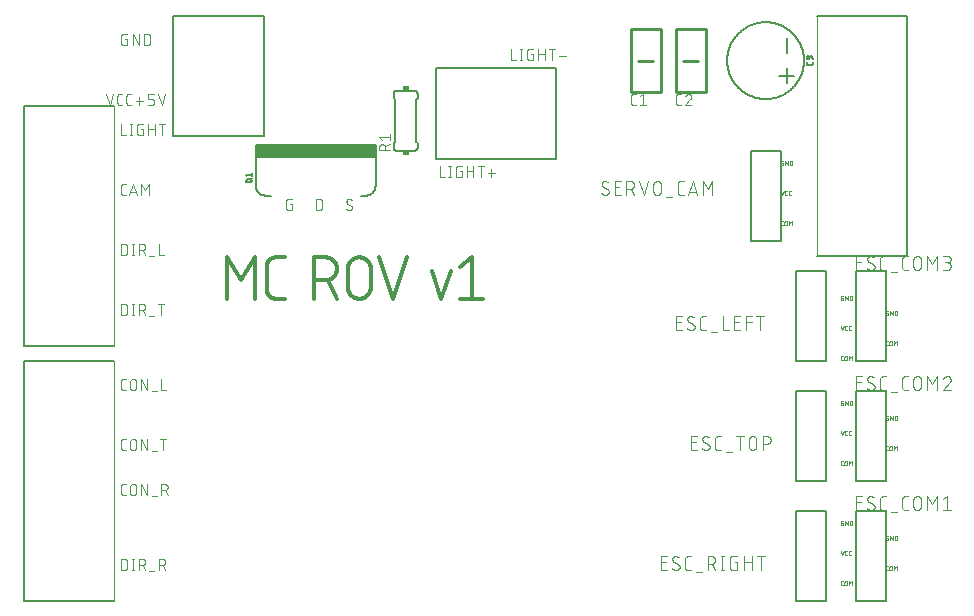
<source format=gbr>
G04 EAGLE Gerber RS-274X export*
G75*
%MOMM*%
%FSLAX34Y34*%
%LPD*%
%INSilkscreen Top*%
%IPPOS*%
%AMOC8*
5,1,8,0,0,1.08239X$1,22.5*%
G01*
%ADD10C,0.304800*%
%ADD11C,0.076200*%
%ADD12C,0.025400*%
%ADD13C,0.127000*%
%ADD14C,0.101600*%
%ADD15C,0.152400*%
%ADD16R,0.508000X0.381000*%
%ADD17C,0.254000*%
%ADD18C,0.203200*%
%ADD19R,10.160000X1.016000*%


D10*
X179324Y268224D02*
X179324Y303276D01*
X191008Y283803D01*
X202692Y303276D01*
X202692Y268224D01*
X220502Y268224D02*
X228291Y268224D01*
X220502Y268224D02*
X220314Y268226D01*
X220126Y268233D01*
X219938Y268244D01*
X219750Y268260D01*
X219563Y268281D01*
X219377Y268306D01*
X219191Y268335D01*
X219006Y268369D01*
X218821Y268408D01*
X218638Y268450D01*
X218456Y268498D01*
X218275Y268549D01*
X218095Y268605D01*
X217917Y268666D01*
X217740Y268730D01*
X217565Y268799D01*
X217391Y268872D01*
X217220Y268949D01*
X217050Y269031D01*
X216882Y269116D01*
X216717Y269206D01*
X216553Y269299D01*
X216392Y269396D01*
X216234Y269498D01*
X216077Y269603D01*
X215924Y269712D01*
X215773Y269824D01*
X215625Y269940D01*
X215479Y270060D01*
X215337Y270183D01*
X215198Y270309D01*
X215061Y270439D01*
X214928Y270572D01*
X214798Y270709D01*
X214672Y270848D01*
X214549Y270990D01*
X214429Y271136D01*
X214313Y271284D01*
X214201Y271435D01*
X214092Y271588D01*
X213987Y271745D01*
X213885Y271903D01*
X213788Y272064D01*
X213695Y272228D01*
X213605Y272393D01*
X213520Y272561D01*
X213438Y272731D01*
X213361Y272902D01*
X213288Y273076D01*
X213219Y273251D01*
X213155Y273428D01*
X213094Y273606D01*
X213038Y273786D01*
X212987Y273967D01*
X212939Y274149D01*
X212897Y274332D01*
X212858Y274517D01*
X212824Y274702D01*
X212795Y274888D01*
X212770Y275074D01*
X212749Y275261D01*
X212733Y275449D01*
X212722Y275637D01*
X212715Y275825D01*
X212713Y276013D01*
X212712Y276013D02*
X212712Y295487D01*
X212713Y295487D02*
X212715Y295678D01*
X212722Y295869D01*
X212734Y296060D01*
X212751Y296250D01*
X212772Y296440D01*
X212797Y296630D01*
X212828Y296819D01*
X212863Y297007D01*
X212902Y297194D01*
X212946Y297380D01*
X212995Y297564D01*
X213048Y297748D01*
X213106Y297930D01*
X213168Y298111D01*
X213235Y298290D01*
X213306Y298468D01*
X213381Y298643D01*
X213461Y298817D01*
X213545Y298989D01*
X213633Y299159D01*
X213725Y299326D01*
X213821Y299491D01*
X213921Y299654D01*
X214026Y299814D01*
X214134Y299972D01*
X214246Y300127D01*
X214362Y300279D01*
X214481Y300428D01*
X214604Y300575D01*
X214731Y300718D01*
X214861Y300858D01*
X214994Y300995D01*
X215131Y301128D01*
X215271Y301258D01*
X215414Y301385D01*
X215561Y301508D01*
X215710Y301627D01*
X215862Y301743D01*
X216017Y301855D01*
X216175Y301963D01*
X216335Y302068D01*
X216498Y302168D01*
X216663Y302264D01*
X216830Y302356D01*
X217000Y302444D01*
X217172Y302528D01*
X217346Y302608D01*
X217521Y302683D01*
X217699Y302754D01*
X217878Y302821D01*
X218059Y302883D01*
X218241Y302941D01*
X218425Y302994D01*
X218609Y303043D01*
X218795Y303087D01*
X218982Y303126D01*
X219170Y303161D01*
X219359Y303192D01*
X219549Y303217D01*
X219739Y303238D01*
X219929Y303255D01*
X220120Y303267D01*
X220311Y303274D01*
X220502Y303276D01*
X228291Y303276D01*
X252679Y303276D02*
X252679Y268224D01*
X252679Y303276D02*
X262415Y303276D01*
X262652Y303273D01*
X262889Y303264D01*
X263126Y303250D01*
X263362Y303230D01*
X263598Y303204D01*
X263833Y303172D01*
X264067Y303135D01*
X264300Y303092D01*
X264532Y303043D01*
X264763Y302989D01*
X264992Y302929D01*
X265220Y302863D01*
X265446Y302792D01*
X265671Y302716D01*
X265893Y302634D01*
X266114Y302546D01*
X266332Y302453D01*
X266548Y302355D01*
X266761Y302252D01*
X266972Y302144D01*
X267180Y302030D01*
X267386Y301912D01*
X267588Y301788D01*
X267788Y301660D01*
X267984Y301526D01*
X268177Y301388D01*
X268366Y301246D01*
X268552Y301099D01*
X268734Y300947D01*
X268913Y300791D01*
X269087Y300630D01*
X269258Y300466D01*
X269425Y300297D01*
X269587Y300125D01*
X269745Y299948D01*
X269899Y299767D01*
X270049Y299583D01*
X270194Y299396D01*
X270334Y299205D01*
X270470Y299010D01*
X270600Y298812D01*
X270726Y298611D01*
X270847Y298408D01*
X270964Y298201D01*
X271075Y297991D01*
X271180Y297779D01*
X271281Y297564D01*
X271376Y297347D01*
X271466Y297128D01*
X271551Y296906D01*
X271630Y296683D01*
X271704Y296458D01*
X271773Y296230D01*
X271835Y296002D01*
X271893Y295772D01*
X271944Y295540D01*
X271990Y295308D01*
X272030Y295074D01*
X272065Y294839D01*
X272094Y294604D01*
X272117Y294368D01*
X272134Y294131D01*
X272146Y293895D01*
X272151Y293658D01*
X272151Y293420D01*
X272146Y293183D01*
X272134Y292947D01*
X272117Y292710D01*
X272094Y292474D01*
X272065Y292239D01*
X272030Y292004D01*
X271990Y291770D01*
X271944Y291538D01*
X271893Y291306D01*
X271835Y291076D01*
X271773Y290848D01*
X271704Y290620D01*
X271630Y290395D01*
X271551Y290172D01*
X271466Y289950D01*
X271376Y289731D01*
X271281Y289514D01*
X271180Y289299D01*
X271075Y289087D01*
X270964Y288877D01*
X270847Y288671D01*
X270726Y288467D01*
X270600Y288266D01*
X270470Y288068D01*
X270334Y287873D01*
X270194Y287682D01*
X270049Y287495D01*
X269899Y287311D01*
X269745Y287130D01*
X269587Y286953D01*
X269425Y286781D01*
X269258Y286612D01*
X269087Y286448D01*
X268913Y286287D01*
X268734Y286131D01*
X268552Y285979D01*
X268366Y285832D01*
X268177Y285690D01*
X267984Y285552D01*
X267788Y285418D01*
X267588Y285290D01*
X267386Y285166D01*
X267180Y285048D01*
X266972Y284934D01*
X266761Y284826D01*
X266548Y284723D01*
X266332Y284625D01*
X266114Y284532D01*
X265893Y284444D01*
X265671Y284362D01*
X265446Y284286D01*
X265220Y284215D01*
X264992Y284149D01*
X264763Y284089D01*
X264532Y284035D01*
X264300Y283986D01*
X264067Y283943D01*
X263833Y283906D01*
X263598Y283874D01*
X263362Y283848D01*
X263126Y283828D01*
X262889Y283814D01*
X262652Y283805D01*
X262415Y283802D01*
X262415Y283803D02*
X252679Y283803D01*
X264363Y283803D02*
X272152Y268224D01*
X281284Y277961D02*
X281284Y293539D01*
X281283Y293539D02*
X281286Y293776D01*
X281295Y294013D01*
X281309Y294250D01*
X281329Y294486D01*
X281355Y294722D01*
X281387Y294957D01*
X281424Y295191D01*
X281467Y295424D01*
X281516Y295656D01*
X281570Y295887D01*
X281630Y296116D01*
X281696Y296344D01*
X281767Y296570D01*
X281843Y296795D01*
X281925Y297017D01*
X282013Y297238D01*
X282106Y297456D01*
X282204Y297672D01*
X282307Y297885D01*
X282415Y298096D01*
X282529Y298304D01*
X282647Y298510D01*
X282771Y298712D01*
X282899Y298912D01*
X283033Y299108D01*
X283171Y299301D01*
X283313Y299490D01*
X283460Y299676D01*
X283612Y299858D01*
X283768Y300037D01*
X283929Y300211D01*
X284093Y300382D01*
X284262Y300549D01*
X284434Y300711D01*
X284611Y300869D01*
X284792Y301023D01*
X284976Y301173D01*
X285163Y301318D01*
X285354Y301458D01*
X285549Y301594D01*
X285747Y301724D01*
X285948Y301850D01*
X286152Y301971D01*
X286358Y302088D01*
X286568Y302199D01*
X286780Y302304D01*
X286995Y302405D01*
X287212Y302500D01*
X287431Y302590D01*
X287653Y302675D01*
X287876Y302754D01*
X288101Y302828D01*
X288329Y302897D01*
X288557Y302959D01*
X288787Y303017D01*
X289019Y303068D01*
X289251Y303114D01*
X289485Y303154D01*
X289720Y303189D01*
X289955Y303218D01*
X290191Y303241D01*
X290428Y303258D01*
X290664Y303270D01*
X290901Y303275D01*
X291139Y303275D01*
X291376Y303270D01*
X291612Y303258D01*
X291849Y303241D01*
X292085Y303218D01*
X292320Y303189D01*
X292555Y303154D01*
X292789Y303114D01*
X293021Y303068D01*
X293253Y303017D01*
X293483Y302959D01*
X293711Y302897D01*
X293939Y302828D01*
X294164Y302754D01*
X294387Y302675D01*
X294609Y302590D01*
X294828Y302500D01*
X295045Y302405D01*
X295260Y302304D01*
X295472Y302199D01*
X295682Y302088D01*
X295889Y301971D01*
X296092Y301850D01*
X296293Y301724D01*
X296491Y301594D01*
X296686Y301458D01*
X296877Y301318D01*
X297064Y301173D01*
X297248Y301023D01*
X297429Y300869D01*
X297606Y300711D01*
X297778Y300549D01*
X297947Y300382D01*
X298111Y300211D01*
X298272Y300037D01*
X298428Y299858D01*
X298580Y299676D01*
X298727Y299490D01*
X298869Y299301D01*
X299007Y299108D01*
X299141Y298912D01*
X299269Y298712D01*
X299393Y298510D01*
X299511Y298304D01*
X299625Y298096D01*
X299733Y297885D01*
X299836Y297672D01*
X299934Y297456D01*
X300027Y297238D01*
X300115Y297017D01*
X300197Y296795D01*
X300273Y296570D01*
X300344Y296344D01*
X300410Y296116D01*
X300470Y295887D01*
X300524Y295656D01*
X300573Y295424D01*
X300616Y295191D01*
X300653Y294957D01*
X300685Y294722D01*
X300711Y294486D01*
X300731Y294250D01*
X300745Y294013D01*
X300754Y293776D01*
X300757Y293539D01*
X300757Y277961D01*
X300754Y277724D01*
X300745Y277487D01*
X300731Y277250D01*
X300711Y277014D01*
X300685Y276778D01*
X300653Y276543D01*
X300616Y276309D01*
X300573Y276076D01*
X300524Y275844D01*
X300470Y275613D01*
X300410Y275384D01*
X300344Y275156D01*
X300273Y274930D01*
X300197Y274705D01*
X300115Y274483D01*
X300027Y274262D01*
X299934Y274044D01*
X299836Y273828D01*
X299733Y273615D01*
X299625Y273404D01*
X299511Y273196D01*
X299393Y272990D01*
X299269Y272788D01*
X299141Y272588D01*
X299007Y272392D01*
X298869Y272199D01*
X298727Y272010D01*
X298580Y271824D01*
X298428Y271642D01*
X298272Y271463D01*
X298111Y271289D01*
X297947Y271118D01*
X297778Y270951D01*
X297606Y270789D01*
X297429Y270631D01*
X297248Y270477D01*
X297064Y270327D01*
X296877Y270182D01*
X296686Y270042D01*
X296491Y269906D01*
X296293Y269776D01*
X296092Y269650D01*
X295889Y269529D01*
X295682Y269412D01*
X295472Y269301D01*
X295260Y269196D01*
X295045Y269095D01*
X294828Y269000D01*
X294609Y268910D01*
X294387Y268825D01*
X294164Y268746D01*
X293939Y268672D01*
X293711Y268603D01*
X293483Y268541D01*
X293253Y268483D01*
X293021Y268432D01*
X292789Y268386D01*
X292555Y268346D01*
X292320Y268311D01*
X292085Y268282D01*
X291849Y268259D01*
X291612Y268242D01*
X291376Y268230D01*
X291139Y268225D01*
X290901Y268225D01*
X290664Y268230D01*
X290428Y268242D01*
X290191Y268259D01*
X289955Y268282D01*
X289720Y268311D01*
X289485Y268346D01*
X289251Y268386D01*
X289019Y268432D01*
X288787Y268483D01*
X288557Y268541D01*
X288329Y268603D01*
X288101Y268672D01*
X287876Y268746D01*
X287653Y268825D01*
X287431Y268910D01*
X287212Y269000D01*
X286995Y269095D01*
X286780Y269196D01*
X286568Y269301D01*
X286358Y269412D01*
X286152Y269529D01*
X285948Y269650D01*
X285747Y269776D01*
X285549Y269906D01*
X285354Y270042D01*
X285163Y270182D01*
X284976Y270327D01*
X284792Y270477D01*
X284611Y270631D01*
X284434Y270789D01*
X284262Y270951D01*
X284093Y271118D01*
X283929Y271289D01*
X283768Y271463D01*
X283612Y271642D01*
X283460Y271824D01*
X283313Y272010D01*
X283171Y272199D01*
X283033Y272392D01*
X282899Y272588D01*
X282771Y272788D01*
X282647Y272990D01*
X282529Y273196D01*
X282415Y273404D01*
X282307Y273615D01*
X282204Y273828D01*
X282106Y274044D01*
X282013Y274262D01*
X281925Y274483D01*
X281843Y274705D01*
X281767Y274930D01*
X281696Y275156D01*
X281630Y275384D01*
X281570Y275613D01*
X281516Y275844D01*
X281467Y276076D01*
X281424Y276309D01*
X281387Y276543D01*
X281355Y276778D01*
X281329Y277014D01*
X281309Y277250D01*
X281295Y277487D01*
X281286Y277724D01*
X281283Y277961D01*
X307911Y303276D02*
X319595Y268224D01*
X331279Y303276D01*
X352764Y291592D02*
X360553Y268224D01*
X368342Y291592D01*
X376534Y295487D02*
X386270Y303276D01*
X386270Y268224D01*
X376534Y268224D02*
X396007Y268224D01*
D11*
X89281Y263779D02*
X89281Y254381D01*
X89281Y263779D02*
X91892Y263779D01*
X91992Y263777D01*
X92092Y263771D01*
X92191Y263762D01*
X92291Y263748D01*
X92389Y263731D01*
X92487Y263710D01*
X92584Y263686D01*
X92680Y263657D01*
X92775Y263625D01*
X92868Y263590D01*
X92960Y263551D01*
X93051Y263508D01*
X93139Y263462D01*
X93226Y263412D01*
X93311Y263360D01*
X93394Y263304D01*
X93475Y263245D01*
X93553Y263182D01*
X93629Y263117D01*
X93703Y263049D01*
X93773Y262979D01*
X93841Y262905D01*
X93906Y262829D01*
X93969Y262751D01*
X94028Y262670D01*
X94084Y262587D01*
X94136Y262502D01*
X94186Y262415D01*
X94232Y262327D01*
X94275Y262236D01*
X94314Y262144D01*
X94349Y262051D01*
X94381Y261956D01*
X94410Y261860D01*
X94434Y261763D01*
X94455Y261665D01*
X94472Y261567D01*
X94486Y261467D01*
X94495Y261368D01*
X94501Y261268D01*
X94503Y261168D01*
X94502Y261168D02*
X94502Y256992D01*
X94503Y256992D02*
X94501Y256892D01*
X94495Y256792D01*
X94486Y256693D01*
X94472Y256593D01*
X94455Y256495D01*
X94434Y256397D01*
X94410Y256300D01*
X94381Y256204D01*
X94349Y256109D01*
X94314Y256016D01*
X94275Y255924D01*
X94232Y255833D01*
X94186Y255745D01*
X94136Y255658D01*
X94084Y255573D01*
X94028Y255490D01*
X93969Y255409D01*
X93906Y255331D01*
X93841Y255255D01*
X93773Y255181D01*
X93703Y255111D01*
X93629Y255043D01*
X93553Y254978D01*
X93475Y254915D01*
X93394Y254856D01*
X93311Y254800D01*
X93226Y254748D01*
X93139Y254698D01*
X93051Y254652D01*
X92960Y254609D01*
X92868Y254570D01*
X92775Y254535D01*
X92680Y254503D01*
X92584Y254474D01*
X92487Y254450D01*
X92389Y254429D01*
X92291Y254412D01*
X92191Y254398D01*
X92092Y254389D01*
X91992Y254383D01*
X91892Y254381D01*
X89281Y254381D01*
X99512Y254381D02*
X99512Y263779D01*
X98467Y254381D02*
X100556Y254381D01*
X100556Y263779D02*
X98467Y263779D01*
X104578Y263779D02*
X104578Y254381D01*
X104578Y263779D02*
X107189Y263779D01*
X107290Y263777D01*
X107391Y263771D01*
X107492Y263761D01*
X107592Y263748D01*
X107692Y263730D01*
X107791Y263709D01*
X107889Y263683D01*
X107986Y263654D01*
X108082Y263622D01*
X108176Y263585D01*
X108269Y263545D01*
X108361Y263501D01*
X108450Y263454D01*
X108538Y263403D01*
X108624Y263349D01*
X108707Y263292D01*
X108789Y263232D01*
X108867Y263168D01*
X108944Y263102D01*
X109017Y263032D01*
X109088Y262960D01*
X109156Y262885D01*
X109221Y262807D01*
X109283Y262727D01*
X109342Y262645D01*
X109398Y262560D01*
X109450Y262473D01*
X109499Y262385D01*
X109545Y262294D01*
X109586Y262202D01*
X109625Y262108D01*
X109659Y262013D01*
X109690Y261917D01*
X109717Y261819D01*
X109741Y261721D01*
X109760Y261621D01*
X109776Y261521D01*
X109788Y261421D01*
X109796Y261320D01*
X109800Y261219D01*
X109800Y261117D01*
X109796Y261016D01*
X109788Y260915D01*
X109776Y260815D01*
X109760Y260715D01*
X109741Y260615D01*
X109717Y260517D01*
X109690Y260419D01*
X109659Y260323D01*
X109625Y260228D01*
X109586Y260134D01*
X109545Y260042D01*
X109499Y259951D01*
X109450Y259862D01*
X109398Y259776D01*
X109342Y259691D01*
X109283Y259609D01*
X109221Y259529D01*
X109156Y259451D01*
X109088Y259376D01*
X109017Y259304D01*
X108944Y259234D01*
X108867Y259168D01*
X108789Y259104D01*
X108707Y259044D01*
X108624Y258987D01*
X108538Y258933D01*
X108450Y258882D01*
X108361Y258835D01*
X108269Y258791D01*
X108176Y258751D01*
X108082Y258714D01*
X107986Y258682D01*
X107889Y258653D01*
X107791Y258627D01*
X107692Y258606D01*
X107592Y258588D01*
X107492Y258575D01*
X107391Y258565D01*
X107290Y258559D01*
X107189Y258557D01*
X107189Y258558D02*
X104578Y258558D01*
X107711Y258558D02*
X109799Y254381D01*
X113273Y253337D02*
X117449Y253337D01*
X122981Y254381D02*
X122981Y263779D01*
X120370Y263779D02*
X125592Y263779D01*
X89281Y305181D02*
X89281Y314579D01*
X91892Y314579D01*
X91992Y314577D01*
X92092Y314571D01*
X92191Y314562D01*
X92291Y314548D01*
X92389Y314531D01*
X92487Y314510D01*
X92584Y314486D01*
X92680Y314457D01*
X92775Y314425D01*
X92868Y314390D01*
X92960Y314351D01*
X93051Y314308D01*
X93139Y314262D01*
X93226Y314212D01*
X93311Y314160D01*
X93394Y314104D01*
X93475Y314045D01*
X93553Y313982D01*
X93629Y313917D01*
X93703Y313849D01*
X93773Y313779D01*
X93841Y313705D01*
X93906Y313629D01*
X93969Y313551D01*
X94028Y313470D01*
X94084Y313387D01*
X94136Y313302D01*
X94186Y313215D01*
X94232Y313127D01*
X94275Y313036D01*
X94314Y312944D01*
X94349Y312851D01*
X94381Y312756D01*
X94410Y312660D01*
X94434Y312563D01*
X94455Y312465D01*
X94472Y312367D01*
X94486Y312267D01*
X94495Y312168D01*
X94501Y312068D01*
X94503Y311968D01*
X94502Y311968D02*
X94502Y307792D01*
X94503Y307792D02*
X94501Y307692D01*
X94495Y307592D01*
X94486Y307493D01*
X94472Y307393D01*
X94455Y307295D01*
X94434Y307197D01*
X94410Y307100D01*
X94381Y307004D01*
X94349Y306909D01*
X94314Y306816D01*
X94275Y306724D01*
X94232Y306633D01*
X94186Y306545D01*
X94136Y306458D01*
X94084Y306373D01*
X94028Y306290D01*
X93969Y306209D01*
X93906Y306131D01*
X93841Y306055D01*
X93773Y305981D01*
X93703Y305911D01*
X93629Y305843D01*
X93553Y305778D01*
X93475Y305715D01*
X93394Y305656D01*
X93311Y305600D01*
X93226Y305548D01*
X93139Y305498D01*
X93051Y305452D01*
X92960Y305409D01*
X92868Y305370D01*
X92775Y305335D01*
X92680Y305303D01*
X92584Y305274D01*
X92487Y305250D01*
X92389Y305229D01*
X92291Y305212D01*
X92191Y305198D01*
X92092Y305189D01*
X91992Y305183D01*
X91892Y305181D01*
X89281Y305181D01*
X99512Y305181D02*
X99512Y314579D01*
X98467Y305181D02*
X100556Y305181D01*
X100556Y314579D02*
X98467Y314579D01*
X104578Y314579D02*
X104578Y305181D01*
X104578Y314579D02*
X107189Y314579D01*
X107290Y314577D01*
X107391Y314571D01*
X107492Y314561D01*
X107592Y314548D01*
X107692Y314530D01*
X107791Y314509D01*
X107889Y314483D01*
X107986Y314454D01*
X108082Y314422D01*
X108176Y314385D01*
X108269Y314345D01*
X108361Y314301D01*
X108450Y314254D01*
X108538Y314203D01*
X108624Y314149D01*
X108707Y314092D01*
X108789Y314032D01*
X108867Y313968D01*
X108944Y313902D01*
X109017Y313832D01*
X109088Y313760D01*
X109156Y313685D01*
X109221Y313607D01*
X109283Y313527D01*
X109342Y313445D01*
X109398Y313360D01*
X109450Y313273D01*
X109499Y313185D01*
X109545Y313094D01*
X109586Y313002D01*
X109625Y312908D01*
X109659Y312813D01*
X109690Y312717D01*
X109717Y312619D01*
X109741Y312521D01*
X109760Y312421D01*
X109776Y312321D01*
X109788Y312221D01*
X109796Y312120D01*
X109800Y312019D01*
X109800Y311917D01*
X109796Y311816D01*
X109788Y311715D01*
X109776Y311615D01*
X109760Y311515D01*
X109741Y311415D01*
X109717Y311317D01*
X109690Y311219D01*
X109659Y311123D01*
X109625Y311028D01*
X109586Y310934D01*
X109545Y310842D01*
X109499Y310751D01*
X109450Y310663D01*
X109398Y310576D01*
X109342Y310491D01*
X109283Y310409D01*
X109221Y310329D01*
X109156Y310251D01*
X109088Y310176D01*
X109017Y310104D01*
X108944Y310034D01*
X108867Y309968D01*
X108789Y309904D01*
X108707Y309844D01*
X108624Y309787D01*
X108538Y309733D01*
X108450Y309682D01*
X108361Y309635D01*
X108269Y309591D01*
X108176Y309551D01*
X108082Y309514D01*
X107986Y309482D01*
X107889Y309453D01*
X107791Y309427D01*
X107692Y309406D01*
X107592Y309388D01*
X107492Y309375D01*
X107391Y309365D01*
X107290Y309359D01*
X107189Y309357D01*
X107189Y309358D02*
X104578Y309358D01*
X107711Y309358D02*
X109799Y305181D01*
X113273Y304137D02*
X117449Y304137D01*
X121302Y305181D02*
X121302Y314579D01*
X121302Y305181D02*
X125479Y305181D01*
X93458Y355981D02*
X91369Y355981D01*
X91280Y355983D01*
X91192Y355989D01*
X91104Y355998D01*
X91016Y356011D01*
X90929Y356028D01*
X90843Y356048D01*
X90758Y356073D01*
X90673Y356100D01*
X90590Y356132D01*
X90509Y356166D01*
X90429Y356205D01*
X90351Y356246D01*
X90274Y356291D01*
X90200Y356339D01*
X90127Y356390D01*
X90057Y356444D01*
X89990Y356502D01*
X89924Y356562D01*
X89862Y356624D01*
X89802Y356690D01*
X89744Y356757D01*
X89690Y356827D01*
X89639Y356900D01*
X89591Y356974D01*
X89546Y357051D01*
X89505Y357129D01*
X89466Y357209D01*
X89432Y357290D01*
X89400Y357373D01*
X89373Y357458D01*
X89348Y357543D01*
X89328Y357629D01*
X89311Y357716D01*
X89298Y357804D01*
X89289Y357892D01*
X89283Y357980D01*
X89281Y358069D01*
X89281Y363291D01*
X89283Y363382D01*
X89289Y363473D01*
X89299Y363564D01*
X89313Y363654D01*
X89330Y363743D01*
X89352Y363831D01*
X89378Y363919D01*
X89407Y364005D01*
X89440Y364090D01*
X89477Y364173D01*
X89517Y364255D01*
X89561Y364335D01*
X89608Y364413D01*
X89659Y364489D01*
X89712Y364562D01*
X89769Y364633D01*
X89830Y364702D01*
X89893Y364767D01*
X89958Y364830D01*
X90027Y364890D01*
X90098Y364948D01*
X90171Y365001D01*
X90247Y365052D01*
X90325Y365099D01*
X90405Y365143D01*
X90487Y365183D01*
X90570Y365220D01*
X90655Y365253D01*
X90741Y365282D01*
X90829Y365308D01*
X90917Y365330D01*
X91006Y365347D01*
X91096Y365361D01*
X91187Y365371D01*
X91278Y365377D01*
X91369Y365379D01*
X93458Y365379D01*
X99537Y365379D02*
X96405Y355981D01*
X102670Y355981D02*
X99537Y365379D01*
X101887Y358331D02*
X97188Y358331D01*
X106463Y355981D02*
X106463Y365379D01*
X109596Y360158D01*
X112728Y365379D01*
X112728Y355981D01*
X89281Y406781D02*
X89281Y416179D01*
X89281Y406781D02*
X93458Y406781D01*
X97665Y406781D02*
X97665Y416179D01*
X96621Y406781D02*
X98709Y406781D01*
X98709Y416179D02*
X96621Y416179D01*
X106329Y412002D02*
X107896Y412002D01*
X107896Y406781D01*
X104763Y406781D01*
X104674Y406783D01*
X104586Y406789D01*
X104498Y406798D01*
X104410Y406811D01*
X104323Y406828D01*
X104237Y406848D01*
X104152Y406873D01*
X104067Y406900D01*
X103984Y406932D01*
X103903Y406966D01*
X103823Y407005D01*
X103745Y407046D01*
X103668Y407091D01*
X103594Y407139D01*
X103521Y407190D01*
X103451Y407244D01*
X103384Y407302D01*
X103318Y407362D01*
X103256Y407424D01*
X103196Y407490D01*
X103138Y407557D01*
X103084Y407627D01*
X103033Y407700D01*
X102985Y407774D01*
X102940Y407851D01*
X102899Y407929D01*
X102860Y408009D01*
X102826Y408090D01*
X102794Y408173D01*
X102767Y408258D01*
X102742Y408343D01*
X102722Y408429D01*
X102705Y408516D01*
X102692Y408604D01*
X102683Y408692D01*
X102677Y408780D01*
X102675Y408869D01*
X102675Y414091D01*
X102677Y414182D01*
X102683Y414273D01*
X102693Y414364D01*
X102707Y414454D01*
X102724Y414543D01*
X102746Y414631D01*
X102772Y414719D01*
X102801Y414805D01*
X102834Y414890D01*
X102871Y414973D01*
X102911Y415055D01*
X102955Y415135D01*
X103002Y415213D01*
X103053Y415289D01*
X103106Y415362D01*
X103163Y415433D01*
X103224Y415502D01*
X103287Y415567D01*
X103352Y415630D01*
X103421Y415690D01*
X103492Y415748D01*
X103565Y415801D01*
X103641Y415852D01*
X103719Y415899D01*
X103799Y415943D01*
X103881Y415983D01*
X103964Y416020D01*
X104049Y416053D01*
X104135Y416082D01*
X104223Y416108D01*
X104311Y416130D01*
X104400Y416147D01*
X104490Y416161D01*
X104581Y416171D01*
X104672Y416177D01*
X104763Y416179D01*
X107896Y416179D01*
X112428Y416179D02*
X112428Y406781D01*
X112428Y412002D02*
X117649Y412002D01*
X117649Y416179D02*
X117649Y406781D01*
X123878Y406781D02*
X123878Y416179D01*
X121267Y416179D02*
X126489Y416179D01*
X89281Y47879D02*
X89281Y38481D01*
X89281Y47879D02*
X91892Y47879D01*
X91992Y47877D01*
X92092Y47871D01*
X92191Y47862D01*
X92291Y47848D01*
X92389Y47831D01*
X92487Y47810D01*
X92584Y47786D01*
X92680Y47757D01*
X92775Y47725D01*
X92868Y47690D01*
X92960Y47651D01*
X93051Y47608D01*
X93139Y47562D01*
X93226Y47512D01*
X93311Y47460D01*
X93394Y47404D01*
X93475Y47345D01*
X93553Y47282D01*
X93629Y47217D01*
X93703Y47149D01*
X93773Y47079D01*
X93841Y47005D01*
X93906Y46929D01*
X93969Y46851D01*
X94028Y46770D01*
X94084Y46687D01*
X94136Y46602D01*
X94186Y46515D01*
X94232Y46427D01*
X94275Y46336D01*
X94314Y46244D01*
X94349Y46151D01*
X94381Y46056D01*
X94410Y45960D01*
X94434Y45863D01*
X94455Y45765D01*
X94472Y45667D01*
X94486Y45567D01*
X94495Y45468D01*
X94501Y45368D01*
X94503Y45268D01*
X94502Y45268D02*
X94502Y41092D01*
X94503Y41092D02*
X94501Y40992D01*
X94495Y40892D01*
X94486Y40793D01*
X94472Y40693D01*
X94455Y40595D01*
X94434Y40497D01*
X94410Y40400D01*
X94381Y40304D01*
X94349Y40209D01*
X94314Y40116D01*
X94275Y40024D01*
X94232Y39933D01*
X94186Y39845D01*
X94136Y39758D01*
X94084Y39673D01*
X94028Y39590D01*
X93969Y39509D01*
X93906Y39431D01*
X93841Y39355D01*
X93773Y39281D01*
X93703Y39211D01*
X93629Y39143D01*
X93553Y39078D01*
X93475Y39015D01*
X93394Y38956D01*
X93311Y38900D01*
X93226Y38848D01*
X93139Y38798D01*
X93051Y38752D01*
X92960Y38709D01*
X92868Y38670D01*
X92775Y38635D01*
X92680Y38603D01*
X92584Y38574D01*
X92487Y38550D01*
X92389Y38529D01*
X92291Y38512D01*
X92191Y38498D01*
X92092Y38489D01*
X91992Y38483D01*
X91892Y38481D01*
X89281Y38481D01*
X99512Y38481D02*
X99512Y47879D01*
X98467Y38481D02*
X100556Y38481D01*
X100556Y47879D02*
X98467Y47879D01*
X104578Y47879D02*
X104578Y38481D01*
X104578Y47879D02*
X107189Y47879D01*
X107290Y47877D01*
X107391Y47871D01*
X107492Y47861D01*
X107592Y47848D01*
X107692Y47830D01*
X107791Y47809D01*
X107889Y47783D01*
X107986Y47754D01*
X108082Y47722D01*
X108176Y47685D01*
X108269Y47645D01*
X108361Y47601D01*
X108450Y47554D01*
X108538Y47503D01*
X108624Y47449D01*
X108707Y47392D01*
X108789Y47332D01*
X108867Y47268D01*
X108944Y47202D01*
X109017Y47132D01*
X109088Y47060D01*
X109156Y46985D01*
X109221Y46907D01*
X109283Y46827D01*
X109342Y46745D01*
X109398Y46660D01*
X109450Y46573D01*
X109499Y46485D01*
X109545Y46394D01*
X109586Y46302D01*
X109625Y46208D01*
X109659Y46113D01*
X109690Y46017D01*
X109717Y45919D01*
X109741Y45821D01*
X109760Y45721D01*
X109776Y45621D01*
X109788Y45521D01*
X109796Y45420D01*
X109800Y45319D01*
X109800Y45217D01*
X109796Y45116D01*
X109788Y45015D01*
X109776Y44915D01*
X109760Y44815D01*
X109741Y44715D01*
X109717Y44617D01*
X109690Y44519D01*
X109659Y44423D01*
X109625Y44328D01*
X109586Y44234D01*
X109545Y44142D01*
X109499Y44051D01*
X109450Y43962D01*
X109398Y43876D01*
X109342Y43791D01*
X109283Y43709D01*
X109221Y43629D01*
X109156Y43551D01*
X109088Y43476D01*
X109017Y43404D01*
X108944Y43334D01*
X108867Y43268D01*
X108789Y43204D01*
X108707Y43144D01*
X108624Y43087D01*
X108538Y43033D01*
X108450Y42982D01*
X108361Y42935D01*
X108269Y42891D01*
X108176Y42851D01*
X108082Y42814D01*
X107986Y42782D01*
X107889Y42753D01*
X107791Y42727D01*
X107692Y42706D01*
X107592Y42688D01*
X107492Y42675D01*
X107391Y42665D01*
X107290Y42659D01*
X107189Y42657D01*
X107189Y42658D02*
X104578Y42658D01*
X107711Y42658D02*
X109799Y38481D01*
X113273Y37437D02*
X117449Y37437D01*
X121342Y38481D02*
X121342Y47879D01*
X123952Y47879D01*
X124053Y47877D01*
X124154Y47871D01*
X124255Y47861D01*
X124355Y47848D01*
X124455Y47830D01*
X124554Y47809D01*
X124652Y47783D01*
X124749Y47754D01*
X124845Y47722D01*
X124939Y47685D01*
X125032Y47645D01*
X125124Y47601D01*
X125213Y47554D01*
X125301Y47503D01*
X125387Y47449D01*
X125470Y47392D01*
X125552Y47332D01*
X125630Y47268D01*
X125707Y47202D01*
X125780Y47132D01*
X125851Y47060D01*
X125919Y46985D01*
X125984Y46907D01*
X126046Y46827D01*
X126105Y46745D01*
X126161Y46660D01*
X126213Y46573D01*
X126262Y46485D01*
X126308Y46394D01*
X126349Y46302D01*
X126388Y46208D01*
X126422Y46113D01*
X126453Y46017D01*
X126480Y45919D01*
X126504Y45821D01*
X126523Y45721D01*
X126539Y45621D01*
X126551Y45521D01*
X126559Y45420D01*
X126563Y45319D01*
X126563Y45217D01*
X126559Y45116D01*
X126551Y45015D01*
X126539Y44915D01*
X126523Y44815D01*
X126504Y44715D01*
X126480Y44617D01*
X126453Y44519D01*
X126422Y44423D01*
X126388Y44328D01*
X126349Y44234D01*
X126308Y44142D01*
X126262Y44051D01*
X126213Y43962D01*
X126161Y43876D01*
X126105Y43791D01*
X126046Y43709D01*
X125984Y43629D01*
X125919Y43551D01*
X125851Y43476D01*
X125780Y43404D01*
X125707Y43334D01*
X125630Y43268D01*
X125552Y43204D01*
X125470Y43144D01*
X125387Y43087D01*
X125301Y43033D01*
X125213Y42982D01*
X125124Y42935D01*
X125032Y42891D01*
X124939Y42851D01*
X124845Y42814D01*
X124749Y42782D01*
X124652Y42753D01*
X124554Y42727D01*
X124455Y42706D01*
X124355Y42688D01*
X124255Y42675D01*
X124154Y42665D01*
X124053Y42659D01*
X123952Y42657D01*
X123952Y42658D02*
X121342Y42658D01*
X124475Y42658D02*
X126563Y38481D01*
X93458Y101981D02*
X91369Y101981D01*
X91280Y101983D01*
X91192Y101989D01*
X91104Y101998D01*
X91016Y102011D01*
X90929Y102028D01*
X90843Y102048D01*
X90758Y102073D01*
X90673Y102100D01*
X90590Y102132D01*
X90509Y102166D01*
X90429Y102205D01*
X90351Y102246D01*
X90274Y102291D01*
X90200Y102339D01*
X90127Y102390D01*
X90057Y102444D01*
X89990Y102502D01*
X89924Y102562D01*
X89862Y102624D01*
X89802Y102690D01*
X89744Y102757D01*
X89690Y102827D01*
X89639Y102900D01*
X89591Y102974D01*
X89546Y103051D01*
X89505Y103129D01*
X89466Y103209D01*
X89432Y103290D01*
X89400Y103373D01*
X89373Y103458D01*
X89348Y103543D01*
X89328Y103629D01*
X89311Y103716D01*
X89298Y103804D01*
X89289Y103892D01*
X89283Y103980D01*
X89281Y104069D01*
X89281Y109291D01*
X89283Y109382D01*
X89289Y109473D01*
X89299Y109564D01*
X89313Y109654D01*
X89330Y109743D01*
X89352Y109831D01*
X89378Y109919D01*
X89407Y110005D01*
X89440Y110090D01*
X89477Y110173D01*
X89517Y110255D01*
X89561Y110335D01*
X89608Y110413D01*
X89659Y110489D01*
X89712Y110562D01*
X89769Y110633D01*
X89830Y110702D01*
X89893Y110767D01*
X89958Y110830D01*
X90027Y110890D01*
X90098Y110948D01*
X90171Y111001D01*
X90247Y111052D01*
X90325Y111099D01*
X90405Y111143D01*
X90487Y111183D01*
X90570Y111220D01*
X90655Y111253D01*
X90741Y111282D01*
X90829Y111308D01*
X90917Y111330D01*
X91006Y111347D01*
X91096Y111361D01*
X91187Y111371D01*
X91278Y111377D01*
X91369Y111379D01*
X93458Y111379D01*
X96927Y108768D02*
X96927Y104592D01*
X96926Y108768D02*
X96928Y108869D01*
X96934Y108970D01*
X96944Y109071D01*
X96957Y109171D01*
X96975Y109271D01*
X96996Y109370D01*
X97022Y109468D01*
X97051Y109565D01*
X97083Y109661D01*
X97120Y109755D01*
X97160Y109848D01*
X97204Y109940D01*
X97251Y110029D01*
X97302Y110117D01*
X97356Y110203D01*
X97413Y110286D01*
X97473Y110368D01*
X97537Y110446D01*
X97603Y110523D01*
X97673Y110596D01*
X97745Y110667D01*
X97820Y110735D01*
X97898Y110800D01*
X97978Y110862D01*
X98060Y110921D01*
X98145Y110977D01*
X98232Y111029D01*
X98320Y111078D01*
X98411Y111124D01*
X98503Y111165D01*
X98597Y111204D01*
X98692Y111238D01*
X98788Y111269D01*
X98886Y111296D01*
X98984Y111320D01*
X99084Y111339D01*
X99184Y111355D01*
X99284Y111367D01*
X99385Y111375D01*
X99486Y111379D01*
X99588Y111379D01*
X99689Y111375D01*
X99790Y111367D01*
X99890Y111355D01*
X99990Y111339D01*
X100090Y111320D01*
X100188Y111296D01*
X100286Y111269D01*
X100382Y111238D01*
X100477Y111204D01*
X100571Y111165D01*
X100663Y111124D01*
X100754Y111078D01*
X100843Y111029D01*
X100929Y110977D01*
X101014Y110921D01*
X101096Y110862D01*
X101176Y110800D01*
X101254Y110735D01*
X101329Y110667D01*
X101401Y110596D01*
X101471Y110523D01*
X101537Y110446D01*
X101601Y110368D01*
X101661Y110286D01*
X101718Y110203D01*
X101772Y110117D01*
X101823Y110029D01*
X101870Y109940D01*
X101914Y109848D01*
X101954Y109755D01*
X101991Y109661D01*
X102023Y109565D01*
X102052Y109468D01*
X102078Y109370D01*
X102099Y109271D01*
X102117Y109171D01*
X102130Y109071D01*
X102140Y108970D01*
X102146Y108869D01*
X102148Y108768D01*
X102148Y104592D01*
X102146Y104491D01*
X102140Y104390D01*
X102130Y104289D01*
X102117Y104189D01*
X102099Y104089D01*
X102078Y103990D01*
X102052Y103892D01*
X102023Y103795D01*
X101991Y103699D01*
X101954Y103605D01*
X101914Y103512D01*
X101870Y103420D01*
X101823Y103331D01*
X101772Y103243D01*
X101718Y103157D01*
X101661Y103074D01*
X101601Y102992D01*
X101537Y102914D01*
X101471Y102837D01*
X101401Y102764D01*
X101329Y102693D01*
X101254Y102625D01*
X101176Y102560D01*
X101096Y102498D01*
X101014Y102439D01*
X100929Y102383D01*
X100842Y102331D01*
X100754Y102282D01*
X100663Y102236D01*
X100571Y102195D01*
X100477Y102156D01*
X100382Y102122D01*
X100286Y102091D01*
X100188Y102064D01*
X100090Y102040D01*
X99990Y102021D01*
X99890Y102005D01*
X99790Y101993D01*
X99689Y101985D01*
X99588Y101981D01*
X99486Y101981D01*
X99385Y101985D01*
X99284Y101993D01*
X99184Y102005D01*
X99084Y102021D01*
X98984Y102040D01*
X98886Y102064D01*
X98788Y102091D01*
X98692Y102122D01*
X98597Y102156D01*
X98503Y102195D01*
X98411Y102236D01*
X98320Y102282D01*
X98232Y102331D01*
X98145Y102383D01*
X98060Y102439D01*
X97978Y102498D01*
X97898Y102560D01*
X97820Y102625D01*
X97745Y102693D01*
X97673Y102764D01*
X97603Y102837D01*
X97537Y102914D01*
X97473Y102992D01*
X97413Y103074D01*
X97356Y103157D01*
X97302Y103243D01*
X97251Y103331D01*
X97204Y103420D01*
X97160Y103512D01*
X97120Y103605D01*
X97083Y103699D01*
X97051Y103795D01*
X97022Y103892D01*
X96996Y103990D01*
X96975Y104089D01*
X96957Y104189D01*
X96944Y104289D01*
X96934Y104390D01*
X96928Y104491D01*
X96926Y104592D01*
X106375Y101981D02*
X106375Y111379D01*
X111597Y101981D01*
X111597Y111379D01*
X115432Y100937D02*
X119609Y100937D01*
X123501Y101981D02*
X123501Y111379D01*
X126112Y111379D01*
X126213Y111377D01*
X126314Y111371D01*
X126415Y111361D01*
X126515Y111348D01*
X126615Y111330D01*
X126714Y111309D01*
X126812Y111283D01*
X126909Y111254D01*
X127005Y111222D01*
X127099Y111185D01*
X127192Y111145D01*
X127284Y111101D01*
X127373Y111054D01*
X127461Y111003D01*
X127547Y110949D01*
X127630Y110892D01*
X127712Y110832D01*
X127790Y110768D01*
X127867Y110702D01*
X127940Y110632D01*
X128011Y110560D01*
X128079Y110485D01*
X128144Y110407D01*
X128206Y110327D01*
X128265Y110245D01*
X128321Y110160D01*
X128373Y110073D01*
X128422Y109985D01*
X128468Y109894D01*
X128509Y109802D01*
X128548Y109708D01*
X128582Y109613D01*
X128613Y109517D01*
X128640Y109419D01*
X128664Y109321D01*
X128683Y109221D01*
X128699Y109121D01*
X128711Y109021D01*
X128719Y108920D01*
X128723Y108819D01*
X128723Y108717D01*
X128719Y108616D01*
X128711Y108515D01*
X128699Y108415D01*
X128683Y108315D01*
X128664Y108215D01*
X128640Y108117D01*
X128613Y108019D01*
X128582Y107923D01*
X128548Y107828D01*
X128509Y107734D01*
X128468Y107642D01*
X128422Y107551D01*
X128373Y107462D01*
X128321Y107376D01*
X128265Y107291D01*
X128206Y107209D01*
X128144Y107129D01*
X128079Y107051D01*
X128011Y106976D01*
X127940Y106904D01*
X127867Y106834D01*
X127790Y106768D01*
X127712Y106704D01*
X127630Y106644D01*
X127547Y106587D01*
X127461Y106533D01*
X127373Y106482D01*
X127284Y106435D01*
X127192Y106391D01*
X127099Y106351D01*
X127005Y106314D01*
X126909Y106282D01*
X126812Y106253D01*
X126714Y106227D01*
X126615Y106206D01*
X126515Y106188D01*
X126415Y106175D01*
X126314Y106165D01*
X126213Y106159D01*
X126112Y106157D01*
X126112Y106158D02*
X123501Y106158D01*
X126634Y106158D02*
X128722Y101981D01*
X93458Y140081D02*
X91369Y140081D01*
X91280Y140083D01*
X91192Y140089D01*
X91104Y140098D01*
X91016Y140111D01*
X90929Y140128D01*
X90843Y140148D01*
X90758Y140173D01*
X90673Y140200D01*
X90590Y140232D01*
X90509Y140266D01*
X90429Y140305D01*
X90351Y140346D01*
X90274Y140391D01*
X90200Y140439D01*
X90127Y140490D01*
X90057Y140544D01*
X89990Y140602D01*
X89924Y140662D01*
X89862Y140724D01*
X89802Y140790D01*
X89744Y140857D01*
X89690Y140927D01*
X89639Y141000D01*
X89591Y141074D01*
X89546Y141151D01*
X89505Y141229D01*
X89466Y141309D01*
X89432Y141390D01*
X89400Y141473D01*
X89373Y141558D01*
X89348Y141643D01*
X89328Y141729D01*
X89311Y141816D01*
X89298Y141904D01*
X89289Y141992D01*
X89283Y142080D01*
X89281Y142169D01*
X89281Y147391D01*
X89283Y147482D01*
X89289Y147573D01*
X89299Y147664D01*
X89313Y147754D01*
X89330Y147843D01*
X89352Y147931D01*
X89378Y148019D01*
X89407Y148105D01*
X89440Y148190D01*
X89477Y148273D01*
X89517Y148355D01*
X89561Y148435D01*
X89608Y148513D01*
X89659Y148589D01*
X89712Y148662D01*
X89769Y148733D01*
X89830Y148802D01*
X89893Y148867D01*
X89958Y148930D01*
X90027Y148990D01*
X90098Y149048D01*
X90171Y149101D01*
X90247Y149152D01*
X90325Y149199D01*
X90405Y149243D01*
X90487Y149283D01*
X90570Y149320D01*
X90655Y149353D01*
X90741Y149382D01*
X90829Y149408D01*
X90917Y149430D01*
X91006Y149447D01*
X91096Y149461D01*
X91187Y149471D01*
X91278Y149477D01*
X91369Y149479D01*
X93458Y149479D01*
X96927Y146868D02*
X96927Y142692D01*
X96926Y146868D02*
X96928Y146969D01*
X96934Y147070D01*
X96944Y147171D01*
X96957Y147271D01*
X96975Y147371D01*
X96996Y147470D01*
X97022Y147568D01*
X97051Y147665D01*
X97083Y147761D01*
X97120Y147855D01*
X97160Y147948D01*
X97204Y148040D01*
X97251Y148129D01*
X97302Y148217D01*
X97356Y148303D01*
X97413Y148386D01*
X97473Y148468D01*
X97537Y148546D01*
X97603Y148623D01*
X97673Y148696D01*
X97745Y148767D01*
X97820Y148835D01*
X97898Y148900D01*
X97978Y148962D01*
X98060Y149021D01*
X98145Y149077D01*
X98232Y149129D01*
X98320Y149178D01*
X98411Y149224D01*
X98503Y149265D01*
X98597Y149304D01*
X98692Y149338D01*
X98788Y149369D01*
X98886Y149396D01*
X98984Y149420D01*
X99084Y149439D01*
X99184Y149455D01*
X99284Y149467D01*
X99385Y149475D01*
X99486Y149479D01*
X99588Y149479D01*
X99689Y149475D01*
X99790Y149467D01*
X99890Y149455D01*
X99990Y149439D01*
X100090Y149420D01*
X100188Y149396D01*
X100286Y149369D01*
X100382Y149338D01*
X100477Y149304D01*
X100571Y149265D01*
X100663Y149224D01*
X100754Y149178D01*
X100843Y149129D01*
X100929Y149077D01*
X101014Y149021D01*
X101096Y148962D01*
X101176Y148900D01*
X101254Y148835D01*
X101329Y148767D01*
X101401Y148696D01*
X101471Y148623D01*
X101537Y148546D01*
X101601Y148468D01*
X101661Y148386D01*
X101718Y148303D01*
X101772Y148217D01*
X101823Y148129D01*
X101870Y148040D01*
X101914Y147948D01*
X101954Y147855D01*
X101991Y147761D01*
X102023Y147665D01*
X102052Y147568D01*
X102078Y147470D01*
X102099Y147371D01*
X102117Y147271D01*
X102130Y147171D01*
X102140Y147070D01*
X102146Y146969D01*
X102148Y146868D01*
X102148Y142692D01*
X102146Y142591D01*
X102140Y142490D01*
X102130Y142389D01*
X102117Y142289D01*
X102099Y142189D01*
X102078Y142090D01*
X102052Y141992D01*
X102023Y141895D01*
X101991Y141799D01*
X101954Y141705D01*
X101914Y141612D01*
X101870Y141520D01*
X101823Y141431D01*
X101772Y141343D01*
X101718Y141257D01*
X101661Y141174D01*
X101601Y141092D01*
X101537Y141014D01*
X101471Y140937D01*
X101401Y140864D01*
X101329Y140793D01*
X101254Y140725D01*
X101176Y140660D01*
X101096Y140598D01*
X101014Y140539D01*
X100929Y140483D01*
X100842Y140431D01*
X100754Y140382D01*
X100663Y140336D01*
X100571Y140295D01*
X100477Y140256D01*
X100382Y140222D01*
X100286Y140191D01*
X100188Y140164D01*
X100090Y140140D01*
X99990Y140121D01*
X99890Y140105D01*
X99790Y140093D01*
X99689Y140085D01*
X99588Y140081D01*
X99486Y140081D01*
X99385Y140085D01*
X99284Y140093D01*
X99184Y140105D01*
X99084Y140121D01*
X98984Y140140D01*
X98886Y140164D01*
X98788Y140191D01*
X98692Y140222D01*
X98597Y140256D01*
X98503Y140295D01*
X98411Y140336D01*
X98320Y140382D01*
X98232Y140431D01*
X98145Y140483D01*
X98060Y140539D01*
X97978Y140598D01*
X97898Y140660D01*
X97820Y140725D01*
X97745Y140793D01*
X97673Y140864D01*
X97603Y140937D01*
X97537Y141014D01*
X97473Y141092D01*
X97413Y141174D01*
X97356Y141257D01*
X97302Y141343D01*
X97251Y141431D01*
X97204Y141520D01*
X97160Y141612D01*
X97120Y141705D01*
X97083Y141799D01*
X97051Y141895D01*
X97022Y141992D01*
X96996Y142090D01*
X96975Y142189D01*
X96957Y142289D01*
X96944Y142389D01*
X96934Y142490D01*
X96928Y142591D01*
X96926Y142692D01*
X106375Y140081D02*
X106375Y149479D01*
X111597Y140081D01*
X111597Y149479D01*
X115432Y139037D02*
X119609Y139037D01*
X125140Y140081D02*
X125140Y149479D01*
X122530Y149479D02*
X127751Y149479D01*
X93458Y190881D02*
X91369Y190881D01*
X91280Y190883D01*
X91192Y190889D01*
X91104Y190898D01*
X91016Y190911D01*
X90929Y190928D01*
X90843Y190948D01*
X90758Y190973D01*
X90673Y191000D01*
X90590Y191032D01*
X90509Y191066D01*
X90429Y191105D01*
X90351Y191146D01*
X90274Y191191D01*
X90200Y191239D01*
X90127Y191290D01*
X90057Y191344D01*
X89990Y191402D01*
X89924Y191462D01*
X89862Y191524D01*
X89802Y191590D01*
X89744Y191657D01*
X89690Y191727D01*
X89639Y191800D01*
X89591Y191874D01*
X89546Y191951D01*
X89505Y192029D01*
X89466Y192109D01*
X89432Y192190D01*
X89400Y192273D01*
X89373Y192358D01*
X89348Y192443D01*
X89328Y192529D01*
X89311Y192616D01*
X89298Y192704D01*
X89289Y192792D01*
X89283Y192880D01*
X89281Y192969D01*
X89281Y198191D01*
X89283Y198282D01*
X89289Y198373D01*
X89299Y198464D01*
X89313Y198554D01*
X89330Y198643D01*
X89352Y198731D01*
X89378Y198819D01*
X89407Y198905D01*
X89440Y198990D01*
X89477Y199073D01*
X89517Y199155D01*
X89561Y199235D01*
X89608Y199313D01*
X89659Y199389D01*
X89712Y199462D01*
X89769Y199533D01*
X89830Y199602D01*
X89893Y199667D01*
X89958Y199730D01*
X90027Y199790D01*
X90098Y199848D01*
X90171Y199901D01*
X90247Y199952D01*
X90325Y199999D01*
X90405Y200043D01*
X90487Y200083D01*
X90570Y200120D01*
X90655Y200153D01*
X90741Y200182D01*
X90829Y200208D01*
X90917Y200230D01*
X91006Y200247D01*
X91096Y200261D01*
X91187Y200271D01*
X91278Y200277D01*
X91369Y200279D01*
X93458Y200279D01*
X96927Y197668D02*
X96927Y193492D01*
X96926Y197668D02*
X96928Y197769D01*
X96934Y197870D01*
X96944Y197971D01*
X96957Y198071D01*
X96975Y198171D01*
X96996Y198270D01*
X97022Y198368D01*
X97051Y198465D01*
X97083Y198561D01*
X97120Y198655D01*
X97160Y198748D01*
X97204Y198840D01*
X97251Y198929D01*
X97302Y199017D01*
X97356Y199103D01*
X97413Y199186D01*
X97473Y199268D01*
X97537Y199346D01*
X97603Y199423D01*
X97673Y199496D01*
X97745Y199567D01*
X97820Y199635D01*
X97898Y199700D01*
X97978Y199762D01*
X98060Y199821D01*
X98145Y199877D01*
X98232Y199929D01*
X98320Y199978D01*
X98411Y200024D01*
X98503Y200065D01*
X98597Y200104D01*
X98692Y200138D01*
X98788Y200169D01*
X98886Y200196D01*
X98984Y200220D01*
X99084Y200239D01*
X99184Y200255D01*
X99284Y200267D01*
X99385Y200275D01*
X99486Y200279D01*
X99588Y200279D01*
X99689Y200275D01*
X99790Y200267D01*
X99890Y200255D01*
X99990Y200239D01*
X100090Y200220D01*
X100188Y200196D01*
X100286Y200169D01*
X100382Y200138D01*
X100477Y200104D01*
X100571Y200065D01*
X100663Y200024D01*
X100754Y199978D01*
X100843Y199929D01*
X100929Y199877D01*
X101014Y199821D01*
X101096Y199762D01*
X101176Y199700D01*
X101254Y199635D01*
X101329Y199567D01*
X101401Y199496D01*
X101471Y199423D01*
X101537Y199346D01*
X101601Y199268D01*
X101661Y199186D01*
X101718Y199103D01*
X101772Y199017D01*
X101823Y198929D01*
X101870Y198840D01*
X101914Y198748D01*
X101954Y198655D01*
X101991Y198561D01*
X102023Y198465D01*
X102052Y198368D01*
X102078Y198270D01*
X102099Y198171D01*
X102117Y198071D01*
X102130Y197971D01*
X102140Y197870D01*
X102146Y197769D01*
X102148Y197668D01*
X102148Y193492D01*
X102146Y193391D01*
X102140Y193290D01*
X102130Y193189D01*
X102117Y193089D01*
X102099Y192989D01*
X102078Y192890D01*
X102052Y192792D01*
X102023Y192695D01*
X101991Y192599D01*
X101954Y192505D01*
X101914Y192412D01*
X101870Y192320D01*
X101823Y192231D01*
X101772Y192143D01*
X101718Y192057D01*
X101661Y191974D01*
X101601Y191892D01*
X101537Y191814D01*
X101471Y191737D01*
X101401Y191664D01*
X101329Y191593D01*
X101254Y191525D01*
X101176Y191460D01*
X101096Y191398D01*
X101014Y191339D01*
X100929Y191283D01*
X100842Y191231D01*
X100754Y191182D01*
X100663Y191136D01*
X100571Y191095D01*
X100477Y191056D01*
X100382Y191022D01*
X100286Y190991D01*
X100188Y190964D01*
X100090Y190940D01*
X99990Y190921D01*
X99890Y190905D01*
X99790Y190893D01*
X99689Y190885D01*
X99588Y190881D01*
X99486Y190881D01*
X99385Y190885D01*
X99284Y190893D01*
X99184Y190905D01*
X99084Y190921D01*
X98984Y190940D01*
X98886Y190964D01*
X98788Y190991D01*
X98692Y191022D01*
X98597Y191056D01*
X98503Y191095D01*
X98411Y191136D01*
X98320Y191182D01*
X98232Y191231D01*
X98145Y191283D01*
X98060Y191339D01*
X97978Y191398D01*
X97898Y191460D01*
X97820Y191525D01*
X97745Y191593D01*
X97673Y191664D01*
X97603Y191737D01*
X97537Y191814D01*
X97473Y191892D01*
X97413Y191974D01*
X97356Y192057D01*
X97302Y192143D01*
X97251Y192231D01*
X97204Y192320D01*
X97160Y192412D01*
X97120Y192505D01*
X97083Y192599D01*
X97051Y192695D01*
X97022Y192792D01*
X96996Y192890D01*
X96975Y192989D01*
X96957Y193089D01*
X96944Y193189D01*
X96934Y193290D01*
X96928Y193391D01*
X96926Y193492D01*
X106375Y190881D02*
X106375Y200279D01*
X111597Y190881D01*
X111597Y200279D01*
X115432Y189837D02*
X119609Y189837D01*
X123462Y190881D02*
X123462Y200279D01*
X123462Y190881D02*
X127639Y190881D01*
X79714Y432181D02*
X76581Y441579D01*
X82846Y441579D02*
X79714Y432181D01*
X88310Y432181D02*
X90398Y432181D01*
X88310Y432181D02*
X88221Y432183D01*
X88133Y432189D01*
X88045Y432198D01*
X87957Y432211D01*
X87870Y432228D01*
X87784Y432248D01*
X87699Y432273D01*
X87614Y432300D01*
X87531Y432332D01*
X87450Y432366D01*
X87370Y432405D01*
X87292Y432446D01*
X87215Y432491D01*
X87141Y432539D01*
X87068Y432590D01*
X86998Y432644D01*
X86931Y432702D01*
X86865Y432762D01*
X86803Y432824D01*
X86743Y432890D01*
X86685Y432957D01*
X86631Y433027D01*
X86580Y433100D01*
X86532Y433174D01*
X86487Y433251D01*
X86446Y433329D01*
X86407Y433409D01*
X86373Y433490D01*
X86341Y433573D01*
X86314Y433658D01*
X86289Y433743D01*
X86269Y433829D01*
X86252Y433916D01*
X86239Y434004D01*
X86230Y434092D01*
X86224Y434180D01*
X86222Y434269D01*
X86221Y434269D02*
X86221Y439491D01*
X86222Y439491D02*
X86224Y439582D01*
X86230Y439673D01*
X86240Y439764D01*
X86254Y439854D01*
X86271Y439943D01*
X86293Y440031D01*
X86319Y440119D01*
X86348Y440205D01*
X86381Y440290D01*
X86418Y440373D01*
X86458Y440455D01*
X86502Y440535D01*
X86549Y440613D01*
X86600Y440689D01*
X86653Y440762D01*
X86710Y440833D01*
X86771Y440902D01*
X86834Y440967D01*
X86899Y441030D01*
X86968Y441090D01*
X87039Y441148D01*
X87112Y441201D01*
X87188Y441252D01*
X87266Y441299D01*
X87346Y441343D01*
X87428Y441383D01*
X87511Y441420D01*
X87596Y441453D01*
X87682Y441482D01*
X87770Y441508D01*
X87858Y441530D01*
X87947Y441547D01*
X88037Y441561D01*
X88128Y441571D01*
X88219Y441577D01*
X88310Y441579D01*
X90398Y441579D01*
X95930Y432181D02*
X98018Y432181D01*
X95930Y432181D02*
X95841Y432183D01*
X95753Y432189D01*
X95665Y432198D01*
X95577Y432211D01*
X95490Y432228D01*
X95404Y432248D01*
X95319Y432273D01*
X95234Y432300D01*
X95151Y432332D01*
X95070Y432366D01*
X94990Y432405D01*
X94912Y432446D01*
X94835Y432491D01*
X94761Y432539D01*
X94688Y432590D01*
X94618Y432644D01*
X94551Y432702D01*
X94485Y432762D01*
X94423Y432824D01*
X94363Y432890D01*
X94305Y432957D01*
X94251Y433027D01*
X94200Y433100D01*
X94152Y433174D01*
X94107Y433251D01*
X94066Y433329D01*
X94027Y433409D01*
X93993Y433490D01*
X93961Y433573D01*
X93934Y433658D01*
X93909Y433743D01*
X93889Y433829D01*
X93872Y433916D01*
X93859Y434004D01*
X93850Y434092D01*
X93844Y434180D01*
X93842Y434269D01*
X93841Y434269D02*
X93841Y439491D01*
X93842Y439491D02*
X93844Y439582D01*
X93850Y439673D01*
X93860Y439764D01*
X93874Y439854D01*
X93891Y439943D01*
X93913Y440031D01*
X93939Y440119D01*
X93968Y440205D01*
X94001Y440290D01*
X94038Y440373D01*
X94078Y440455D01*
X94122Y440535D01*
X94169Y440613D01*
X94220Y440689D01*
X94273Y440762D01*
X94330Y440833D01*
X94391Y440902D01*
X94454Y440967D01*
X94519Y441030D01*
X94588Y441090D01*
X94659Y441148D01*
X94732Y441201D01*
X94808Y441252D01*
X94886Y441299D01*
X94966Y441343D01*
X95048Y441383D01*
X95131Y441420D01*
X95216Y441453D01*
X95302Y441482D01*
X95390Y441508D01*
X95478Y441530D01*
X95567Y441547D01*
X95657Y441561D01*
X95748Y441571D01*
X95839Y441577D01*
X95930Y441579D01*
X98018Y441579D01*
X101574Y435836D02*
X107840Y435836D01*
X104707Y432703D02*
X104707Y438968D01*
X111850Y432181D02*
X114983Y432181D01*
X115072Y432183D01*
X115160Y432189D01*
X115248Y432198D01*
X115336Y432211D01*
X115423Y432228D01*
X115509Y432248D01*
X115594Y432273D01*
X115679Y432300D01*
X115762Y432332D01*
X115843Y432366D01*
X115923Y432405D01*
X116001Y432446D01*
X116078Y432491D01*
X116152Y432539D01*
X116225Y432590D01*
X116295Y432644D01*
X116362Y432702D01*
X116428Y432762D01*
X116490Y432824D01*
X116550Y432890D01*
X116608Y432957D01*
X116662Y433027D01*
X116713Y433100D01*
X116761Y433174D01*
X116806Y433251D01*
X116847Y433329D01*
X116886Y433409D01*
X116920Y433490D01*
X116952Y433573D01*
X116979Y433658D01*
X117004Y433743D01*
X117024Y433829D01*
X117041Y433916D01*
X117054Y434004D01*
X117063Y434092D01*
X117069Y434180D01*
X117071Y434269D01*
X117071Y435314D01*
X117069Y435403D01*
X117063Y435491D01*
X117054Y435579D01*
X117041Y435667D01*
X117024Y435754D01*
X117004Y435840D01*
X116979Y435925D01*
X116952Y436010D01*
X116920Y436093D01*
X116886Y436174D01*
X116847Y436254D01*
X116806Y436332D01*
X116761Y436409D01*
X116713Y436483D01*
X116662Y436556D01*
X116608Y436626D01*
X116550Y436693D01*
X116490Y436759D01*
X116428Y436821D01*
X116362Y436881D01*
X116295Y436939D01*
X116225Y436993D01*
X116152Y437044D01*
X116078Y437092D01*
X116001Y437137D01*
X115923Y437178D01*
X115843Y437217D01*
X115762Y437251D01*
X115679Y437283D01*
X115594Y437310D01*
X115509Y437335D01*
X115423Y437355D01*
X115336Y437372D01*
X115248Y437385D01*
X115160Y437394D01*
X115072Y437400D01*
X114983Y437402D01*
X111850Y437402D01*
X111850Y441579D01*
X117071Y441579D01*
X120472Y441579D02*
X123605Y432181D01*
X126737Y441579D01*
X94502Y488202D02*
X92936Y488202D01*
X94502Y488202D02*
X94502Y482981D01*
X91369Y482981D01*
X91280Y482983D01*
X91192Y482989D01*
X91104Y482998D01*
X91016Y483011D01*
X90929Y483028D01*
X90843Y483048D01*
X90758Y483073D01*
X90673Y483100D01*
X90590Y483132D01*
X90509Y483166D01*
X90429Y483205D01*
X90351Y483246D01*
X90274Y483291D01*
X90200Y483339D01*
X90127Y483390D01*
X90057Y483444D01*
X89990Y483502D01*
X89924Y483562D01*
X89862Y483624D01*
X89802Y483690D01*
X89744Y483757D01*
X89690Y483827D01*
X89639Y483900D01*
X89591Y483974D01*
X89546Y484051D01*
X89505Y484129D01*
X89466Y484209D01*
X89432Y484290D01*
X89400Y484373D01*
X89373Y484458D01*
X89348Y484543D01*
X89328Y484629D01*
X89311Y484716D01*
X89298Y484804D01*
X89289Y484892D01*
X89283Y484980D01*
X89281Y485069D01*
X89281Y490291D01*
X89283Y490382D01*
X89289Y490473D01*
X89299Y490564D01*
X89313Y490654D01*
X89330Y490743D01*
X89352Y490831D01*
X89378Y490919D01*
X89407Y491005D01*
X89440Y491090D01*
X89477Y491173D01*
X89517Y491255D01*
X89561Y491335D01*
X89608Y491413D01*
X89659Y491489D01*
X89712Y491562D01*
X89769Y491633D01*
X89830Y491702D01*
X89893Y491767D01*
X89958Y491830D01*
X90027Y491890D01*
X90098Y491948D01*
X90171Y492001D01*
X90247Y492052D01*
X90325Y492099D01*
X90405Y492143D01*
X90487Y492183D01*
X90570Y492220D01*
X90655Y492253D01*
X90741Y492282D01*
X90829Y492308D01*
X90917Y492330D01*
X91006Y492347D01*
X91096Y492361D01*
X91187Y492371D01*
X91278Y492377D01*
X91369Y492379D01*
X94502Y492379D01*
X99035Y492379D02*
X99035Y482981D01*
X104256Y482981D02*
X99035Y492379D01*
X104256Y492379D02*
X104256Y482981D01*
X108788Y482981D02*
X108788Y492379D01*
X111399Y492379D01*
X111499Y492377D01*
X111599Y492371D01*
X111698Y492362D01*
X111798Y492348D01*
X111896Y492331D01*
X111994Y492310D01*
X112091Y492286D01*
X112187Y492257D01*
X112282Y492225D01*
X112375Y492190D01*
X112467Y492151D01*
X112558Y492108D01*
X112646Y492062D01*
X112733Y492012D01*
X112818Y491960D01*
X112901Y491904D01*
X112982Y491845D01*
X113060Y491782D01*
X113136Y491717D01*
X113210Y491649D01*
X113280Y491579D01*
X113348Y491505D01*
X113413Y491429D01*
X113476Y491351D01*
X113535Y491270D01*
X113591Y491187D01*
X113643Y491102D01*
X113693Y491015D01*
X113739Y490927D01*
X113782Y490836D01*
X113821Y490744D01*
X113856Y490651D01*
X113888Y490556D01*
X113917Y490460D01*
X113941Y490363D01*
X113962Y490265D01*
X113979Y490167D01*
X113993Y490067D01*
X114002Y489968D01*
X114008Y489868D01*
X114010Y489768D01*
X114009Y489768D02*
X114009Y485592D01*
X114010Y485592D02*
X114008Y485492D01*
X114002Y485392D01*
X113993Y485293D01*
X113979Y485193D01*
X113962Y485095D01*
X113941Y484997D01*
X113917Y484900D01*
X113888Y484804D01*
X113856Y484709D01*
X113821Y484616D01*
X113782Y484524D01*
X113739Y484433D01*
X113693Y484345D01*
X113643Y484258D01*
X113591Y484173D01*
X113535Y484090D01*
X113476Y484009D01*
X113413Y483931D01*
X113348Y483855D01*
X113280Y483781D01*
X113210Y483711D01*
X113136Y483643D01*
X113060Y483578D01*
X112982Y483515D01*
X112901Y483456D01*
X112818Y483400D01*
X112733Y483348D01*
X112646Y483298D01*
X112558Y483252D01*
X112467Y483209D01*
X112375Y483170D01*
X112282Y483135D01*
X112187Y483103D01*
X112091Y483074D01*
X111994Y483050D01*
X111896Y483029D01*
X111798Y483012D01*
X111698Y482998D01*
X111599Y482989D01*
X111499Y482983D01*
X111399Y482981D01*
X108788Y482981D01*
X561269Y432181D02*
X563358Y432181D01*
X561269Y432181D02*
X561180Y432183D01*
X561092Y432189D01*
X561004Y432198D01*
X560916Y432211D01*
X560829Y432228D01*
X560743Y432248D01*
X560658Y432273D01*
X560573Y432300D01*
X560490Y432332D01*
X560409Y432366D01*
X560329Y432405D01*
X560251Y432446D01*
X560174Y432491D01*
X560100Y432539D01*
X560027Y432590D01*
X559957Y432644D01*
X559890Y432702D01*
X559824Y432762D01*
X559762Y432824D01*
X559702Y432890D01*
X559644Y432957D01*
X559590Y433027D01*
X559539Y433100D01*
X559491Y433174D01*
X559446Y433251D01*
X559405Y433329D01*
X559366Y433409D01*
X559332Y433490D01*
X559300Y433573D01*
X559273Y433658D01*
X559248Y433743D01*
X559228Y433829D01*
X559211Y433916D01*
X559198Y434004D01*
X559189Y434092D01*
X559183Y434180D01*
X559181Y434269D01*
X559181Y439491D01*
X559183Y439582D01*
X559189Y439673D01*
X559199Y439764D01*
X559213Y439854D01*
X559230Y439943D01*
X559252Y440031D01*
X559278Y440119D01*
X559307Y440205D01*
X559340Y440290D01*
X559377Y440373D01*
X559417Y440455D01*
X559461Y440535D01*
X559508Y440613D01*
X559559Y440689D01*
X559612Y440762D01*
X559669Y440833D01*
X559730Y440902D01*
X559793Y440967D01*
X559858Y441030D01*
X559927Y441090D01*
X559998Y441148D01*
X560071Y441201D01*
X560147Y441252D01*
X560225Y441299D01*
X560305Y441343D01*
X560387Y441383D01*
X560470Y441420D01*
X560555Y441453D01*
X560641Y441482D01*
X560729Y441508D01*
X560817Y441530D01*
X560906Y441547D01*
X560996Y441561D01*
X561087Y441571D01*
X561178Y441577D01*
X561269Y441579D01*
X563358Y441579D01*
X569698Y441580D02*
X569793Y441578D01*
X569887Y441572D01*
X569981Y441563D01*
X570075Y441550D01*
X570168Y441533D01*
X570260Y441512D01*
X570352Y441487D01*
X570442Y441459D01*
X570531Y441427D01*
X570619Y441392D01*
X570705Y441353D01*
X570790Y441311D01*
X570873Y441265D01*
X570954Y441216D01*
X571033Y441164D01*
X571110Y441109D01*
X571184Y441050D01*
X571256Y440989D01*
X571326Y440925D01*
X571393Y440858D01*
X571457Y440788D01*
X571518Y440716D01*
X571577Y440642D01*
X571632Y440565D01*
X571684Y440486D01*
X571733Y440405D01*
X571779Y440322D01*
X571821Y440237D01*
X571860Y440151D01*
X571895Y440063D01*
X571927Y439974D01*
X571955Y439884D01*
X571980Y439792D01*
X572001Y439700D01*
X572018Y439607D01*
X572031Y439513D01*
X572040Y439419D01*
X572046Y439325D01*
X572048Y439230D01*
X569698Y441579D02*
X569590Y441577D01*
X569481Y441571D01*
X569373Y441561D01*
X569266Y441548D01*
X569159Y441530D01*
X569052Y441509D01*
X568947Y441484D01*
X568842Y441455D01*
X568739Y441423D01*
X568637Y441386D01*
X568536Y441346D01*
X568437Y441303D01*
X568339Y441256D01*
X568243Y441205D01*
X568149Y441151D01*
X568057Y441094D01*
X567967Y441033D01*
X567879Y440969D01*
X567794Y440903D01*
X567711Y440833D01*
X567631Y440760D01*
X567553Y440684D01*
X567478Y440606D01*
X567406Y440525D01*
X567337Y440441D01*
X567271Y440355D01*
X567208Y440267D01*
X567149Y440176D01*
X567092Y440084D01*
X567039Y439989D01*
X566990Y439893D01*
X566944Y439794D01*
X566901Y439695D01*
X566862Y439593D01*
X566827Y439491D01*
X571265Y437402D02*
X571334Y437471D01*
X571400Y437542D01*
X571464Y437615D01*
X571525Y437691D01*
X571583Y437770D01*
X571637Y437850D01*
X571689Y437933D01*
X571737Y438017D01*
X571783Y438103D01*
X571824Y438191D01*
X571863Y438281D01*
X571898Y438372D01*
X571929Y438464D01*
X571957Y438557D01*
X571981Y438651D01*
X572001Y438746D01*
X572018Y438842D01*
X572031Y438939D01*
X572040Y439036D01*
X572046Y439133D01*
X572048Y439230D01*
X571265Y437402D02*
X566827Y432181D01*
X572048Y432181D01*
X525258Y432181D02*
X523169Y432181D01*
X523080Y432183D01*
X522992Y432189D01*
X522904Y432198D01*
X522816Y432211D01*
X522729Y432228D01*
X522643Y432248D01*
X522558Y432273D01*
X522473Y432300D01*
X522390Y432332D01*
X522309Y432366D01*
X522229Y432405D01*
X522151Y432446D01*
X522074Y432491D01*
X522000Y432539D01*
X521927Y432590D01*
X521857Y432644D01*
X521790Y432702D01*
X521724Y432762D01*
X521662Y432824D01*
X521602Y432890D01*
X521544Y432957D01*
X521490Y433027D01*
X521439Y433100D01*
X521391Y433174D01*
X521346Y433251D01*
X521305Y433329D01*
X521266Y433409D01*
X521232Y433490D01*
X521200Y433573D01*
X521173Y433658D01*
X521148Y433743D01*
X521128Y433829D01*
X521111Y433916D01*
X521098Y434004D01*
X521089Y434092D01*
X521083Y434180D01*
X521081Y434269D01*
X521081Y439491D01*
X521083Y439582D01*
X521089Y439673D01*
X521099Y439764D01*
X521113Y439854D01*
X521130Y439943D01*
X521152Y440031D01*
X521178Y440119D01*
X521207Y440205D01*
X521240Y440290D01*
X521277Y440373D01*
X521317Y440455D01*
X521361Y440535D01*
X521408Y440613D01*
X521459Y440689D01*
X521512Y440762D01*
X521569Y440833D01*
X521630Y440902D01*
X521693Y440967D01*
X521758Y441030D01*
X521827Y441090D01*
X521898Y441148D01*
X521971Y441201D01*
X522047Y441252D01*
X522125Y441299D01*
X522205Y441343D01*
X522287Y441383D01*
X522370Y441420D01*
X522455Y441453D01*
X522541Y441482D01*
X522629Y441508D01*
X522717Y441530D01*
X522806Y441547D01*
X522896Y441561D01*
X522987Y441571D01*
X523078Y441577D01*
X523169Y441579D01*
X525258Y441579D01*
X528727Y439491D02*
X531337Y441579D01*
X531337Y432181D01*
X528727Y432181D02*
X533948Y432181D01*
D12*
X649309Y383244D02*
X649944Y383244D01*
X649944Y381127D01*
X648674Y381127D01*
X648619Y381129D01*
X648563Y381134D01*
X648509Y381143D01*
X648455Y381156D01*
X648402Y381172D01*
X648350Y381191D01*
X648299Y381214D01*
X648251Y381240D01*
X648203Y381270D01*
X648158Y381302D01*
X648116Y381337D01*
X648075Y381375D01*
X648037Y381416D01*
X648002Y381458D01*
X647970Y381503D01*
X647940Y381551D01*
X647914Y381599D01*
X647891Y381650D01*
X647872Y381702D01*
X647856Y381755D01*
X647843Y381809D01*
X647834Y381863D01*
X647829Y381919D01*
X647827Y381974D01*
X647827Y384090D01*
X647829Y384148D01*
X647835Y384205D01*
X647845Y384262D01*
X647858Y384319D01*
X647876Y384374D01*
X647897Y384427D01*
X647922Y384480D01*
X647950Y384530D01*
X647982Y384578D01*
X648017Y384625D01*
X648055Y384668D01*
X648096Y384709D01*
X648139Y384747D01*
X648186Y384782D01*
X648234Y384814D01*
X648284Y384842D01*
X648337Y384867D01*
X648390Y384888D01*
X648445Y384906D01*
X648502Y384919D01*
X648559Y384929D01*
X648616Y384935D01*
X648674Y384937D01*
X649944Y384937D01*
X651728Y384937D02*
X651728Y381127D01*
X653845Y381127D02*
X651728Y384937D01*
X653845Y384937D02*
X653845Y381127D01*
X655630Y381127D02*
X655630Y384937D01*
X656688Y384937D01*
X656752Y384935D01*
X656816Y384929D01*
X656879Y384920D01*
X656941Y384906D01*
X657003Y384889D01*
X657063Y384868D01*
X657122Y384844D01*
X657180Y384816D01*
X657235Y384784D01*
X657289Y384750D01*
X657340Y384712D01*
X657390Y384671D01*
X657436Y384627D01*
X657480Y384581D01*
X657521Y384531D01*
X657559Y384480D01*
X657593Y384426D01*
X657625Y384371D01*
X657653Y384313D01*
X657677Y384254D01*
X657698Y384194D01*
X657715Y384132D01*
X657729Y384070D01*
X657738Y384007D01*
X657744Y383943D01*
X657746Y383879D01*
X657746Y382185D01*
X657744Y382121D01*
X657738Y382057D01*
X657729Y381994D01*
X657715Y381932D01*
X657698Y381870D01*
X657677Y381810D01*
X657653Y381751D01*
X657625Y381693D01*
X657593Y381638D01*
X657559Y381584D01*
X657521Y381533D01*
X657480Y381483D01*
X657436Y381437D01*
X657390Y381393D01*
X657340Y381352D01*
X657289Y381314D01*
X657235Y381280D01*
X657180Y381248D01*
X657122Y381220D01*
X657063Y381196D01*
X657003Y381175D01*
X656941Y381158D01*
X656879Y381144D01*
X656816Y381135D01*
X656752Y381129D01*
X656688Y381127D01*
X655630Y381127D01*
X700109Y268944D02*
X700744Y268944D01*
X700744Y266827D01*
X699474Y266827D01*
X699419Y266829D01*
X699363Y266834D01*
X699309Y266843D01*
X699255Y266856D01*
X699202Y266872D01*
X699150Y266891D01*
X699099Y266914D01*
X699051Y266940D01*
X699003Y266970D01*
X698958Y267002D01*
X698916Y267037D01*
X698875Y267075D01*
X698837Y267116D01*
X698802Y267158D01*
X698770Y267203D01*
X698740Y267251D01*
X698714Y267299D01*
X698691Y267350D01*
X698672Y267402D01*
X698656Y267455D01*
X698643Y267509D01*
X698634Y267563D01*
X698629Y267619D01*
X698627Y267674D01*
X698627Y269790D01*
X698629Y269848D01*
X698635Y269905D01*
X698645Y269962D01*
X698658Y270019D01*
X698676Y270074D01*
X698697Y270127D01*
X698722Y270180D01*
X698750Y270230D01*
X698782Y270278D01*
X698817Y270325D01*
X698855Y270368D01*
X698896Y270409D01*
X698939Y270447D01*
X698986Y270482D01*
X699034Y270514D01*
X699084Y270542D01*
X699137Y270567D01*
X699190Y270588D01*
X699245Y270606D01*
X699302Y270619D01*
X699359Y270629D01*
X699416Y270635D01*
X699474Y270637D01*
X700744Y270637D01*
X702528Y270637D02*
X702528Y266827D01*
X704645Y266827D02*
X702528Y270637D01*
X704645Y270637D02*
X704645Y266827D01*
X706430Y266827D02*
X706430Y270637D01*
X707488Y270637D01*
X707552Y270635D01*
X707616Y270629D01*
X707679Y270620D01*
X707741Y270606D01*
X707803Y270589D01*
X707863Y270568D01*
X707922Y270544D01*
X707980Y270516D01*
X708035Y270484D01*
X708089Y270450D01*
X708140Y270412D01*
X708190Y270371D01*
X708236Y270327D01*
X708280Y270281D01*
X708321Y270231D01*
X708359Y270180D01*
X708393Y270126D01*
X708425Y270071D01*
X708453Y270013D01*
X708477Y269954D01*
X708498Y269894D01*
X708515Y269832D01*
X708529Y269770D01*
X708538Y269707D01*
X708544Y269643D01*
X708546Y269579D01*
X708546Y267885D01*
X708544Y267821D01*
X708538Y267757D01*
X708529Y267694D01*
X708515Y267632D01*
X708498Y267570D01*
X708477Y267510D01*
X708453Y267451D01*
X708425Y267393D01*
X708393Y267338D01*
X708359Y267284D01*
X708321Y267233D01*
X708280Y267183D01*
X708236Y267137D01*
X708190Y267093D01*
X708140Y267052D01*
X708089Y267014D01*
X708035Y266980D01*
X707980Y266948D01*
X707922Y266920D01*
X707863Y266896D01*
X707803Y266875D01*
X707741Y266858D01*
X707679Y266844D01*
X707616Y266835D01*
X707552Y266829D01*
X707488Y266827D01*
X706430Y266827D01*
X738209Y256244D02*
X738844Y256244D01*
X738844Y254127D01*
X737574Y254127D01*
X737519Y254129D01*
X737463Y254134D01*
X737409Y254143D01*
X737355Y254156D01*
X737302Y254172D01*
X737250Y254191D01*
X737199Y254214D01*
X737151Y254240D01*
X737103Y254270D01*
X737058Y254302D01*
X737016Y254337D01*
X736975Y254375D01*
X736937Y254416D01*
X736902Y254458D01*
X736870Y254503D01*
X736840Y254551D01*
X736814Y254599D01*
X736791Y254650D01*
X736772Y254702D01*
X736756Y254755D01*
X736743Y254809D01*
X736734Y254863D01*
X736729Y254919D01*
X736727Y254974D01*
X736727Y257090D01*
X736729Y257148D01*
X736735Y257205D01*
X736745Y257262D01*
X736758Y257319D01*
X736776Y257374D01*
X736797Y257427D01*
X736822Y257480D01*
X736850Y257530D01*
X736882Y257578D01*
X736917Y257625D01*
X736955Y257668D01*
X736996Y257709D01*
X737039Y257747D01*
X737086Y257782D01*
X737134Y257814D01*
X737184Y257842D01*
X737237Y257867D01*
X737290Y257888D01*
X737345Y257906D01*
X737402Y257919D01*
X737459Y257929D01*
X737516Y257935D01*
X737574Y257937D01*
X738844Y257937D01*
X740628Y257937D02*
X740628Y254127D01*
X742745Y254127D02*
X740628Y257937D01*
X742745Y257937D02*
X742745Y254127D01*
X744530Y254127D02*
X744530Y257937D01*
X745588Y257937D01*
X745652Y257935D01*
X745716Y257929D01*
X745779Y257920D01*
X745841Y257906D01*
X745903Y257889D01*
X745963Y257868D01*
X746022Y257844D01*
X746080Y257816D01*
X746135Y257784D01*
X746189Y257750D01*
X746240Y257712D01*
X746290Y257671D01*
X746336Y257627D01*
X746380Y257581D01*
X746421Y257531D01*
X746459Y257480D01*
X746493Y257426D01*
X746525Y257371D01*
X746553Y257313D01*
X746577Y257254D01*
X746598Y257194D01*
X746615Y257132D01*
X746629Y257070D01*
X746638Y257007D01*
X746644Y256943D01*
X746646Y256879D01*
X746646Y255185D01*
X746644Y255121D01*
X746638Y255057D01*
X746629Y254994D01*
X746615Y254932D01*
X746598Y254870D01*
X746577Y254810D01*
X746553Y254751D01*
X746525Y254693D01*
X746493Y254638D01*
X746459Y254584D01*
X746421Y254533D01*
X746380Y254483D01*
X746336Y254437D01*
X746290Y254393D01*
X746240Y254352D01*
X746189Y254314D01*
X746135Y254280D01*
X746080Y254248D01*
X746022Y254220D01*
X745963Y254196D01*
X745903Y254175D01*
X745841Y254158D01*
X745779Y254144D01*
X745716Y254135D01*
X745652Y254129D01*
X745588Y254127D01*
X744530Y254127D01*
X700744Y180044D02*
X700109Y180044D01*
X700744Y180044D02*
X700744Y177927D01*
X699474Y177927D01*
X699419Y177929D01*
X699363Y177934D01*
X699309Y177943D01*
X699255Y177956D01*
X699202Y177972D01*
X699150Y177991D01*
X699099Y178014D01*
X699051Y178040D01*
X699003Y178070D01*
X698958Y178102D01*
X698916Y178137D01*
X698875Y178175D01*
X698837Y178216D01*
X698802Y178258D01*
X698770Y178303D01*
X698740Y178351D01*
X698714Y178399D01*
X698691Y178450D01*
X698672Y178502D01*
X698656Y178555D01*
X698643Y178609D01*
X698634Y178663D01*
X698629Y178719D01*
X698627Y178774D01*
X698627Y180890D01*
X698629Y180948D01*
X698635Y181005D01*
X698645Y181062D01*
X698658Y181119D01*
X698676Y181174D01*
X698697Y181227D01*
X698722Y181280D01*
X698750Y181330D01*
X698782Y181378D01*
X698817Y181425D01*
X698855Y181468D01*
X698896Y181509D01*
X698939Y181547D01*
X698986Y181582D01*
X699034Y181614D01*
X699084Y181642D01*
X699137Y181667D01*
X699190Y181688D01*
X699245Y181706D01*
X699302Y181719D01*
X699359Y181729D01*
X699416Y181735D01*
X699474Y181737D01*
X700744Y181737D01*
X702528Y181737D02*
X702528Y177927D01*
X704645Y177927D02*
X702528Y181737D01*
X704645Y181737D02*
X704645Y177927D01*
X706430Y177927D02*
X706430Y181737D01*
X707488Y181737D01*
X707552Y181735D01*
X707616Y181729D01*
X707679Y181720D01*
X707741Y181706D01*
X707803Y181689D01*
X707863Y181668D01*
X707922Y181644D01*
X707980Y181616D01*
X708035Y181584D01*
X708089Y181550D01*
X708140Y181512D01*
X708190Y181471D01*
X708236Y181427D01*
X708280Y181381D01*
X708321Y181331D01*
X708359Y181280D01*
X708393Y181226D01*
X708425Y181171D01*
X708453Y181113D01*
X708477Y181054D01*
X708498Y180994D01*
X708515Y180932D01*
X708529Y180870D01*
X708538Y180807D01*
X708544Y180743D01*
X708546Y180679D01*
X708546Y178985D01*
X708544Y178921D01*
X708538Y178857D01*
X708529Y178794D01*
X708515Y178732D01*
X708498Y178670D01*
X708477Y178610D01*
X708453Y178551D01*
X708425Y178493D01*
X708393Y178438D01*
X708359Y178384D01*
X708321Y178333D01*
X708280Y178283D01*
X708236Y178237D01*
X708190Y178193D01*
X708140Y178152D01*
X708089Y178114D01*
X708035Y178080D01*
X707980Y178048D01*
X707922Y178020D01*
X707863Y177996D01*
X707803Y177975D01*
X707741Y177958D01*
X707679Y177944D01*
X707616Y177935D01*
X707552Y177929D01*
X707488Y177927D01*
X706430Y177927D01*
X738209Y167344D02*
X738844Y167344D01*
X738844Y165227D01*
X737574Y165227D01*
X737519Y165229D01*
X737463Y165234D01*
X737409Y165243D01*
X737355Y165256D01*
X737302Y165272D01*
X737250Y165291D01*
X737199Y165314D01*
X737151Y165340D01*
X737103Y165370D01*
X737058Y165402D01*
X737016Y165437D01*
X736975Y165475D01*
X736937Y165516D01*
X736902Y165558D01*
X736870Y165603D01*
X736840Y165651D01*
X736814Y165699D01*
X736791Y165750D01*
X736772Y165802D01*
X736756Y165855D01*
X736743Y165909D01*
X736734Y165963D01*
X736729Y166019D01*
X736727Y166074D01*
X736727Y168190D01*
X736729Y168248D01*
X736735Y168305D01*
X736745Y168362D01*
X736758Y168419D01*
X736776Y168474D01*
X736797Y168527D01*
X736822Y168580D01*
X736850Y168630D01*
X736882Y168678D01*
X736917Y168725D01*
X736955Y168768D01*
X736996Y168809D01*
X737039Y168847D01*
X737086Y168882D01*
X737134Y168914D01*
X737184Y168942D01*
X737237Y168967D01*
X737290Y168988D01*
X737345Y169006D01*
X737402Y169019D01*
X737459Y169029D01*
X737516Y169035D01*
X737574Y169037D01*
X738844Y169037D01*
X740628Y169037D02*
X740628Y165227D01*
X742745Y165227D02*
X740628Y169037D01*
X742745Y169037D02*
X742745Y165227D01*
X744530Y165227D02*
X744530Y169037D01*
X745588Y169037D01*
X745652Y169035D01*
X745716Y169029D01*
X745779Y169020D01*
X745841Y169006D01*
X745903Y168989D01*
X745963Y168968D01*
X746022Y168944D01*
X746080Y168916D01*
X746135Y168884D01*
X746189Y168850D01*
X746240Y168812D01*
X746290Y168771D01*
X746336Y168727D01*
X746380Y168681D01*
X746421Y168631D01*
X746459Y168580D01*
X746493Y168526D01*
X746525Y168471D01*
X746553Y168413D01*
X746577Y168354D01*
X746598Y168294D01*
X746615Y168232D01*
X746629Y168170D01*
X746638Y168107D01*
X746644Y168043D01*
X746646Y167979D01*
X746646Y166285D01*
X746644Y166221D01*
X746638Y166157D01*
X746629Y166094D01*
X746615Y166032D01*
X746598Y165970D01*
X746577Y165910D01*
X746553Y165851D01*
X746525Y165793D01*
X746493Y165738D01*
X746459Y165684D01*
X746421Y165633D01*
X746380Y165583D01*
X746336Y165537D01*
X746290Y165493D01*
X746240Y165452D01*
X746189Y165414D01*
X746135Y165380D01*
X746080Y165348D01*
X746022Y165320D01*
X745963Y165296D01*
X745903Y165275D01*
X745841Y165258D01*
X745779Y165244D01*
X745716Y165235D01*
X745652Y165229D01*
X745588Y165227D01*
X744530Y165227D01*
X700744Y78444D02*
X700109Y78444D01*
X700744Y78444D02*
X700744Y76327D01*
X699474Y76327D01*
X699419Y76329D01*
X699363Y76334D01*
X699309Y76343D01*
X699255Y76356D01*
X699202Y76372D01*
X699150Y76391D01*
X699099Y76414D01*
X699051Y76440D01*
X699003Y76470D01*
X698958Y76502D01*
X698916Y76537D01*
X698875Y76575D01*
X698837Y76616D01*
X698802Y76658D01*
X698770Y76703D01*
X698740Y76751D01*
X698714Y76799D01*
X698691Y76850D01*
X698672Y76902D01*
X698656Y76955D01*
X698643Y77009D01*
X698634Y77063D01*
X698629Y77119D01*
X698627Y77174D01*
X698627Y79290D01*
X698629Y79348D01*
X698635Y79405D01*
X698645Y79462D01*
X698658Y79519D01*
X698676Y79574D01*
X698697Y79627D01*
X698722Y79680D01*
X698750Y79730D01*
X698782Y79778D01*
X698817Y79825D01*
X698855Y79868D01*
X698896Y79909D01*
X698939Y79947D01*
X698986Y79982D01*
X699034Y80014D01*
X699084Y80042D01*
X699137Y80067D01*
X699190Y80088D01*
X699245Y80106D01*
X699302Y80119D01*
X699359Y80129D01*
X699416Y80135D01*
X699474Y80137D01*
X700744Y80137D01*
X702528Y80137D02*
X702528Y76327D01*
X704645Y76327D02*
X702528Y80137D01*
X704645Y80137D02*
X704645Y76327D01*
X706430Y76327D02*
X706430Y80137D01*
X707488Y80137D01*
X707552Y80135D01*
X707616Y80129D01*
X707679Y80120D01*
X707741Y80106D01*
X707803Y80089D01*
X707863Y80068D01*
X707922Y80044D01*
X707980Y80016D01*
X708035Y79984D01*
X708089Y79950D01*
X708140Y79912D01*
X708190Y79871D01*
X708236Y79827D01*
X708280Y79781D01*
X708321Y79731D01*
X708359Y79680D01*
X708393Y79626D01*
X708425Y79571D01*
X708453Y79513D01*
X708477Y79454D01*
X708498Y79394D01*
X708515Y79332D01*
X708529Y79270D01*
X708538Y79207D01*
X708544Y79143D01*
X708546Y79079D01*
X708546Y77385D01*
X708544Y77321D01*
X708538Y77257D01*
X708529Y77194D01*
X708515Y77132D01*
X708498Y77070D01*
X708477Y77010D01*
X708453Y76951D01*
X708425Y76893D01*
X708393Y76838D01*
X708359Y76784D01*
X708321Y76733D01*
X708280Y76683D01*
X708236Y76637D01*
X708190Y76593D01*
X708140Y76552D01*
X708089Y76514D01*
X708035Y76480D01*
X707980Y76448D01*
X707922Y76420D01*
X707863Y76396D01*
X707803Y76375D01*
X707741Y76358D01*
X707679Y76344D01*
X707616Y76335D01*
X707552Y76329D01*
X707488Y76327D01*
X706430Y76327D01*
X738209Y65744D02*
X738844Y65744D01*
X738844Y63627D01*
X737574Y63627D01*
X737519Y63629D01*
X737463Y63634D01*
X737409Y63643D01*
X737355Y63656D01*
X737302Y63672D01*
X737250Y63691D01*
X737199Y63714D01*
X737151Y63740D01*
X737103Y63770D01*
X737058Y63802D01*
X737016Y63837D01*
X736975Y63875D01*
X736937Y63916D01*
X736902Y63958D01*
X736870Y64003D01*
X736840Y64051D01*
X736814Y64099D01*
X736791Y64150D01*
X736772Y64202D01*
X736756Y64255D01*
X736743Y64309D01*
X736734Y64363D01*
X736729Y64419D01*
X736727Y64474D01*
X736727Y66590D01*
X736729Y66648D01*
X736735Y66705D01*
X736745Y66762D01*
X736758Y66819D01*
X736776Y66874D01*
X736797Y66927D01*
X736822Y66980D01*
X736850Y67030D01*
X736882Y67078D01*
X736917Y67125D01*
X736955Y67168D01*
X736996Y67209D01*
X737039Y67247D01*
X737086Y67282D01*
X737134Y67314D01*
X737184Y67342D01*
X737237Y67367D01*
X737290Y67388D01*
X737345Y67406D01*
X737402Y67419D01*
X737459Y67429D01*
X737516Y67435D01*
X737574Y67437D01*
X738844Y67437D01*
X740628Y67437D02*
X740628Y63627D01*
X742745Y63627D02*
X740628Y67437D01*
X742745Y67437D02*
X742745Y63627D01*
X744530Y63627D02*
X744530Y67437D01*
X745588Y67437D01*
X745652Y67435D01*
X745716Y67429D01*
X745779Y67420D01*
X745841Y67406D01*
X745903Y67389D01*
X745963Y67368D01*
X746022Y67344D01*
X746080Y67316D01*
X746135Y67284D01*
X746189Y67250D01*
X746240Y67212D01*
X746290Y67171D01*
X746336Y67127D01*
X746380Y67081D01*
X746421Y67031D01*
X746459Y66980D01*
X746493Y66926D01*
X746525Y66871D01*
X746553Y66813D01*
X746577Y66754D01*
X746598Y66694D01*
X746615Y66632D01*
X746629Y66570D01*
X746638Y66507D01*
X746644Y66443D01*
X746646Y66379D01*
X746646Y64685D01*
X746644Y64621D01*
X746638Y64557D01*
X746629Y64494D01*
X746615Y64432D01*
X746598Y64370D01*
X746577Y64310D01*
X746553Y64251D01*
X746525Y64193D01*
X746493Y64138D01*
X746459Y64084D01*
X746421Y64033D01*
X746380Y63983D01*
X746336Y63937D01*
X746290Y63893D01*
X746240Y63852D01*
X746189Y63814D01*
X746135Y63780D01*
X746080Y63748D01*
X746022Y63720D01*
X745963Y63696D01*
X745903Y63675D01*
X745841Y63658D01*
X745779Y63644D01*
X745716Y63635D01*
X745652Y63629D01*
X745588Y63627D01*
X744530Y63627D01*
X699897Y152527D02*
X698627Y156337D01*
X701167Y156337D02*
X699897Y152527D01*
X703333Y152527D02*
X704180Y152527D01*
X703333Y152527D02*
X703278Y152529D01*
X703222Y152534D01*
X703168Y152543D01*
X703114Y152556D01*
X703061Y152572D01*
X703009Y152591D01*
X702958Y152614D01*
X702910Y152640D01*
X702862Y152670D01*
X702817Y152702D01*
X702775Y152737D01*
X702734Y152775D01*
X702696Y152816D01*
X702661Y152858D01*
X702629Y152903D01*
X702599Y152951D01*
X702573Y152999D01*
X702550Y153050D01*
X702531Y153102D01*
X702515Y153155D01*
X702502Y153209D01*
X702493Y153263D01*
X702488Y153319D01*
X702486Y153374D01*
X702487Y153374D02*
X702487Y155490D01*
X702486Y155490D02*
X702488Y155548D01*
X702494Y155605D01*
X702504Y155662D01*
X702517Y155719D01*
X702535Y155774D01*
X702556Y155827D01*
X702581Y155880D01*
X702609Y155930D01*
X702641Y155978D01*
X702676Y156025D01*
X702714Y156068D01*
X702755Y156109D01*
X702798Y156147D01*
X702845Y156182D01*
X702893Y156214D01*
X702943Y156242D01*
X702996Y156267D01*
X703049Y156288D01*
X703104Y156306D01*
X703161Y156319D01*
X703218Y156329D01*
X703275Y156335D01*
X703333Y156337D01*
X704180Y156337D01*
X706381Y152527D02*
X707228Y152527D01*
X706381Y152527D02*
X706326Y152529D01*
X706270Y152534D01*
X706216Y152543D01*
X706162Y152556D01*
X706109Y152572D01*
X706057Y152591D01*
X706006Y152614D01*
X705958Y152640D01*
X705910Y152670D01*
X705865Y152702D01*
X705823Y152737D01*
X705782Y152775D01*
X705744Y152816D01*
X705709Y152858D01*
X705677Y152903D01*
X705647Y152951D01*
X705621Y152999D01*
X705598Y153050D01*
X705579Y153102D01*
X705563Y153155D01*
X705550Y153209D01*
X705541Y153263D01*
X705536Y153319D01*
X705534Y153374D01*
X705535Y153374D02*
X705535Y155490D01*
X705534Y155490D02*
X705536Y155548D01*
X705542Y155605D01*
X705552Y155662D01*
X705565Y155719D01*
X705583Y155774D01*
X705604Y155827D01*
X705629Y155880D01*
X705657Y155930D01*
X705689Y155978D01*
X705724Y156025D01*
X705762Y156068D01*
X705803Y156109D01*
X705846Y156147D01*
X705893Y156182D01*
X705941Y156214D01*
X705991Y156242D01*
X706044Y156267D01*
X706097Y156288D01*
X706152Y156306D01*
X706209Y156319D01*
X706266Y156329D01*
X706323Y156335D01*
X706381Y156337D01*
X707228Y156337D01*
X699897Y241427D02*
X698627Y245237D01*
X701167Y245237D02*
X699897Y241427D01*
X703333Y241427D02*
X704180Y241427D01*
X703333Y241427D02*
X703278Y241429D01*
X703222Y241434D01*
X703168Y241443D01*
X703114Y241456D01*
X703061Y241472D01*
X703009Y241491D01*
X702958Y241514D01*
X702910Y241540D01*
X702862Y241570D01*
X702817Y241602D01*
X702775Y241637D01*
X702734Y241675D01*
X702696Y241716D01*
X702661Y241758D01*
X702629Y241803D01*
X702599Y241851D01*
X702573Y241899D01*
X702550Y241950D01*
X702531Y242002D01*
X702515Y242055D01*
X702502Y242109D01*
X702493Y242163D01*
X702488Y242219D01*
X702486Y242274D01*
X702487Y242274D02*
X702487Y244390D01*
X702486Y244390D02*
X702488Y244448D01*
X702494Y244505D01*
X702504Y244562D01*
X702517Y244619D01*
X702535Y244674D01*
X702556Y244727D01*
X702581Y244780D01*
X702609Y244830D01*
X702641Y244878D01*
X702676Y244925D01*
X702714Y244968D01*
X702755Y245009D01*
X702798Y245047D01*
X702845Y245082D01*
X702893Y245114D01*
X702943Y245142D01*
X702996Y245167D01*
X703049Y245188D01*
X703104Y245206D01*
X703161Y245219D01*
X703218Y245229D01*
X703275Y245235D01*
X703333Y245237D01*
X704180Y245237D01*
X706381Y241427D02*
X707228Y241427D01*
X706381Y241427D02*
X706326Y241429D01*
X706270Y241434D01*
X706216Y241443D01*
X706162Y241456D01*
X706109Y241472D01*
X706057Y241491D01*
X706006Y241514D01*
X705958Y241540D01*
X705910Y241570D01*
X705865Y241602D01*
X705823Y241637D01*
X705782Y241675D01*
X705744Y241716D01*
X705709Y241758D01*
X705677Y241803D01*
X705647Y241851D01*
X705621Y241899D01*
X705598Y241950D01*
X705579Y242002D01*
X705563Y242055D01*
X705550Y242109D01*
X705541Y242163D01*
X705536Y242219D01*
X705534Y242274D01*
X705535Y242274D02*
X705535Y244390D01*
X705534Y244390D02*
X705536Y244448D01*
X705542Y244505D01*
X705552Y244562D01*
X705565Y244619D01*
X705583Y244674D01*
X705604Y244727D01*
X705629Y244780D01*
X705657Y244830D01*
X705689Y244878D01*
X705724Y244925D01*
X705762Y244968D01*
X705803Y245009D01*
X705846Y245047D01*
X705893Y245082D01*
X705941Y245114D01*
X705991Y245142D01*
X706044Y245167D01*
X706097Y245188D01*
X706152Y245206D01*
X706209Y245219D01*
X706266Y245229D01*
X706323Y245235D01*
X706381Y245237D01*
X707228Y245237D01*
X698627Y54737D02*
X699897Y50927D01*
X701167Y54737D01*
X703333Y50927D02*
X704180Y50927D01*
X703333Y50927D02*
X703278Y50929D01*
X703222Y50934D01*
X703168Y50943D01*
X703114Y50956D01*
X703061Y50972D01*
X703009Y50991D01*
X702958Y51014D01*
X702910Y51040D01*
X702862Y51070D01*
X702817Y51102D01*
X702775Y51137D01*
X702734Y51175D01*
X702696Y51216D01*
X702661Y51258D01*
X702629Y51303D01*
X702599Y51351D01*
X702573Y51399D01*
X702550Y51450D01*
X702531Y51502D01*
X702515Y51555D01*
X702502Y51609D01*
X702493Y51663D01*
X702488Y51719D01*
X702486Y51774D01*
X702487Y51774D02*
X702487Y53890D01*
X702486Y53890D02*
X702488Y53948D01*
X702494Y54005D01*
X702504Y54062D01*
X702517Y54119D01*
X702535Y54174D01*
X702556Y54227D01*
X702581Y54280D01*
X702609Y54330D01*
X702641Y54378D01*
X702676Y54425D01*
X702714Y54468D01*
X702755Y54509D01*
X702798Y54547D01*
X702845Y54582D01*
X702893Y54614D01*
X702943Y54642D01*
X702996Y54667D01*
X703049Y54688D01*
X703104Y54706D01*
X703161Y54719D01*
X703218Y54729D01*
X703275Y54735D01*
X703333Y54737D01*
X704180Y54737D01*
X706381Y50927D02*
X707228Y50927D01*
X706381Y50927D02*
X706326Y50929D01*
X706270Y50934D01*
X706216Y50943D01*
X706162Y50956D01*
X706109Y50972D01*
X706057Y50991D01*
X706006Y51014D01*
X705958Y51040D01*
X705910Y51070D01*
X705865Y51102D01*
X705823Y51137D01*
X705782Y51175D01*
X705744Y51216D01*
X705709Y51258D01*
X705677Y51303D01*
X705647Y51351D01*
X705621Y51399D01*
X705598Y51450D01*
X705579Y51502D01*
X705563Y51555D01*
X705550Y51609D01*
X705541Y51663D01*
X705536Y51719D01*
X705534Y51774D01*
X705535Y51774D02*
X705535Y53890D01*
X705534Y53890D02*
X705536Y53948D01*
X705542Y54005D01*
X705552Y54062D01*
X705565Y54119D01*
X705583Y54174D01*
X705604Y54227D01*
X705629Y54280D01*
X705657Y54330D01*
X705689Y54378D01*
X705724Y54425D01*
X705762Y54468D01*
X705803Y54509D01*
X705846Y54547D01*
X705893Y54582D01*
X705941Y54614D01*
X705991Y54642D01*
X706044Y54667D01*
X706097Y54688D01*
X706152Y54706D01*
X706209Y54719D01*
X706266Y54729D01*
X706323Y54735D01*
X706381Y54737D01*
X707228Y54737D01*
X649097Y355727D02*
X647827Y359537D01*
X650367Y359537D02*
X649097Y355727D01*
X652533Y355727D02*
X653380Y355727D01*
X652533Y355727D02*
X652478Y355729D01*
X652422Y355734D01*
X652368Y355743D01*
X652314Y355756D01*
X652261Y355772D01*
X652209Y355791D01*
X652158Y355814D01*
X652110Y355840D01*
X652062Y355870D01*
X652017Y355902D01*
X651975Y355937D01*
X651934Y355975D01*
X651896Y356016D01*
X651861Y356058D01*
X651829Y356103D01*
X651799Y356151D01*
X651773Y356199D01*
X651750Y356250D01*
X651731Y356302D01*
X651715Y356355D01*
X651702Y356409D01*
X651693Y356463D01*
X651688Y356519D01*
X651686Y356574D01*
X651687Y356574D02*
X651687Y358690D01*
X651686Y358690D02*
X651688Y358748D01*
X651694Y358805D01*
X651704Y358862D01*
X651717Y358919D01*
X651735Y358974D01*
X651756Y359027D01*
X651781Y359080D01*
X651809Y359130D01*
X651841Y359178D01*
X651876Y359225D01*
X651914Y359268D01*
X651955Y359309D01*
X651998Y359347D01*
X652045Y359382D01*
X652093Y359414D01*
X652143Y359442D01*
X652196Y359467D01*
X652249Y359488D01*
X652304Y359506D01*
X652361Y359519D01*
X652418Y359529D01*
X652475Y359535D01*
X652533Y359537D01*
X653380Y359537D01*
X655581Y355727D02*
X656428Y355727D01*
X655581Y355727D02*
X655526Y355729D01*
X655470Y355734D01*
X655416Y355743D01*
X655362Y355756D01*
X655309Y355772D01*
X655257Y355791D01*
X655206Y355814D01*
X655158Y355840D01*
X655110Y355870D01*
X655065Y355902D01*
X655023Y355937D01*
X654982Y355975D01*
X654944Y356016D01*
X654909Y356058D01*
X654877Y356103D01*
X654847Y356151D01*
X654821Y356199D01*
X654798Y356250D01*
X654779Y356302D01*
X654763Y356355D01*
X654750Y356409D01*
X654741Y356463D01*
X654736Y356519D01*
X654734Y356574D01*
X654735Y356574D02*
X654735Y358690D01*
X654734Y358690D02*
X654736Y358748D01*
X654742Y358805D01*
X654752Y358862D01*
X654765Y358919D01*
X654783Y358974D01*
X654804Y359027D01*
X654829Y359080D01*
X654857Y359130D01*
X654889Y359178D01*
X654924Y359225D01*
X654962Y359268D01*
X655003Y359309D01*
X655046Y359347D01*
X655093Y359382D01*
X655141Y359414D01*
X655191Y359442D01*
X655244Y359467D01*
X655297Y359488D01*
X655352Y359506D01*
X655409Y359519D01*
X655466Y359529D01*
X655523Y359535D01*
X655581Y359537D01*
X656428Y359537D01*
X649520Y330327D02*
X648674Y330327D01*
X648619Y330329D01*
X648563Y330334D01*
X648509Y330343D01*
X648455Y330356D01*
X648402Y330372D01*
X648350Y330391D01*
X648299Y330414D01*
X648251Y330440D01*
X648203Y330470D01*
X648158Y330502D01*
X648116Y330537D01*
X648075Y330575D01*
X648037Y330616D01*
X648002Y330658D01*
X647970Y330703D01*
X647940Y330751D01*
X647914Y330799D01*
X647891Y330850D01*
X647872Y330902D01*
X647856Y330955D01*
X647843Y331009D01*
X647834Y331063D01*
X647829Y331119D01*
X647827Y331174D01*
X647827Y333290D01*
X647829Y333348D01*
X647835Y333405D01*
X647845Y333462D01*
X647858Y333519D01*
X647876Y333574D01*
X647897Y333627D01*
X647922Y333680D01*
X647950Y333730D01*
X647982Y333778D01*
X648017Y333825D01*
X648055Y333868D01*
X648096Y333909D01*
X648139Y333947D01*
X648186Y333982D01*
X648234Y334014D01*
X648284Y334042D01*
X648337Y334067D01*
X648390Y334088D01*
X648445Y334106D01*
X648502Y334119D01*
X648559Y334129D01*
X648616Y334135D01*
X648674Y334137D01*
X649520Y334137D01*
X650884Y333079D02*
X650884Y331385D01*
X650885Y333079D02*
X650887Y333143D01*
X650893Y333207D01*
X650902Y333270D01*
X650916Y333332D01*
X650933Y333394D01*
X650954Y333454D01*
X650978Y333513D01*
X651006Y333571D01*
X651038Y333626D01*
X651072Y333680D01*
X651110Y333731D01*
X651151Y333781D01*
X651195Y333827D01*
X651241Y333871D01*
X651291Y333912D01*
X651342Y333950D01*
X651396Y333984D01*
X651451Y334016D01*
X651509Y334044D01*
X651568Y334068D01*
X651628Y334089D01*
X651690Y334106D01*
X651752Y334120D01*
X651815Y334129D01*
X651879Y334135D01*
X651943Y334137D01*
X652007Y334135D01*
X652071Y334129D01*
X652134Y334120D01*
X652196Y334106D01*
X652258Y334089D01*
X652318Y334068D01*
X652377Y334044D01*
X652435Y334016D01*
X652490Y333984D01*
X652544Y333950D01*
X652595Y333912D01*
X652645Y333871D01*
X652691Y333827D01*
X652735Y333781D01*
X652776Y333731D01*
X652814Y333680D01*
X652848Y333626D01*
X652880Y333571D01*
X652908Y333513D01*
X652932Y333454D01*
X652953Y333394D01*
X652970Y333332D01*
X652984Y333270D01*
X652993Y333207D01*
X652999Y333143D01*
X653001Y333079D01*
X653001Y331385D01*
X652999Y331321D01*
X652993Y331257D01*
X652984Y331194D01*
X652970Y331132D01*
X652953Y331070D01*
X652932Y331010D01*
X652908Y330951D01*
X652880Y330893D01*
X652848Y330838D01*
X652814Y330784D01*
X652776Y330733D01*
X652735Y330683D01*
X652691Y330637D01*
X652645Y330593D01*
X652595Y330552D01*
X652544Y330514D01*
X652490Y330480D01*
X652435Y330448D01*
X652377Y330420D01*
X652318Y330396D01*
X652258Y330375D01*
X652196Y330358D01*
X652134Y330344D01*
X652071Y330335D01*
X652007Y330329D01*
X651943Y330327D01*
X651879Y330329D01*
X651815Y330335D01*
X651752Y330344D01*
X651690Y330358D01*
X651628Y330375D01*
X651568Y330396D01*
X651509Y330420D01*
X651451Y330448D01*
X651396Y330480D01*
X651342Y330514D01*
X651291Y330552D01*
X651241Y330593D01*
X651195Y330637D01*
X651151Y330683D01*
X651110Y330733D01*
X651072Y330784D01*
X651038Y330838D01*
X651006Y330893D01*
X650978Y330951D01*
X650954Y331010D01*
X650933Y331070D01*
X650916Y331132D01*
X650902Y331194D01*
X650893Y331257D01*
X650887Y331321D01*
X650885Y331385D01*
X654696Y330327D02*
X654696Y334137D01*
X655966Y332020D01*
X657236Y334137D01*
X657236Y330327D01*
X699474Y216027D02*
X700320Y216027D01*
X699474Y216027D02*
X699419Y216029D01*
X699363Y216034D01*
X699309Y216043D01*
X699255Y216056D01*
X699202Y216072D01*
X699150Y216091D01*
X699099Y216114D01*
X699051Y216140D01*
X699003Y216170D01*
X698958Y216202D01*
X698916Y216237D01*
X698875Y216275D01*
X698837Y216316D01*
X698802Y216358D01*
X698770Y216403D01*
X698740Y216451D01*
X698714Y216499D01*
X698691Y216550D01*
X698672Y216602D01*
X698656Y216655D01*
X698643Y216709D01*
X698634Y216763D01*
X698629Y216819D01*
X698627Y216874D01*
X698627Y218990D01*
X698629Y219048D01*
X698635Y219105D01*
X698645Y219162D01*
X698658Y219219D01*
X698676Y219274D01*
X698697Y219327D01*
X698722Y219380D01*
X698750Y219430D01*
X698782Y219478D01*
X698817Y219525D01*
X698855Y219568D01*
X698896Y219609D01*
X698939Y219647D01*
X698986Y219682D01*
X699034Y219714D01*
X699084Y219742D01*
X699137Y219767D01*
X699190Y219788D01*
X699245Y219806D01*
X699302Y219819D01*
X699359Y219829D01*
X699416Y219835D01*
X699474Y219837D01*
X700320Y219837D01*
X701684Y218779D02*
X701684Y217085D01*
X701685Y218779D02*
X701687Y218843D01*
X701693Y218907D01*
X701702Y218970D01*
X701716Y219032D01*
X701733Y219094D01*
X701754Y219154D01*
X701778Y219213D01*
X701806Y219271D01*
X701838Y219326D01*
X701872Y219380D01*
X701910Y219431D01*
X701951Y219481D01*
X701995Y219527D01*
X702041Y219571D01*
X702091Y219612D01*
X702142Y219650D01*
X702196Y219684D01*
X702251Y219716D01*
X702309Y219744D01*
X702368Y219768D01*
X702428Y219789D01*
X702490Y219806D01*
X702552Y219820D01*
X702615Y219829D01*
X702679Y219835D01*
X702743Y219837D01*
X702807Y219835D01*
X702871Y219829D01*
X702934Y219820D01*
X702996Y219806D01*
X703058Y219789D01*
X703118Y219768D01*
X703177Y219744D01*
X703235Y219716D01*
X703290Y219684D01*
X703344Y219650D01*
X703395Y219612D01*
X703445Y219571D01*
X703491Y219527D01*
X703535Y219481D01*
X703576Y219431D01*
X703614Y219380D01*
X703648Y219326D01*
X703680Y219271D01*
X703708Y219213D01*
X703732Y219154D01*
X703753Y219094D01*
X703770Y219032D01*
X703784Y218970D01*
X703793Y218907D01*
X703799Y218843D01*
X703801Y218779D01*
X703801Y217085D01*
X703799Y217021D01*
X703793Y216957D01*
X703784Y216894D01*
X703770Y216832D01*
X703753Y216770D01*
X703732Y216710D01*
X703708Y216651D01*
X703680Y216593D01*
X703648Y216538D01*
X703614Y216484D01*
X703576Y216433D01*
X703535Y216383D01*
X703491Y216337D01*
X703445Y216293D01*
X703395Y216252D01*
X703344Y216214D01*
X703290Y216180D01*
X703235Y216148D01*
X703177Y216120D01*
X703118Y216096D01*
X703058Y216075D01*
X702996Y216058D01*
X702934Y216044D01*
X702871Y216035D01*
X702807Y216029D01*
X702743Y216027D01*
X702679Y216029D01*
X702615Y216035D01*
X702552Y216044D01*
X702490Y216058D01*
X702428Y216075D01*
X702368Y216096D01*
X702309Y216120D01*
X702251Y216148D01*
X702196Y216180D01*
X702142Y216214D01*
X702091Y216252D01*
X702041Y216293D01*
X701995Y216337D01*
X701951Y216383D01*
X701910Y216433D01*
X701872Y216484D01*
X701838Y216538D01*
X701806Y216593D01*
X701778Y216651D01*
X701754Y216710D01*
X701733Y216770D01*
X701716Y216832D01*
X701702Y216894D01*
X701693Y216957D01*
X701687Y217021D01*
X701685Y217085D01*
X705496Y216027D02*
X705496Y219837D01*
X706766Y217720D01*
X708036Y219837D01*
X708036Y216027D01*
X737574Y228727D02*
X738420Y228727D01*
X737574Y228727D02*
X737519Y228729D01*
X737463Y228734D01*
X737409Y228743D01*
X737355Y228756D01*
X737302Y228772D01*
X737250Y228791D01*
X737199Y228814D01*
X737151Y228840D01*
X737103Y228870D01*
X737058Y228902D01*
X737016Y228937D01*
X736975Y228975D01*
X736937Y229016D01*
X736902Y229058D01*
X736870Y229103D01*
X736840Y229151D01*
X736814Y229199D01*
X736791Y229250D01*
X736772Y229302D01*
X736756Y229355D01*
X736743Y229409D01*
X736734Y229463D01*
X736729Y229519D01*
X736727Y229574D01*
X736727Y231690D01*
X736729Y231748D01*
X736735Y231805D01*
X736745Y231862D01*
X736758Y231919D01*
X736776Y231974D01*
X736797Y232027D01*
X736822Y232080D01*
X736850Y232130D01*
X736882Y232178D01*
X736917Y232225D01*
X736955Y232268D01*
X736996Y232309D01*
X737039Y232347D01*
X737086Y232382D01*
X737134Y232414D01*
X737184Y232442D01*
X737237Y232467D01*
X737290Y232488D01*
X737345Y232506D01*
X737402Y232519D01*
X737459Y232529D01*
X737516Y232535D01*
X737574Y232537D01*
X738420Y232537D01*
X739784Y231479D02*
X739784Y229785D01*
X739785Y231479D02*
X739787Y231543D01*
X739793Y231607D01*
X739802Y231670D01*
X739816Y231732D01*
X739833Y231794D01*
X739854Y231854D01*
X739878Y231913D01*
X739906Y231971D01*
X739938Y232026D01*
X739972Y232080D01*
X740010Y232131D01*
X740051Y232181D01*
X740095Y232227D01*
X740141Y232271D01*
X740191Y232312D01*
X740242Y232350D01*
X740296Y232384D01*
X740351Y232416D01*
X740409Y232444D01*
X740468Y232468D01*
X740528Y232489D01*
X740590Y232506D01*
X740652Y232520D01*
X740715Y232529D01*
X740779Y232535D01*
X740843Y232537D01*
X740907Y232535D01*
X740971Y232529D01*
X741034Y232520D01*
X741096Y232506D01*
X741158Y232489D01*
X741218Y232468D01*
X741277Y232444D01*
X741335Y232416D01*
X741390Y232384D01*
X741444Y232350D01*
X741495Y232312D01*
X741545Y232271D01*
X741591Y232227D01*
X741635Y232181D01*
X741676Y232131D01*
X741714Y232080D01*
X741748Y232026D01*
X741780Y231971D01*
X741808Y231913D01*
X741832Y231854D01*
X741853Y231794D01*
X741870Y231732D01*
X741884Y231670D01*
X741893Y231607D01*
X741899Y231543D01*
X741901Y231479D01*
X741901Y229785D01*
X741899Y229721D01*
X741893Y229657D01*
X741884Y229594D01*
X741870Y229532D01*
X741853Y229470D01*
X741832Y229410D01*
X741808Y229351D01*
X741780Y229293D01*
X741748Y229238D01*
X741714Y229184D01*
X741676Y229133D01*
X741635Y229083D01*
X741591Y229037D01*
X741545Y228993D01*
X741495Y228952D01*
X741444Y228914D01*
X741390Y228880D01*
X741335Y228848D01*
X741277Y228820D01*
X741218Y228796D01*
X741158Y228775D01*
X741096Y228758D01*
X741034Y228744D01*
X740971Y228735D01*
X740907Y228729D01*
X740843Y228727D01*
X740779Y228729D01*
X740715Y228735D01*
X740652Y228744D01*
X740590Y228758D01*
X740528Y228775D01*
X740468Y228796D01*
X740409Y228820D01*
X740351Y228848D01*
X740296Y228880D01*
X740242Y228914D01*
X740191Y228952D01*
X740141Y228993D01*
X740095Y229037D01*
X740051Y229083D01*
X740010Y229133D01*
X739972Y229184D01*
X739938Y229238D01*
X739906Y229293D01*
X739878Y229351D01*
X739854Y229410D01*
X739833Y229470D01*
X739816Y229532D01*
X739802Y229594D01*
X739793Y229657D01*
X739787Y229721D01*
X739785Y229785D01*
X743596Y228727D02*
X743596Y232537D01*
X744866Y230420D01*
X746136Y232537D01*
X746136Y228727D01*
X738420Y139827D02*
X737574Y139827D01*
X737519Y139829D01*
X737463Y139834D01*
X737409Y139843D01*
X737355Y139856D01*
X737302Y139872D01*
X737250Y139891D01*
X737199Y139914D01*
X737151Y139940D01*
X737103Y139970D01*
X737058Y140002D01*
X737016Y140037D01*
X736975Y140075D01*
X736937Y140116D01*
X736902Y140158D01*
X736870Y140203D01*
X736840Y140251D01*
X736814Y140299D01*
X736791Y140350D01*
X736772Y140402D01*
X736756Y140455D01*
X736743Y140509D01*
X736734Y140563D01*
X736729Y140619D01*
X736727Y140674D01*
X736727Y142790D01*
X736729Y142848D01*
X736735Y142905D01*
X736745Y142962D01*
X736758Y143019D01*
X736776Y143074D01*
X736797Y143127D01*
X736822Y143180D01*
X736850Y143230D01*
X736882Y143278D01*
X736917Y143325D01*
X736955Y143368D01*
X736996Y143409D01*
X737039Y143447D01*
X737086Y143482D01*
X737134Y143514D01*
X737184Y143542D01*
X737237Y143567D01*
X737290Y143588D01*
X737345Y143606D01*
X737402Y143619D01*
X737459Y143629D01*
X737516Y143635D01*
X737574Y143637D01*
X738420Y143637D01*
X739784Y142579D02*
X739784Y140885D01*
X739785Y142579D02*
X739787Y142643D01*
X739793Y142707D01*
X739802Y142770D01*
X739816Y142832D01*
X739833Y142894D01*
X739854Y142954D01*
X739878Y143013D01*
X739906Y143071D01*
X739938Y143126D01*
X739972Y143180D01*
X740010Y143231D01*
X740051Y143281D01*
X740095Y143327D01*
X740141Y143371D01*
X740191Y143412D01*
X740242Y143450D01*
X740296Y143484D01*
X740351Y143516D01*
X740409Y143544D01*
X740468Y143568D01*
X740528Y143589D01*
X740590Y143606D01*
X740652Y143620D01*
X740715Y143629D01*
X740779Y143635D01*
X740843Y143637D01*
X740907Y143635D01*
X740971Y143629D01*
X741034Y143620D01*
X741096Y143606D01*
X741158Y143589D01*
X741218Y143568D01*
X741277Y143544D01*
X741335Y143516D01*
X741390Y143484D01*
X741444Y143450D01*
X741495Y143412D01*
X741545Y143371D01*
X741591Y143327D01*
X741635Y143281D01*
X741676Y143231D01*
X741714Y143180D01*
X741748Y143126D01*
X741780Y143071D01*
X741808Y143013D01*
X741832Y142954D01*
X741853Y142894D01*
X741870Y142832D01*
X741884Y142770D01*
X741893Y142707D01*
X741899Y142643D01*
X741901Y142579D01*
X741901Y140885D01*
X741899Y140821D01*
X741893Y140757D01*
X741884Y140694D01*
X741870Y140632D01*
X741853Y140570D01*
X741832Y140510D01*
X741808Y140451D01*
X741780Y140393D01*
X741748Y140338D01*
X741714Y140284D01*
X741676Y140233D01*
X741635Y140183D01*
X741591Y140137D01*
X741545Y140093D01*
X741495Y140052D01*
X741444Y140014D01*
X741390Y139980D01*
X741335Y139948D01*
X741277Y139920D01*
X741218Y139896D01*
X741158Y139875D01*
X741096Y139858D01*
X741034Y139844D01*
X740971Y139835D01*
X740907Y139829D01*
X740843Y139827D01*
X740779Y139829D01*
X740715Y139835D01*
X740652Y139844D01*
X740590Y139858D01*
X740528Y139875D01*
X740468Y139896D01*
X740409Y139920D01*
X740351Y139948D01*
X740296Y139980D01*
X740242Y140014D01*
X740191Y140052D01*
X740141Y140093D01*
X740095Y140137D01*
X740051Y140183D01*
X740010Y140233D01*
X739972Y140284D01*
X739938Y140338D01*
X739906Y140393D01*
X739878Y140451D01*
X739854Y140510D01*
X739833Y140570D01*
X739816Y140632D01*
X739802Y140694D01*
X739793Y140757D01*
X739787Y140821D01*
X739785Y140885D01*
X743596Y139827D02*
X743596Y143637D01*
X744866Y141520D01*
X746136Y143637D01*
X746136Y139827D01*
X700320Y127127D02*
X699474Y127127D01*
X699419Y127129D01*
X699363Y127134D01*
X699309Y127143D01*
X699255Y127156D01*
X699202Y127172D01*
X699150Y127191D01*
X699099Y127214D01*
X699051Y127240D01*
X699003Y127270D01*
X698958Y127302D01*
X698916Y127337D01*
X698875Y127375D01*
X698837Y127416D01*
X698802Y127458D01*
X698770Y127503D01*
X698740Y127551D01*
X698714Y127599D01*
X698691Y127650D01*
X698672Y127702D01*
X698656Y127755D01*
X698643Y127809D01*
X698634Y127863D01*
X698629Y127919D01*
X698627Y127974D01*
X698627Y130090D01*
X698629Y130148D01*
X698635Y130205D01*
X698645Y130262D01*
X698658Y130319D01*
X698676Y130374D01*
X698697Y130427D01*
X698722Y130480D01*
X698750Y130530D01*
X698782Y130578D01*
X698817Y130625D01*
X698855Y130668D01*
X698896Y130709D01*
X698939Y130747D01*
X698986Y130782D01*
X699034Y130814D01*
X699084Y130842D01*
X699137Y130867D01*
X699190Y130888D01*
X699245Y130906D01*
X699302Y130919D01*
X699359Y130929D01*
X699416Y130935D01*
X699474Y130937D01*
X700320Y130937D01*
X701684Y129879D02*
X701684Y128185D01*
X701685Y129879D02*
X701687Y129943D01*
X701693Y130007D01*
X701702Y130070D01*
X701716Y130132D01*
X701733Y130194D01*
X701754Y130254D01*
X701778Y130313D01*
X701806Y130371D01*
X701838Y130426D01*
X701872Y130480D01*
X701910Y130531D01*
X701951Y130581D01*
X701995Y130627D01*
X702041Y130671D01*
X702091Y130712D01*
X702142Y130750D01*
X702196Y130784D01*
X702251Y130816D01*
X702309Y130844D01*
X702368Y130868D01*
X702428Y130889D01*
X702490Y130906D01*
X702552Y130920D01*
X702615Y130929D01*
X702679Y130935D01*
X702743Y130937D01*
X702807Y130935D01*
X702871Y130929D01*
X702934Y130920D01*
X702996Y130906D01*
X703058Y130889D01*
X703118Y130868D01*
X703177Y130844D01*
X703235Y130816D01*
X703290Y130784D01*
X703344Y130750D01*
X703395Y130712D01*
X703445Y130671D01*
X703491Y130627D01*
X703535Y130581D01*
X703576Y130531D01*
X703614Y130480D01*
X703648Y130426D01*
X703680Y130371D01*
X703708Y130313D01*
X703732Y130254D01*
X703753Y130194D01*
X703770Y130132D01*
X703784Y130070D01*
X703793Y130007D01*
X703799Y129943D01*
X703801Y129879D01*
X703801Y128185D01*
X703799Y128121D01*
X703793Y128057D01*
X703784Y127994D01*
X703770Y127932D01*
X703753Y127870D01*
X703732Y127810D01*
X703708Y127751D01*
X703680Y127693D01*
X703648Y127638D01*
X703614Y127584D01*
X703576Y127533D01*
X703535Y127483D01*
X703491Y127437D01*
X703445Y127393D01*
X703395Y127352D01*
X703344Y127314D01*
X703290Y127280D01*
X703235Y127248D01*
X703177Y127220D01*
X703118Y127196D01*
X703058Y127175D01*
X702996Y127158D01*
X702934Y127144D01*
X702871Y127135D01*
X702807Y127129D01*
X702743Y127127D01*
X702679Y127129D01*
X702615Y127135D01*
X702552Y127144D01*
X702490Y127158D01*
X702428Y127175D01*
X702368Y127196D01*
X702309Y127220D01*
X702251Y127248D01*
X702196Y127280D01*
X702142Y127314D01*
X702091Y127352D01*
X702041Y127393D01*
X701995Y127437D01*
X701951Y127483D01*
X701910Y127533D01*
X701872Y127584D01*
X701838Y127638D01*
X701806Y127693D01*
X701778Y127751D01*
X701754Y127810D01*
X701733Y127870D01*
X701716Y127932D01*
X701702Y127994D01*
X701693Y128057D01*
X701687Y128121D01*
X701685Y128185D01*
X705496Y127127D02*
X705496Y130937D01*
X706766Y128820D01*
X708036Y130937D01*
X708036Y127127D01*
X700320Y25527D02*
X699474Y25527D01*
X699419Y25529D01*
X699363Y25534D01*
X699309Y25543D01*
X699255Y25556D01*
X699202Y25572D01*
X699150Y25591D01*
X699099Y25614D01*
X699051Y25640D01*
X699003Y25670D01*
X698958Y25702D01*
X698916Y25737D01*
X698875Y25775D01*
X698837Y25816D01*
X698802Y25858D01*
X698770Y25903D01*
X698740Y25951D01*
X698714Y25999D01*
X698691Y26050D01*
X698672Y26102D01*
X698656Y26155D01*
X698643Y26209D01*
X698634Y26263D01*
X698629Y26319D01*
X698627Y26374D01*
X698627Y28490D01*
X698629Y28548D01*
X698635Y28605D01*
X698645Y28662D01*
X698658Y28719D01*
X698676Y28774D01*
X698697Y28827D01*
X698722Y28880D01*
X698750Y28930D01*
X698782Y28978D01*
X698817Y29025D01*
X698855Y29068D01*
X698896Y29109D01*
X698939Y29147D01*
X698986Y29182D01*
X699034Y29214D01*
X699084Y29242D01*
X699137Y29267D01*
X699190Y29288D01*
X699245Y29306D01*
X699302Y29319D01*
X699359Y29329D01*
X699416Y29335D01*
X699474Y29337D01*
X700320Y29337D01*
X701684Y28279D02*
X701684Y26585D01*
X701685Y28279D02*
X701687Y28343D01*
X701693Y28407D01*
X701702Y28470D01*
X701716Y28532D01*
X701733Y28594D01*
X701754Y28654D01*
X701778Y28713D01*
X701806Y28771D01*
X701838Y28826D01*
X701872Y28880D01*
X701910Y28931D01*
X701951Y28981D01*
X701995Y29027D01*
X702041Y29071D01*
X702091Y29112D01*
X702142Y29150D01*
X702196Y29184D01*
X702251Y29216D01*
X702309Y29244D01*
X702368Y29268D01*
X702428Y29289D01*
X702490Y29306D01*
X702552Y29320D01*
X702615Y29329D01*
X702679Y29335D01*
X702743Y29337D01*
X702807Y29335D01*
X702871Y29329D01*
X702934Y29320D01*
X702996Y29306D01*
X703058Y29289D01*
X703118Y29268D01*
X703177Y29244D01*
X703235Y29216D01*
X703290Y29184D01*
X703344Y29150D01*
X703395Y29112D01*
X703445Y29071D01*
X703491Y29027D01*
X703535Y28981D01*
X703576Y28931D01*
X703614Y28880D01*
X703648Y28826D01*
X703680Y28771D01*
X703708Y28713D01*
X703732Y28654D01*
X703753Y28594D01*
X703770Y28532D01*
X703784Y28470D01*
X703793Y28407D01*
X703799Y28343D01*
X703801Y28279D01*
X703801Y26585D01*
X703799Y26521D01*
X703793Y26457D01*
X703784Y26394D01*
X703770Y26332D01*
X703753Y26270D01*
X703732Y26210D01*
X703708Y26151D01*
X703680Y26093D01*
X703648Y26038D01*
X703614Y25984D01*
X703576Y25933D01*
X703535Y25883D01*
X703491Y25837D01*
X703445Y25793D01*
X703395Y25752D01*
X703344Y25714D01*
X703290Y25680D01*
X703235Y25648D01*
X703177Y25620D01*
X703118Y25596D01*
X703058Y25575D01*
X702996Y25558D01*
X702934Y25544D01*
X702871Y25535D01*
X702807Y25529D01*
X702743Y25527D01*
X702679Y25529D01*
X702615Y25535D01*
X702552Y25544D01*
X702490Y25558D01*
X702428Y25575D01*
X702368Y25596D01*
X702309Y25620D01*
X702251Y25648D01*
X702196Y25680D01*
X702142Y25714D01*
X702091Y25752D01*
X702041Y25793D01*
X701995Y25837D01*
X701951Y25883D01*
X701910Y25933D01*
X701872Y25984D01*
X701838Y26038D01*
X701806Y26093D01*
X701778Y26151D01*
X701754Y26210D01*
X701733Y26270D01*
X701716Y26332D01*
X701702Y26394D01*
X701693Y26457D01*
X701687Y26521D01*
X701685Y26585D01*
X705496Y25527D02*
X705496Y29337D01*
X706766Y27220D01*
X708036Y29337D01*
X708036Y25527D01*
X737574Y38227D02*
X738420Y38227D01*
X737574Y38227D02*
X737519Y38229D01*
X737463Y38234D01*
X737409Y38243D01*
X737355Y38256D01*
X737302Y38272D01*
X737250Y38291D01*
X737199Y38314D01*
X737151Y38340D01*
X737103Y38370D01*
X737058Y38402D01*
X737016Y38437D01*
X736975Y38475D01*
X736937Y38516D01*
X736902Y38558D01*
X736870Y38603D01*
X736840Y38651D01*
X736814Y38699D01*
X736791Y38750D01*
X736772Y38802D01*
X736756Y38855D01*
X736743Y38909D01*
X736734Y38963D01*
X736729Y39019D01*
X736727Y39074D01*
X736727Y41190D01*
X736729Y41248D01*
X736735Y41305D01*
X736745Y41362D01*
X736758Y41419D01*
X736776Y41474D01*
X736797Y41527D01*
X736822Y41580D01*
X736850Y41630D01*
X736882Y41678D01*
X736917Y41725D01*
X736955Y41768D01*
X736996Y41809D01*
X737039Y41847D01*
X737086Y41882D01*
X737134Y41914D01*
X737184Y41942D01*
X737237Y41967D01*
X737290Y41988D01*
X737345Y42006D01*
X737402Y42019D01*
X737459Y42029D01*
X737516Y42035D01*
X737574Y42037D01*
X738420Y42037D01*
X739784Y40979D02*
X739784Y39285D01*
X739785Y40979D02*
X739787Y41043D01*
X739793Y41107D01*
X739802Y41170D01*
X739816Y41232D01*
X739833Y41294D01*
X739854Y41354D01*
X739878Y41413D01*
X739906Y41471D01*
X739938Y41526D01*
X739972Y41580D01*
X740010Y41631D01*
X740051Y41681D01*
X740095Y41727D01*
X740141Y41771D01*
X740191Y41812D01*
X740242Y41850D01*
X740296Y41884D01*
X740351Y41916D01*
X740409Y41944D01*
X740468Y41968D01*
X740528Y41989D01*
X740590Y42006D01*
X740652Y42020D01*
X740715Y42029D01*
X740779Y42035D01*
X740843Y42037D01*
X740907Y42035D01*
X740971Y42029D01*
X741034Y42020D01*
X741096Y42006D01*
X741158Y41989D01*
X741218Y41968D01*
X741277Y41944D01*
X741335Y41916D01*
X741390Y41884D01*
X741444Y41850D01*
X741495Y41812D01*
X741545Y41771D01*
X741591Y41727D01*
X741635Y41681D01*
X741676Y41631D01*
X741714Y41580D01*
X741748Y41526D01*
X741780Y41471D01*
X741808Y41413D01*
X741832Y41354D01*
X741853Y41294D01*
X741870Y41232D01*
X741884Y41170D01*
X741893Y41107D01*
X741899Y41043D01*
X741901Y40979D01*
X741901Y39285D01*
X741899Y39221D01*
X741893Y39157D01*
X741884Y39094D01*
X741870Y39032D01*
X741853Y38970D01*
X741832Y38910D01*
X741808Y38851D01*
X741780Y38793D01*
X741748Y38738D01*
X741714Y38684D01*
X741676Y38633D01*
X741635Y38583D01*
X741591Y38537D01*
X741545Y38493D01*
X741495Y38452D01*
X741444Y38414D01*
X741390Y38380D01*
X741335Y38348D01*
X741277Y38320D01*
X741218Y38296D01*
X741158Y38275D01*
X741096Y38258D01*
X741034Y38244D01*
X740971Y38235D01*
X740907Y38229D01*
X740843Y38227D01*
X740779Y38229D01*
X740715Y38235D01*
X740652Y38244D01*
X740590Y38258D01*
X740528Y38275D01*
X740468Y38296D01*
X740409Y38320D01*
X740351Y38348D01*
X740296Y38380D01*
X740242Y38414D01*
X740191Y38452D01*
X740141Y38493D01*
X740095Y38537D01*
X740051Y38583D01*
X740010Y38633D01*
X739972Y38684D01*
X739938Y38738D01*
X739906Y38793D01*
X739878Y38851D01*
X739854Y38910D01*
X739833Y38970D01*
X739816Y39032D01*
X739802Y39094D01*
X739793Y39157D01*
X739787Y39221D01*
X739785Y39285D01*
X743596Y38227D02*
X743596Y42037D01*
X744866Y39920D01*
X746136Y42037D01*
X746136Y38227D01*
D11*
X359145Y371221D02*
X359145Y380619D01*
X359145Y371221D02*
X363322Y371221D01*
X367530Y371221D02*
X367530Y380619D01*
X366485Y371221D02*
X368574Y371221D01*
X368574Y380619D02*
X366485Y380619D01*
X376194Y376442D02*
X377760Y376442D01*
X377760Y371221D01*
X374627Y371221D01*
X374538Y371223D01*
X374450Y371229D01*
X374362Y371238D01*
X374274Y371251D01*
X374187Y371268D01*
X374101Y371288D01*
X374016Y371313D01*
X373931Y371340D01*
X373848Y371372D01*
X373767Y371406D01*
X373687Y371445D01*
X373609Y371486D01*
X373532Y371531D01*
X373458Y371579D01*
X373385Y371630D01*
X373315Y371684D01*
X373248Y371742D01*
X373182Y371802D01*
X373120Y371864D01*
X373060Y371930D01*
X373002Y371997D01*
X372948Y372067D01*
X372897Y372140D01*
X372849Y372214D01*
X372804Y372291D01*
X372763Y372369D01*
X372724Y372449D01*
X372690Y372530D01*
X372658Y372613D01*
X372631Y372698D01*
X372606Y372783D01*
X372586Y372869D01*
X372569Y372956D01*
X372556Y373044D01*
X372547Y373132D01*
X372541Y373220D01*
X372539Y373309D01*
X372539Y378531D01*
X372540Y378531D02*
X372542Y378622D01*
X372548Y378713D01*
X372558Y378804D01*
X372572Y378894D01*
X372589Y378983D01*
X372611Y379071D01*
X372637Y379159D01*
X372666Y379245D01*
X372699Y379330D01*
X372736Y379413D01*
X372776Y379495D01*
X372820Y379575D01*
X372867Y379653D01*
X372918Y379729D01*
X372971Y379802D01*
X373028Y379873D01*
X373089Y379942D01*
X373152Y380007D01*
X373217Y380070D01*
X373286Y380130D01*
X373357Y380188D01*
X373430Y380241D01*
X373506Y380292D01*
X373584Y380339D01*
X373664Y380383D01*
X373746Y380423D01*
X373829Y380460D01*
X373914Y380493D01*
X374000Y380522D01*
X374088Y380548D01*
X374176Y380570D01*
X374265Y380587D01*
X374355Y380601D01*
X374446Y380611D01*
X374537Y380617D01*
X374628Y380619D01*
X374627Y380619D02*
X377760Y380619D01*
X382293Y380619D02*
X382293Y371221D01*
X382293Y376442D02*
X387514Y376442D01*
X387514Y380619D02*
X387514Y371221D01*
X393742Y371221D02*
X393742Y380619D01*
X391132Y380619D02*
X396353Y380619D01*
X399754Y374876D02*
X406019Y374876D01*
X402886Y371743D02*
X402886Y378008D01*
X419481Y470281D02*
X419481Y479679D01*
X419481Y470281D02*
X423658Y470281D01*
X427865Y470281D02*
X427865Y479679D01*
X426821Y470281D02*
X428909Y470281D01*
X428909Y479679D02*
X426821Y479679D01*
X436529Y475502D02*
X438096Y475502D01*
X438096Y470281D01*
X434963Y470281D01*
X434874Y470283D01*
X434786Y470289D01*
X434698Y470298D01*
X434610Y470311D01*
X434523Y470328D01*
X434437Y470348D01*
X434352Y470373D01*
X434267Y470400D01*
X434184Y470432D01*
X434103Y470466D01*
X434023Y470505D01*
X433945Y470546D01*
X433868Y470591D01*
X433794Y470639D01*
X433721Y470690D01*
X433651Y470744D01*
X433584Y470802D01*
X433518Y470862D01*
X433456Y470924D01*
X433396Y470990D01*
X433338Y471057D01*
X433284Y471127D01*
X433233Y471200D01*
X433185Y471274D01*
X433140Y471351D01*
X433099Y471429D01*
X433060Y471509D01*
X433026Y471590D01*
X432994Y471673D01*
X432967Y471758D01*
X432942Y471843D01*
X432922Y471929D01*
X432905Y472016D01*
X432892Y472104D01*
X432883Y472192D01*
X432877Y472280D01*
X432875Y472369D01*
X432875Y477591D01*
X432877Y477682D01*
X432883Y477773D01*
X432893Y477864D01*
X432907Y477954D01*
X432924Y478043D01*
X432946Y478131D01*
X432972Y478219D01*
X433001Y478305D01*
X433034Y478390D01*
X433071Y478473D01*
X433111Y478555D01*
X433155Y478635D01*
X433202Y478713D01*
X433253Y478789D01*
X433306Y478862D01*
X433363Y478933D01*
X433424Y479002D01*
X433487Y479067D01*
X433552Y479130D01*
X433621Y479190D01*
X433692Y479248D01*
X433765Y479301D01*
X433841Y479352D01*
X433919Y479399D01*
X433999Y479443D01*
X434081Y479483D01*
X434164Y479520D01*
X434249Y479553D01*
X434335Y479582D01*
X434423Y479608D01*
X434511Y479630D01*
X434600Y479647D01*
X434690Y479661D01*
X434781Y479671D01*
X434872Y479677D01*
X434963Y479679D01*
X438096Y479679D01*
X442628Y479679D02*
X442628Y470281D01*
X442628Y475502D02*
X447849Y475502D01*
X447849Y479679D02*
X447849Y470281D01*
X454078Y470281D02*
X454078Y479679D01*
X451467Y479679D02*
X456689Y479679D01*
X460089Y473936D02*
X466355Y473936D01*
X254381Y352679D02*
X254381Y343281D01*
X254381Y352679D02*
X256992Y352679D01*
X257092Y352677D01*
X257192Y352671D01*
X257291Y352662D01*
X257391Y352648D01*
X257489Y352631D01*
X257587Y352610D01*
X257684Y352586D01*
X257780Y352557D01*
X257875Y352525D01*
X257968Y352490D01*
X258060Y352451D01*
X258151Y352408D01*
X258239Y352362D01*
X258326Y352312D01*
X258411Y352260D01*
X258494Y352204D01*
X258575Y352145D01*
X258653Y352082D01*
X258729Y352017D01*
X258803Y351949D01*
X258873Y351879D01*
X258941Y351805D01*
X259006Y351729D01*
X259069Y351651D01*
X259128Y351570D01*
X259184Y351487D01*
X259236Y351402D01*
X259286Y351315D01*
X259332Y351227D01*
X259375Y351136D01*
X259414Y351044D01*
X259449Y350951D01*
X259481Y350856D01*
X259510Y350760D01*
X259534Y350663D01*
X259555Y350565D01*
X259572Y350467D01*
X259586Y350367D01*
X259595Y350268D01*
X259601Y350168D01*
X259603Y350068D01*
X259602Y350068D02*
X259602Y345892D01*
X259603Y345892D02*
X259601Y345792D01*
X259595Y345692D01*
X259586Y345593D01*
X259572Y345493D01*
X259555Y345395D01*
X259534Y345297D01*
X259510Y345200D01*
X259481Y345104D01*
X259449Y345009D01*
X259414Y344916D01*
X259375Y344824D01*
X259332Y344733D01*
X259286Y344645D01*
X259236Y344558D01*
X259184Y344473D01*
X259128Y344390D01*
X259069Y344309D01*
X259006Y344231D01*
X258941Y344155D01*
X258873Y344081D01*
X258803Y344011D01*
X258729Y343943D01*
X258653Y343878D01*
X258575Y343815D01*
X258494Y343756D01*
X258411Y343700D01*
X258326Y343648D01*
X258239Y343598D01*
X258151Y343552D01*
X258060Y343509D01*
X257968Y343470D01*
X257875Y343435D01*
X257780Y343403D01*
X257684Y343374D01*
X257587Y343350D01*
X257489Y343329D01*
X257391Y343312D01*
X257291Y343298D01*
X257192Y343289D01*
X257092Y343283D01*
X256992Y343281D01*
X254381Y343281D01*
X234202Y348502D02*
X232636Y348502D01*
X234202Y348502D02*
X234202Y343281D01*
X231069Y343281D01*
X230980Y343283D01*
X230892Y343289D01*
X230804Y343298D01*
X230716Y343311D01*
X230629Y343328D01*
X230543Y343348D01*
X230458Y343373D01*
X230373Y343400D01*
X230290Y343432D01*
X230209Y343466D01*
X230129Y343505D01*
X230051Y343546D01*
X229974Y343591D01*
X229900Y343639D01*
X229827Y343690D01*
X229757Y343744D01*
X229690Y343802D01*
X229624Y343862D01*
X229562Y343924D01*
X229502Y343990D01*
X229444Y344057D01*
X229390Y344127D01*
X229339Y344200D01*
X229291Y344274D01*
X229246Y344351D01*
X229205Y344429D01*
X229166Y344509D01*
X229132Y344590D01*
X229100Y344673D01*
X229073Y344758D01*
X229048Y344843D01*
X229028Y344929D01*
X229011Y345016D01*
X228998Y345104D01*
X228989Y345192D01*
X228983Y345280D01*
X228981Y345369D01*
X228981Y350591D01*
X228983Y350682D01*
X228989Y350773D01*
X228999Y350864D01*
X229013Y350954D01*
X229030Y351043D01*
X229052Y351131D01*
X229078Y351219D01*
X229107Y351305D01*
X229140Y351390D01*
X229177Y351473D01*
X229217Y351555D01*
X229261Y351635D01*
X229308Y351713D01*
X229359Y351789D01*
X229412Y351862D01*
X229469Y351933D01*
X229530Y352002D01*
X229593Y352067D01*
X229658Y352130D01*
X229727Y352190D01*
X229798Y352248D01*
X229871Y352301D01*
X229947Y352352D01*
X230025Y352399D01*
X230105Y352443D01*
X230187Y352483D01*
X230270Y352520D01*
X230355Y352553D01*
X230441Y352582D01*
X230529Y352608D01*
X230617Y352630D01*
X230706Y352647D01*
X230796Y352661D01*
X230887Y352671D01*
X230978Y352677D01*
X231069Y352679D01*
X234202Y352679D01*
X282914Y343281D02*
X283003Y343283D01*
X283091Y343289D01*
X283179Y343298D01*
X283267Y343311D01*
X283354Y343328D01*
X283440Y343348D01*
X283525Y343373D01*
X283610Y343400D01*
X283693Y343432D01*
X283774Y343466D01*
X283854Y343505D01*
X283932Y343546D01*
X284009Y343591D01*
X284083Y343639D01*
X284156Y343690D01*
X284226Y343744D01*
X284293Y343802D01*
X284359Y343862D01*
X284421Y343924D01*
X284481Y343990D01*
X284539Y344057D01*
X284593Y344127D01*
X284644Y344200D01*
X284692Y344274D01*
X284737Y344351D01*
X284778Y344429D01*
X284817Y344509D01*
X284851Y344590D01*
X284883Y344673D01*
X284910Y344758D01*
X284935Y344843D01*
X284955Y344929D01*
X284972Y345016D01*
X284985Y345104D01*
X284994Y345192D01*
X285000Y345280D01*
X285002Y345369D01*
X282914Y343281D02*
X282785Y343283D01*
X282656Y343289D01*
X282527Y343298D01*
X282399Y343311D01*
X282271Y343328D01*
X282144Y343349D01*
X282017Y343373D01*
X281891Y343401D01*
X281766Y343433D01*
X281642Y343468D01*
X281519Y343507D01*
X281397Y343550D01*
X281277Y343596D01*
X281158Y343646D01*
X281040Y343699D01*
X280924Y343755D01*
X280810Y343815D01*
X280697Y343878D01*
X280587Y343945D01*
X280478Y344014D01*
X280372Y344087D01*
X280267Y344163D01*
X280165Y344242D01*
X280066Y344324D01*
X279968Y344408D01*
X279873Y344496D01*
X279781Y344586D01*
X280042Y350591D02*
X280044Y350680D01*
X280050Y350768D01*
X280059Y350856D01*
X280072Y350944D01*
X280089Y351031D01*
X280109Y351117D01*
X280134Y351202D01*
X280161Y351287D01*
X280193Y351370D01*
X280227Y351451D01*
X280266Y351531D01*
X280307Y351609D01*
X280352Y351686D01*
X280400Y351760D01*
X280451Y351833D01*
X280505Y351903D01*
X280563Y351970D01*
X280623Y352036D01*
X280685Y352098D01*
X280751Y352158D01*
X280818Y352216D01*
X280888Y352270D01*
X280961Y352321D01*
X281035Y352369D01*
X281112Y352414D01*
X281190Y352455D01*
X281270Y352494D01*
X281351Y352528D01*
X281434Y352560D01*
X281519Y352587D01*
X281604Y352612D01*
X281690Y352632D01*
X281777Y352649D01*
X281865Y352662D01*
X281953Y352671D01*
X282041Y352677D01*
X282130Y352679D01*
X282250Y352677D01*
X282370Y352672D01*
X282490Y352662D01*
X282609Y352650D01*
X282728Y352633D01*
X282846Y352613D01*
X282964Y352589D01*
X283080Y352562D01*
X283196Y352531D01*
X283311Y352497D01*
X283425Y352459D01*
X283538Y352417D01*
X283649Y352372D01*
X283759Y352324D01*
X283867Y352273D01*
X283974Y352218D01*
X284079Y352160D01*
X284182Y352098D01*
X284283Y352034D01*
X284383Y351966D01*
X284480Y351896D01*
X281086Y348764D02*
X281008Y348812D01*
X280932Y348864D01*
X280859Y348918D01*
X280788Y348976D01*
X280719Y349037D01*
X280653Y349101D01*
X280590Y349168D01*
X280530Y349237D01*
X280473Y349309D01*
X280419Y349383D01*
X280369Y349460D01*
X280321Y349539D01*
X280278Y349619D01*
X280237Y349702D01*
X280201Y349786D01*
X280168Y349871D01*
X280139Y349958D01*
X280113Y350047D01*
X280091Y350136D01*
X280074Y350226D01*
X280060Y350316D01*
X280050Y350408D01*
X280044Y350499D01*
X280042Y350591D01*
X283958Y347196D02*
X284036Y347148D01*
X284112Y347096D01*
X284185Y347042D01*
X284256Y346984D01*
X284325Y346923D01*
X284391Y346859D01*
X284454Y346792D01*
X284514Y346723D01*
X284571Y346651D01*
X284625Y346577D01*
X284675Y346500D01*
X284723Y346421D01*
X284766Y346341D01*
X284807Y346258D01*
X284843Y346174D01*
X284876Y346089D01*
X284905Y346002D01*
X284931Y345913D01*
X284953Y345824D01*
X284970Y345734D01*
X284984Y345644D01*
X284994Y345552D01*
X285000Y345461D01*
X285002Y345369D01*
X283958Y347197D02*
X281086Y348763D01*
D13*
X210100Y508000D02*
X133350Y508000D01*
X210100Y508000D02*
X210100Y406400D01*
X133350Y406400D01*
X133350Y508000D01*
X457200Y463550D02*
X457200Y386800D01*
X355600Y386800D01*
X355600Y463550D01*
X457200Y463550D01*
X83100Y12700D02*
X7100Y12700D01*
X7100Y215900D01*
X83100Y215900D01*
D11*
X83100Y12700D01*
D13*
X83100Y228600D02*
X7100Y228600D01*
X7100Y431800D01*
X83100Y431800D01*
D11*
X83100Y228600D01*
D13*
X678900Y508000D02*
X754900Y508000D01*
X754900Y304800D01*
X678900Y304800D01*
D11*
X678900Y508000D01*
D13*
X660400Y292100D02*
X660400Y215900D01*
X660400Y292100D02*
X685800Y292100D01*
X685800Y215900D01*
X660400Y215900D01*
D14*
X564501Y241808D02*
X559308Y241808D01*
X559308Y253492D01*
X564501Y253492D01*
X563203Y248299D02*
X559308Y248299D01*
X572324Y241808D02*
X572423Y241810D01*
X572523Y241816D01*
X572622Y241825D01*
X572720Y241838D01*
X572818Y241855D01*
X572916Y241876D01*
X573012Y241901D01*
X573107Y241929D01*
X573201Y241961D01*
X573294Y241996D01*
X573386Y242035D01*
X573476Y242078D01*
X573564Y242123D01*
X573651Y242173D01*
X573735Y242225D01*
X573818Y242281D01*
X573898Y242339D01*
X573976Y242401D01*
X574051Y242466D01*
X574124Y242534D01*
X574194Y242604D01*
X574262Y242677D01*
X574327Y242752D01*
X574389Y242830D01*
X574447Y242910D01*
X574503Y242993D01*
X574555Y243077D01*
X574605Y243164D01*
X574650Y243252D01*
X574693Y243342D01*
X574732Y243434D01*
X574767Y243527D01*
X574799Y243621D01*
X574827Y243716D01*
X574852Y243812D01*
X574873Y243910D01*
X574890Y244008D01*
X574903Y244106D01*
X574912Y244205D01*
X574918Y244305D01*
X574920Y244404D01*
X572324Y241808D02*
X572180Y241810D01*
X572035Y241816D01*
X571891Y241825D01*
X571748Y241838D01*
X571604Y241855D01*
X571461Y241876D01*
X571319Y241901D01*
X571178Y241929D01*
X571037Y241961D01*
X570897Y241997D01*
X570758Y242036D01*
X570620Y242079D01*
X570484Y242126D01*
X570348Y242176D01*
X570214Y242230D01*
X570082Y242287D01*
X569951Y242348D01*
X569822Y242412D01*
X569694Y242480D01*
X569568Y242550D01*
X569444Y242625D01*
X569323Y242702D01*
X569203Y242783D01*
X569085Y242866D01*
X568970Y242953D01*
X568857Y243043D01*
X568746Y243136D01*
X568638Y243231D01*
X568532Y243330D01*
X568429Y243431D01*
X568754Y250896D02*
X568756Y250995D01*
X568762Y251095D01*
X568771Y251194D01*
X568784Y251292D01*
X568801Y251390D01*
X568822Y251488D01*
X568847Y251584D01*
X568875Y251679D01*
X568907Y251773D01*
X568942Y251866D01*
X568981Y251958D01*
X569024Y252048D01*
X569069Y252136D01*
X569119Y252223D01*
X569171Y252307D01*
X569227Y252390D01*
X569285Y252470D01*
X569347Y252548D01*
X569412Y252623D01*
X569480Y252696D01*
X569550Y252766D01*
X569623Y252834D01*
X569698Y252899D01*
X569776Y252961D01*
X569856Y253019D01*
X569939Y253075D01*
X570023Y253127D01*
X570110Y253177D01*
X570198Y253222D01*
X570288Y253265D01*
X570380Y253304D01*
X570473Y253339D01*
X570567Y253371D01*
X570662Y253399D01*
X570759Y253424D01*
X570856Y253445D01*
X570954Y253462D01*
X571052Y253475D01*
X571151Y253484D01*
X571251Y253490D01*
X571350Y253492D01*
X571486Y253490D01*
X571622Y253484D01*
X571758Y253475D01*
X571894Y253462D01*
X572029Y253444D01*
X572163Y253424D01*
X572297Y253399D01*
X572431Y253371D01*
X572563Y253338D01*
X572694Y253303D01*
X572825Y253263D01*
X572954Y253220D01*
X573082Y253174D01*
X573208Y253123D01*
X573334Y253070D01*
X573457Y253012D01*
X573579Y252952D01*
X573699Y252888D01*
X573818Y252820D01*
X573934Y252750D01*
X574048Y252676D01*
X574161Y252599D01*
X574271Y252518D01*
X570052Y248624D02*
X569966Y248677D01*
X569882Y248734D01*
X569800Y248793D01*
X569720Y248856D01*
X569643Y248922D01*
X569568Y248990D01*
X569496Y249062D01*
X569427Y249136D01*
X569361Y249213D01*
X569298Y249292D01*
X569238Y249374D01*
X569181Y249458D01*
X569127Y249544D01*
X569077Y249632D01*
X569030Y249722D01*
X568986Y249813D01*
X568947Y249907D01*
X568910Y250001D01*
X568878Y250097D01*
X568849Y250195D01*
X568824Y250293D01*
X568803Y250392D01*
X568785Y250492D01*
X568772Y250592D01*
X568762Y250693D01*
X568756Y250795D01*
X568754Y250896D01*
X573623Y246676D02*
X573709Y246623D01*
X573793Y246566D01*
X573875Y246507D01*
X573955Y246444D01*
X574032Y246378D01*
X574107Y246310D01*
X574179Y246238D01*
X574248Y246164D01*
X574314Y246087D01*
X574377Y246008D01*
X574437Y245926D01*
X574494Y245842D01*
X574548Y245756D01*
X574598Y245668D01*
X574645Y245578D01*
X574689Y245487D01*
X574728Y245393D01*
X574765Y245299D01*
X574797Y245203D01*
X574826Y245105D01*
X574851Y245007D01*
X574872Y244908D01*
X574890Y244808D01*
X574903Y244708D01*
X574913Y244607D01*
X574919Y244505D01*
X574921Y244404D01*
X573622Y246676D02*
X570052Y248624D01*
X582042Y241808D02*
X584638Y241808D01*
X582042Y241808D02*
X581943Y241810D01*
X581843Y241816D01*
X581744Y241825D01*
X581646Y241838D01*
X581548Y241855D01*
X581450Y241876D01*
X581354Y241901D01*
X581259Y241929D01*
X581165Y241961D01*
X581072Y241996D01*
X580980Y242035D01*
X580890Y242078D01*
X580802Y242123D01*
X580715Y242173D01*
X580631Y242225D01*
X580548Y242281D01*
X580468Y242339D01*
X580390Y242401D01*
X580315Y242466D01*
X580242Y242534D01*
X580172Y242604D01*
X580104Y242677D01*
X580039Y242752D01*
X579977Y242830D01*
X579919Y242910D01*
X579863Y242993D01*
X579811Y243077D01*
X579761Y243164D01*
X579716Y243252D01*
X579673Y243342D01*
X579634Y243434D01*
X579599Y243527D01*
X579567Y243621D01*
X579539Y243716D01*
X579514Y243812D01*
X579493Y243910D01*
X579476Y244008D01*
X579463Y244106D01*
X579454Y244205D01*
X579448Y244305D01*
X579446Y244404D01*
X579445Y244404D02*
X579445Y250896D01*
X579446Y250896D02*
X579448Y250995D01*
X579454Y251095D01*
X579463Y251194D01*
X579476Y251292D01*
X579493Y251390D01*
X579514Y251488D01*
X579539Y251584D01*
X579567Y251679D01*
X579599Y251773D01*
X579634Y251866D01*
X579673Y251958D01*
X579716Y252048D01*
X579761Y252136D01*
X579811Y252223D01*
X579863Y252307D01*
X579919Y252390D01*
X579977Y252470D01*
X580039Y252548D01*
X580104Y252623D01*
X580172Y252696D01*
X580242Y252766D01*
X580315Y252834D01*
X580390Y252899D01*
X580468Y252961D01*
X580548Y253019D01*
X580631Y253075D01*
X580715Y253127D01*
X580802Y253177D01*
X580890Y253222D01*
X580980Y253265D01*
X581072Y253304D01*
X581164Y253339D01*
X581259Y253371D01*
X581354Y253399D01*
X581450Y253424D01*
X581548Y253445D01*
X581646Y253462D01*
X581744Y253475D01*
X581843Y253484D01*
X581943Y253490D01*
X582042Y253492D01*
X584638Y253492D01*
X588510Y240510D02*
X593702Y240510D01*
X598551Y241808D02*
X598551Y253492D01*
X598551Y241808D02*
X603744Y241808D01*
X608457Y241808D02*
X613650Y241808D01*
X608457Y241808D02*
X608457Y253492D01*
X613650Y253492D01*
X612352Y248299D02*
X608457Y248299D01*
X618363Y253492D02*
X618363Y241808D01*
X618363Y253492D02*
X623556Y253492D01*
X623556Y248299D02*
X618363Y248299D01*
X630349Y253492D02*
X630349Y241808D01*
X627103Y253492D02*
X633594Y253492D01*
D13*
X660400Y88900D02*
X660400Y12700D01*
X660400Y88900D02*
X685800Y88900D01*
X685800Y12700D01*
X660400Y12700D01*
D14*
X551801Y38608D02*
X546608Y38608D01*
X546608Y50292D01*
X551801Y50292D01*
X550503Y45099D02*
X546608Y45099D01*
X559624Y38608D02*
X559723Y38610D01*
X559823Y38616D01*
X559922Y38625D01*
X560020Y38638D01*
X560118Y38655D01*
X560216Y38676D01*
X560312Y38701D01*
X560407Y38729D01*
X560501Y38761D01*
X560594Y38796D01*
X560686Y38835D01*
X560776Y38878D01*
X560864Y38923D01*
X560951Y38973D01*
X561035Y39025D01*
X561118Y39081D01*
X561198Y39139D01*
X561276Y39201D01*
X561351Y39266D01*
X561424Y39334D01*
X561494Y39404D01*
X561562Y39477D01*
X561627Y39552D01*
X561689Y39630D01*
X561747Y39710D01*
X561803Y39793D01*
X561855Y39877D01*
X561905Y39964D01*
X561950Y40052D01*
X561993Y40142D01*
X562032Y40234D01*
X562067Y40327D01*
X562099Y40421D01*
X562127Y40516D01*
X562152Y40612D01*
X562173Y40710D01*
X562190Y40808D01*
X562203Y40906D01*
X562212Y41005D01*
X562218Y41105D01*
X562220Y41204D01*
X559624Y38608D02*
X559480Y38610D01*
X559335Y38616D01*
X559191Y38625D01*
X559048Y38638D01*
X558904Y38655D01*
X558761Y38676D01*
X558619Y38701D01*
X558478Y38729D01*
X558337Y38761D01*
X558197Y38797D01*
X558058Y38836D01*
X557920Y38879D01*
X557784Y38926D01*
X557648Y38976D01*
X557514Y39030D01*
X557382Y39087D01*
X557251Y39148D01*
X557122Y39212D01*
X556994Y39280D01*
X556868Y39350D01*
X556744Y39425D01*
X556623Y39502D01*
X556503Y39583D01*
X556385Y39666D01*
X556270Y39753D01*
X556157Y39843D01*
X556046Y39936D01*
X555938Y40031D01*
X555832Y40130D01*
X555729Y40231D01*
X556054Y47696D02*
X556056Y47795D01*
X556062Y47895D01*
X556071Y47994D01*
X556084Y48092D01*
X556101Y48190D01*
X556122Y48288D01*
X556147Y48384D01*
X556175Y48479D01*
X556207Y48573D01*
X556242Y48666D01*
X556281Y48758D01*
X556324Y48848D01*
X556369Y48936D01*
X556419Y49023D01*
X556471Y49107D01*
X556527Y49190D01*
X556585Y49270D01*
X556647Y49348D01*
X556712Y49423D01*
X556780Y49496D01*
X556850Y49566D01*
X556923Y49634D01*
X556998Y49699D01*
X557076Y49761D01*
X557156Y49819D01*
X557239Y49875D01*
X557323Y49927D01*
X557410Y49977D01*
X557498Y50022D01*
X557588Y50065D01*
X557680Y50104D01*
X557773Y50139D01*
X557867Y50171D01*
X557962Y50199D01*
X558059Y50224D01*
X558156Y50245D01*
X558254Y50262D01*
X558352Y50275D01*
X558451Y50284D01*
X558551Y50290D01*
X558650Y50292D01*
X558786Y50290D01*
X558922Y50284D01*
X559058Y50275D01*
X559194Y50262D01*
X559329Y50244D01*
X559463Y50224D01*
X559597Y50199D01*
X559731Y50171D01*
X559863Y50138D01*
X559994Y50103D01*
X560125Y50063D01*
X560254Y50020D01*
X560382Y49974D01*
X560508Y49923D01*
X560634Y49870D01*
X560757Y49812D01*
X560879Y49752D01*
X560999Y49688D01*
X561118Y49620D01*
X561234Y49550D01*
X561348Y49476D01*
X561461Y49399D01*
X561571Y49318D01*
X557352Y45424D02*
X557266Y45477D01*
X557182Y45534D01*
X557100Y45593D01*
X557020Y45656D01*
X556943Y45722D01*
X556868Y45790D01*
X556796Y45862D01*
X556727Y45936D01*
X556661Y46013D01*
X556598Y46092D01*
X556538Y46174D01*
X556481Y46258D01*
X556427Y46344D01*
X556377Y46432D01*
X556330Y46522D01*
X556286Y46613D01*
X556247Y46707D01*
X556210Y46801D01*
X556178Y46897D01*
X556149Y46995D01*
X556124Y47093D01*
X556103Y47192D01*
X556085Y47292D01*
X556072Y47392D01*
X556062Y47493D01*
X556056Y47595D01*
X556054Y47696D01*
X560923Y43476D02*
X561009Y43423D01*
X561093Y43366D01*
X561175Y43307D01*
X561255Y43244D01*
X561332Y43178D01*
X561407Y43110D01*
X561479Y43038D01*
X561548Y42964D01*
X561614Y42887D01*
X561677Y42808D01*
X561737Y42726D01*
X561794Y42642D01*
X561848Y42556D01*
X561898Y42468D01*
X561945Y42378D01*
X561989Y42287D01*
X562028Y42193D01*
X562065Y42099D01*
X562097Y42003D01*
X562126Y41905D01*
X562151Y41807D01*
X562172Y41708D01*
X562190Y41608D01*
X562203Y41508D01*
X562213Y41407D01*
X562219Y41305D01*
X562221Y41204D01*
X560922Y43476D02*
X557352Y45424D01*
X569342Y38608D02*
X571938Y38608D01*
X569342Y38608D02*
X569243Y38610D01*
X569143Y38616D01*
X569044Y38625D01*
X568946Y38638D01*
X568848Y38655D01*
X568750Y38676D01*
X568654Y38701D01*
X568559Y38729D01*
X568465Y38761D01*
X568372Y38796D01*
X568280Y38835D01*
X568190Y38878D01*
X568102Y38923D01*
X568015Y38973D01*
X567931Y39025D01*
X567848Y39081D01*
X567768Y39139D01*
X567690Y39201D01*
X567615Y39266D01*
X567542Y39334D01*
X567472Y39404D01*
X567404Y39477D01*
X567339Y39552D01*
X567277Y39630D01*
X567219Y39710D01*
X567163Y39793D01*
X567111Y39877D01*
X567061Y39964D01*
X567016Y40052D01*
X566973Y40142D01*
X566934Y40234D01*
X566899Y40327D01*
X566867Y40421D01*
X566839Y40516D01*
X566814Y40612D01*
X566793Y40710D01*
X566776Y40808D01*
X566763Y40906D01*
X566754Y41005D01*
X566748Y41105D01*
X566746Y41204D01*
X566745Y41204D02*
X566745Y47696D01*
X566746Y47696D02*
X566748Y47795D01*
X566754Y47895D01*
X566763Y47994D01*
X566776Y48092D01*
X566793Y48190D01*
X566814Y48288D01*
X566839Y48384D01*
X566867Y48479D01*
X566899Y48573D01*
X566934Y48666D01*
X566973Y48758D01*
X567016Y48848D01*
X567061Y48936D01*
X567111Y49023D01*
X567163Y49107D01*
X567219Y49190D01*
X567277Y49270D01*
X567339Y49348D01*
X567404Y49423D01*
X567472Y49496D01*
X567542Y49566D01*
X567615Y49634D01*
X567690Y49699D01*
X567768Y49761D01*
X567848Y49819D01*
X567931Y49875D01*
X568015Y49927D01*
X568102Y49977D01*
X568190Y50022D01*
X568280Y50065D01*
X568372Y50104D01*
X568464Y50139D01*
X568559Y50171D01*
X568654Y50199D01*
X568750Y50224D01*
X568848Y50245D01*
X568946Y50262D01*
X569044Y50275D01*
X569143Y50284D01*
X569243Y50290D01*
X569342Y50292D01*
X571938Y50292D01*
X575810Y37310D02*
X581002Y37310D01*
X585902Y38608D02*
X585902Y50292D01*
X589148Y50292D01*
X589261Y50290D01*
X589374Y50284D01*
X589487Y50274D01*
X589600Y50260D01*
X589712Y50243D01*
X589823Y50221D01*
X589933Y50196D01*
X590043Y50166D01*
X590151Y50133D01*
X590258Y50096D01*
X590364Y50056D01*
X590468Y50011D01*
X590571Y49963D01*
X590672Y49912D01*
X590771Y49857D01*
X590868Y49799D01*
X590963Y49737D01*
X591056Y49672D01*
X591146Y49604D01*
X591234Y49533D01*
X591320Y49458D01*
X591403Y49381D01*
X591483Y49301D01*
X591560Y49218D01*
X591635Y49132D01*
X591706Y49044D01*
X591774Y48954D01*
X591839Y48861D01*
X591901Y48766D01*
X591959Y48669D01*
X592014Y48570D01*
X592065Y48469D01*
X592113Y48366D01*
X592158Y48262D01*
X592198Y48156D01*
X592235Y48049D01*
X592268Y47941D01*
X592298Y47831D01*
X592323Y47721D01*
X592345Y47610D01*
X592362Y47498D01*
X592376Y47385D01*
X592386Y47272D01*
X592392Y47159D01*
X592394Y47046D01*
X592392Y46933D01*
X592386Y46820D01*
X592376Y46707D01*
X592362Y46594D01*
X592345Y46482D01*
X592323Y46371D01*
X592298Y46261D01*
X592268Y46151D01*
X592235Y46043D01*
X592198Y45936D01*
X592158Y45830D01*
X592113Y45726D01*
X592065Y45623D01*
X592014Y45522D01*
X591959Y45423D01*
X591901Y45326D01*
X591839Y45231D01*
X591774Y45138D01*
X591706Y45048D01*
X591635Y44960D01*
X591560Y44874D01*
X591483Y44791D01*
X591403Y44711D01*
X591320Y44634D01*
X591234Y44559D01*
X591146Y44488D01*
X591056Y44420D01*
X590963Y44355D01*
X590868Y44293D01*
X590771Y44235D01*
X590672Y44180D01*
X590571Y44129D01*
X590468Y44081D01*
X590364Y44036D01*
X590258Y43996D01*
X590151Y43959D01*
X590043Y43926D01*
X589933Y43896D01*
X589823Y43871D01*
X589712Y43849D01*
X589600Y43832D01*
X589487Y43818D01*
X589374Y43808D01*
X589261Y43802D01*
X589148Y43800D01*
X589148Y43801D02*
X585902Y43801D01*
X589797Y43801D02*
X592393Y38608D01*
X598218Y38608D02*
X598218Y50292D01*
X596920Y38608D02*
X599516Y38608D01*
X599516Y50292D02*
X596920Y50292D01*
X609041Y45099D02*
X610988Y45099D01*
X610988Y38608D01*
X607094Y38608D01*
X606995Y38610D01*
X606895Y38616D01*
X606796Y38625D01*
X606698Y38638D01*
X606600Y38655D01*
X606502Y38676D01*
X606406Y38701D01*
X606311Y38729D01*
X606217Y38761D01*
X606124Y38796D01*
X606032Y38835D01*
X605942Y38878D01*
X605854Y38923D01*
X605767Y38973D01*
X605683Y39025D01*
X605600Y39081D01*
X605520Y39139D01*
X605442Y39201D01*
X605367Y39266D01*
X605294Y39334D01*
X605224Y39404D01*
X605156Y39477D01*
X605091Y39552D01*
X605029Y39630D01*
X604971Y39710D01*
X604915Y39793D01*
X604863Y39877D01*
X604813Y39964D01*
X604768Y40052D01*
X604725Y40142D01*
X604686Y40234D01*
X604651Y40327D01*
X604619Y40421D01*
X604591Y40516D01*
X604566Y40612D01*
X604545Y40710D01*
X604528Y40808D01*
X604515Y40906D01*
X604506Y41005D01*
X604500Y41105D01*
X604498Y41204D01*
X604497Y41204D02*
X604497Y47696D01*
X604498Y47696D02*
X604500Y47795D01*
X604506Y47895D01*
X604515Y47994D01*
X604528Y48092D01*
X604545Y48190D01*
X604566Y48288D01*
X604591Y48384D01*
X604619Y48479D01*
X604651Y48573D01*
X604686Y48666D01*
X604725Y48758D01*
X604768Y48848D01*
X604813Y48936D01*
X604863Y49023D01*
X604915Y49107D01*
X604971Y49190D01*
X605029Y49270D01*
X605091Y49348D01*
X605156Y49423D01*
X605224Y49496D01*
X605294Y49566D01*
X605367Y49634D01*
X605442Y49699D01*
X605520Y49761D01*
X605600Y49819D01*
X605683Y49875D01*
X605767Y49927D01*
X605854Y49977D01*
X605942Y50022D01*
X606032Y50065D01*
X606124Y50104D01*
X606216Y50139D01*
X606311Y50171D01*
X606406Y50199D01*
X606502Y50224D01*
X606600Y50245D01*
X606698Y50262D01*
X606796Y50275D01*
X606895Y50284D01*
X606995Y50290D01*
X607094Y50292D01*
X610988Y50292D01*
X616689Y50292D02*
X616689Y38608D01*
X616689Y45099D02*
X623180Y45099D01*
X623180Y50292D02*
X623180Y38608D01*
X630984Y38608D02*
X630984Y50292D01*
X634229Y50292D02*
X627738Y50292D01*
D13*
X660400Y114300D02*
X660400Y190500D01*
X685800Y190500D01*
X685800Y114300D01*
X660400Y114300D01*
D14*
X577201Y140208D02*
X572008Y140208D01*
X572008Y151892D01*
X577201Y151892D01*
X575903Y146699D02*
X572008Y146699D01*
X585024Y140208D02*
X585123Y140210D01*
X585223Y140216D01*
X585322Y140225D01*
X585420Y140238D01*
X585518Y140255D01*
X585616Y140276D01*
X585712Y140301D01*
X585807Y140329D01*
X585901Y140361D01*
X585994Y140396D01*
X586086Y140435D01*
X586176Y140478D01*
X586264Y140523D01*
X586351Y140573D01*
X586435Y140625D01*
X586518Y140681D01*
X586598Y140739D01*
X586676Y140801D01*
X586751Y140866D01*
X586824Y140934D01*
X586894Y141004D01*
X586962Y141077D01*
X587027Y141152D01*
X587089Y141230D01*
X587147Y141310D01*
X587203Y141393D01*
X587255Y141477D01*
X587305Y141564D01*
X587350Y141652D01*
X587393Y141742D01*
X587432Y141834D01*
X587467Y141927D01*
X587499Y142021D01*
X587527Y142116D01*
X587552Y142212D01*
X587573Y142310D01*
X587590Y142408D01*
X587603Y142506D01*
X587612Y142605D01*
X587618Y142705D01*
X587620Y142804D01*
X585024Y140208D02*
X584880Y140210D01*
X584735Y140216D01*
X584591Y140225D01*
X584448Y140238D01*
X584304Y140255D01*
X584161Y140276D01*
X584019Y140301D01*
X583878Y140329D01*
X583737Y140361D01*
X583597Y140397D01*
X583458Y140436D01*
X583320Y140479D01*
X583184Y140526D01*
X583048Y140576D01*
X582914Y140630D01*
X582782Y140687D01*
X582651Y140748D01*
X582522Y140812D01*
X582394Y140880D01*
X582268Y140950D01*
X582144Y141025D01*
X582023Y141102D01*
X581903Y141183D01*
X581785Y141266D01*
X581670Y141353D01*
X581557Y141443D01*
X581446Y141536D01*
X581338Y141631D01*
X581232Y141730D01*
X581129Y141831D01*
X581454Y149296D02*
X581456Y149395D01*
X581462Y149495D01*
X581471Y149594D01*
X581484Y149692D01*
X581501Y149790D01*
X581522Y149888D01*
X581547Y149984D01*
X581575Y150079D01*
X581607Y150173D01*
X581642Y150266D01*
X581681Y150358D01*
X581724Y150448D01*
X581769Y150536D01*
X581819Y150623D01*
X581871Y150707D01*
X581927Y150790D01*
X581985Y150870D01*
X582047Y150948D01*
X582112Y151023D01*
X582180Y151096D01*
X582250Y151166D01*
X582323Y151234D01*
X582398Y151299D01*
X582476Y151361D01*
X582556Y151419D01*
X582639Y151475D01*
X582723Y151527D01*
X582810Y151577D01*
X582898Y151622D01*
X582988Y151665D01*
X583080Y151704D01*
X583173Y151739D01*
X583267Y151771D01*
X583362Y151799D01*
X583459Y151824D01*
X583556Y151845D01*
X583654Y151862D01*
X583752Y151875D01*
X583851Y151884D01*
X583951Y151890D01*
X584050Y151892D01*
X584186Y151890D01*
X584322Y151884D01*
X584458Y151875D01*
X584594Y151862D01*
X584729Y151844D01*
X584863Y151824D01*
X584997Y151799D01*
X585131Y151771D01*
X585263Y151738D01*
X585394Y151703D01*
X585525Y151663D01*
X585654Y151620D01*
X585782Y151574D01*
X585908Y151523D01*
X586034Y151470D01*
X586157Y151412D01*
X586279Y151352D01*
X586399Y151288D01*
X586518Y151220D01*
X586634Y151150D01*
X586748Y151076D01*
X586861Y150999D01*
X586971Y150918D01*
X582752Y147024D02*
X582666Y147077D01*
X582582Y147134D01*
X582500Y147193D01*
X582420Y147256D01*
X582343Y147322D01*
X582268Y147390D01*
X582196Y147462D01*
X582127Y147536D01*
X582061Y147613D01*
X581998Y147692D01*
X581938Y147774D01*
X581881Y147858D01*
X581827Y147944D01*
X581777Y148032D01*
X581730Y148122D01*
X581686Y148213D01*
X581647Y148307D01*
X581610Y148401D01*
X581578Y148497D01*
X581549Y148595D01*
X581524Y148693D01*
X581503Y148792D01*
X581485Y148892D01*
X581472Y148992D01*
X581462Y149093D01*
X581456Y149195D01*
X581454Y149296D01*
X586323Y145076D02*
X586409Y145023D01*
X586493Y144966D01*
X586575Y144907D01*
X586655Y144844D01*
X586732Y144778D01*
X586807Y144710D01*
X586879Y144638D01*
X586948Y144564D01*
X587014Y144487D01*
X587077Y144408D01*
X587137Y144326D01*
X587194Y144242D01*
X587248Y144156D01*
X587298Y144068D01*
X587345Y143978D01*
X587389Y143887D01*
X587428Y143793D01*
X587465Y143699D01*
X587497Y143603D01*
X587526Y143505D01*
X587551Y143407D01*
X587572Y143308D01*
X587590Y143208D01*
X587603Y143108D01*
X587613Y143007D01*
X587619Y142905D01*
X587621Y142804D01*
X586322Y145076D02*
X582752Y147024D01*
X594742Y140208D02*
X597338Y140208D01*
X594742Y140208D02*
X594643Y140210D01*
X594543Y140216D01*
X594444Y140225D01*
X594346Y140238D01*
X594248Y140255D01*
X594150Y140276D01*
X594054Y140301D01*
X593959Y140329D01*
X593865Y140361D01*
X593772Y140396D01*
X593680Y140435D01*
X593590Y140478D01*
X593502Y140523D01*
X593415Y140573D01*
X593331Y140625D01*
X593248Y140681D01*
X593168Y140739D01*
X593090Y140801D01*
X593015Y140866D01*
X592942Y140934D01*
X592872Y141004D01*
X592804Y141077D01*
X592739Y141152D01*
X592677Y141230D01*
X592619Y141310D01*
X592563Y141393D01*
X592511Y141477D01*
X592461Y141564D01*
X592416Y141652D01*
X592373Y141742D01*
X592334Y141834D01*
X592299Y141927D01*
X592267Y142021D01*
X592239Y142116D01*
X592214Y142212D01*
X592193Y142310D01*
X592176Y142408D01*
X592163Y142506D01*
X592154Y142605D01*
X592148Y142705D01*
X592146Y142804D01*
X592145Y142804D02*
X592145Y149296D01*
X592146Y149296D02*
X592148Y149395D01*
X592154Y149495D01*
X592163Y149594D01*
X592176Y149692D01*
X592193Y149790D01*
X592214Y149888D01*
X592239Y149984D01*
X592267Y150079D01*
X592299Y150173D01*
X592334Y150266D01*
X592373Y150358D01*
X592416Y150448D01*
X592461Y150536D01*
X592511Y150623D01*
X592563Y150707D01*
X592619Y150790D01*
X592677Y150870D01*
X592739Y150948D01*
X592804Y151023D01*
X592872Y151096D01*
X592942Y151166D01*
X593015Y151234D01*
X593090Y151299D01*
X593168Y151361D01*
X593248Y151419D01*
X593331Y151475D01*
X593415Y151527D01*
X593502Y151577D01*
X593590Y151622D01*
X593680Y151665D01*
X593772Y151704D01*
X593864Y151739D01*
X593959Y151771D01*
X594054Y151799D01*
X594150Y151824D01*
X594248Y151845D01*
X594346Y151862D01*
X594444Y151875D01*
X594543Y151884D01*
X594643Y151890D01*
X594742Y151892D01*
X597338Y151892D01*
X601210Y138910D02*
X606402Y138910D01*
X613331Y140208D02*
X613331Y151892D01*
X616576Y151892D02*
X610085Y151892D01*
X620753Y148646D02*
X620753Y143454D01*
X620753Y148646D02*
X620755Y148759D01*
X620761Y148872D01*
X620771Y148985D01*
X620785Y149098D01*
X620802Y149210D01*
X620824Y149321D01*
X620849Y149431D01*
X620879Y149541D01*
X620912Y149649D01*
X620949Y149756D01*
X620989Y149862D01*
X621034Y149966D01*
X621082Y150069D01*
X621133Y150170D01*
X621188Y150269D01*
X621246Y150366D01*
X621308Y150461D01*
X621373Y150554D01*
X621441Y150644D01*
X621512Y150732D01*
X621587Y150818D01*
X621664Y150901D01*
X621744Y150981D01*
X621827Y151058D01*
X621913Y151133D01*
X622001Y151204D01*
X622091Y151272D01*
X622184Y151337D01*
X622279Y151399D01*
X622376Y151457D01*
X622475Y151512D01*
X622576Y151563D01*
X622679Y151611D01*
X622783Y151656D01*
X622889Y151696D01*
X622996Y151733D01*
X623104Y151766D01*
X623214Y151796D01*
X623324Y151821D01*
X623435Y151843D01*
X623547Y151860D01*
X623660Y151874D01*
X623773Y151884D01*
X623886Y151890D01*
X623999Y151892D01*
X624112Y151890D01*
X624225Y151884D01*
X624338Y151874D01*
X624451Y151860D01*
X624563Y151843D01*
X624674Y151821D01*
X624784Y151796D01*
X624894Y151766D01*
X625002Y151733D01*
X625109Y151696D01*
X625215Y151656D01*
X625319Y151611D01*
X625422Y151563D01*
X625523Y151512D01*
X625622Y151457D01*
X625719Y151399D01*
X625814Y151337D01*
X625907Y151272D01*
X625997Y151204D01*
X626085Y151133D01*
X626171Y151058D01*
X626254Y150981D01*
X626334Y150901D01*
X626411Y150818D01*
X626486Y150732D01*
X626557Y150644D01*
X626625Y150554D01*
X626690Y150461D01*
X626752Y150366D01*
X626810Y150269D01*
X626865Y150170D01*
X626916Y150069D01*
X626964Y149966D01*
X627009Y149862D01*
X627049Y149756D01*
X627086Y149649D01*
X627119Y149541D01*
X627149Y149431D01*
X627174Y149321D01*
X627196Y149210D01*
X627213Y149098D01*
X627227Y148985D01*
X627237Y148872D01*
X627243Y148759D01*
X627245Y148646D01*
X627244Y148646D02*
X627244Y143454D01*
X627245Y143454D02*
X627243Y143341D01*
X627237Y143228D01*
X627227Y143115D01*
X627213Y143002D01*
X627196Y142890D01*
X627174Y142779D01*
X627149Y142669D01*
X627119Y142559D01*
X627086Y142451D01*
X627049Y142344D01*
X627009Y142238D01*
X626964Y142134D01*
X626916Y142031D01*
X626865Y141930D01*
X626810Y141831D01*
X626752Y141734D01*
X626690Y141639D01*
X626625Y141546D01*
X626557Y141456D01*
X626486Y141368D01*
X626411Y141282D01*
X626334Y141199D01*
X626254Y141119D01*
X626171Y141042D01*
X626085Y140967D01*
X625997Y140896D01*
X625907Y140828D01*
X625814Y140763D01*
X625719Y140701D01*
X625622Y140643D01*
X625523Y140588D01*
X625422Y140537D01*
X625319Y140489D01*
X625215Y140444D01*
X625109Y140404D01*
X625002Y140367D01*
X624894Y140334D01*
X624784Y140304D01*
X624674Y140279D01*
X624563Y140257D01*
X624451Y140240D01*
X624338Y140226D01*
X624225Y140216D01*
X624112Y140210D01*
X623999Y140208D01*
X623886Y140210D01*
X623773Y140216D01*
X623660Y140226D01*
X623547Y140240D01*
X623435Y140257D01*
X623324Y140279D01*
X623214Y140304D01*
X623104Y140334D01*
X622996Y140367D01*
X622889Y140404D01*
X622783Y140444D01*
X622679Y140489D01*
X622576Y140537D01*
X622475Y140588D01*
X622376Y140643D01*
X622279Y140701D01*
X622184Y140763D01*
X622091Y140828D01*
X622001Y140896D01*
X621913Y140967D01*
X621827Y141042D01*
X621744Y141119D01*
X621664Y141199D01*
X621587Y141282D01*
X621512Y141368D01*
X621441Y141456D01*
X621373Y141546D01*
X621308Y141639D01*
X621246Y141734D01*
X621188Y141831D01*
X621133Y141930D01*
X621082Y142031D01*
X621034Y142134D01*
X620989Y142238D01*
X620949Y142344D01*
X620912Y142451D01*
X620879Y142559D01*
X620849Y142669D01*
X620824Y142779D01*
X620802Y142890D01*
X620785Y143002D01*
X620771Y143115D01*
X620761Y143228D01*
X620755Y143341D01*
X620753Y143454D01*
X632734Y140208D02*
X632734Y151892D01*
X635979Y151892D01*
X636092Y151890D01*
X636205Y151884D01*
X636318Y151874D01*
X636431Y151860D01*
X636543Y151843D01*
X636654Y151821D01*
X636764Y151796D01*
X636874Y151766D01*
X636982Y151733D01*
X637089Y151696D01*
X637195Y151656D01*
X637299Y151611D01*
X637402Y151563D01*
X637503Y151512D01*
X637602Y151457D01*
X637699Y151399D01*
X637794Y151337D01*
X637887Y151272D01*
X637977Y151204D01*
X638065Y151133D01*
X638151Y151058D01*
X638234Y150981D01*
X638314Y150901D01*
X638391Y150818D01*
X638466Y150732D01*
X638537Y150644D01*
X638605Y150554D01*
X638670Y150461D01*
X638732Y150366D01*
X638790Y150269D01*
X638845Y150170D01*
X638896Y150069D01*
X638944Y149966D01*
X638989Y149862D01*
X639029Y149756D01*
X639066Y149649D01*
X639099Y149541D01*
X639129Y149431D01*
X639154Y149321D01*
X639176Y149210D01*
X639193Y149098D01*
X639207Y148985D01*
X639217Y148872D01*
X639223Y148759D01*
X639225Y148646D01*
X639223Y148533D01*
X639217Y148420D01*
X639207Y148307D01*
X639193Y148194D01*
X639176Y148082D01*
X639154Y147971D01*
X639129Y147861D01*
X639099Y147751D01*
X639066Y147643D01*
X639029Y147536D01*
X638989Y147430D01*
X638944Y147326D01*
X638896Y147223D01*
X638845Y147122D01*
X638790Y147023D01*
X638732Y146926D01*
X638670Y146831D01*
X638605Y146738D01*
X638537Y146648D01*
X638466Y146560D01*
X638391Y146474D01*
X638314Y146391D01*
X638234Y146311D01*
X638151Y146234D01*
X638065Y146159D01*
X637977Y146088D01*
X637887Y146020D01*
X637794Y145955D01*
X637699Y145893D01*
X637602Y145835D01*
X637503Y145780D01*
X637402Y145729D01*
X637299Y145681D01*
X637195Y145636D01*
X637089Y145596D01*
X636982Y145559D01*
X636874Y145526D01*
X636764Y145496D01*
X636654Y145471D01*
X636543Y145449D01*
X636431Y145432D01*
X636318Y145418D01*
X636205Y145408D01*
X636092Y145402D01*
X635979Y145400D01*
X635979Y145401D02*
X632734Y145401D01*
D15*
X322580Y393700D02*
X322480Y393702D01*
X322381Y393708D01*
X322281Y393718D01*
X322183Y393731D01*
X322084Y393749D01*
X321987Y393770D01*
X321891Y393795D01*
X321795Y393824D01*
X321701Y393857D01*
X321608Y393893D01*
X321517Y393933D01*
X321427Y393977D01*
X321339Y394024D01*
X321253Y394074D01*
X321169Y394128D01*
X321087Y394185D01*
X321008Y394245D01*
X320930Y394309D01*
X320856Y394375D01*
X320784Y394444D01*
X320715Y394516D01*
X320649Y394590D01*
X320585Y394668D01*
X320525Y394747D01*
X320468Y394829D01*
X320414Y394913D01*
X320364Y394999D01*
X320317Y395087D01*
X320273Y395177D01*
X320233Y395268D01*
X320197Y395361D01*
X320164Y395455D01*
X320135Y395551D01*
X320110Y395647D01*
X320089Y395744D01*
X320071Y395843D01*
X320058Y395941D01*
X320048Y396041D01*
X320042Y396140D01*
X320040Y396240D01*
X337820Y393700D02*
X337920Y393702D01*
X338019Y393708D01*
X338119Y393718D01*
X338217Y393731D01*
X338316Y393749D01*
X338413Y393770D01*
X338509Y393795D01*
X338605Y393824D01*
X338699Y393857D01*
X338792Y393893D01*
X338883Y393933D01*
X338973Y393977D01*
X339061Y394024D01*
X339147Y394074D01*
X339231Y394128D01*
X339313Y394185D01*
X339392Y394245D01*
X339470Y394309D01*
X339544Y394375D01*
X339616Y394444D01*
X339685Y394516D01*
X339751Y394590D01*
X339815Y394668D01*
X339875Y394747D01*
X339932Y394829D01*
X339986Y394913D01*
X340036Y394999D01*
X340083Y395087D01*
X340127Y395177D01*
X340167Y395268D01*
X340203Y395361D01*
X340236Y395455D01*
X340265Y395551D01*
X340290Y395647D01*
X340311Y395744D01*
X340329Y395843D01*
X340342Y395941D01*
X340352Y396041D01*
X340358Y396140D01*
X340360Y396240D01*
X340360Y441960D02*
X340358Y442060D01*
X340352Y442159D01*
X340342Y442259D01*
X340329Y442357D01*
X340311Y442456D01*
X340290Y442553D01*
X340265Y442649D01*
X340236Y442745D01*
X340203Y442839D01*
X340167Y442932D01*
X340127Y443023D01*
X340083Y443113D01*
X340036Y443201D01*
X339986Y443287D01*
X339932Y443371D01*
X339875Y443453D01*
X339815Y443532D01*
X339751Y443610D01*
X339685Y443684D01*
X339616Y443756D01*
X339544Y443825D01*
X339470Y443891D01*
X339392Y443955D01*
X339313Y444015D01*
X339231Y444072D01*
X339147Y444126D01*
X339061Y444176D01*
X338973Y444223D01*
X338883Y444267D01*
X338792Y444307D01*
X338699Y444343D01*
X338605Y444376D01*
X338509Y444405D01*
X338413Y444430D01*
X338316Y444451D01*
X338217Y444469D01*
X338119Y444482D01*
X338019Y444492D01*
X337920Y444498D01*
X337820Y444500D01*
X322580Y444500D02*
X322480Y444498D01*
X322381Y444492D01*
X322281Y444482D01*
X322183Y444469D01*
X322084Y444451D01*
X321987Y444430D01*
X321891Y444405D01*
X321795Y444376D01*
X321701Y444343D01*
X321608Y444307D01*
X321517Y444267D01*
X321427Y444223D01*
X321339Y444176D01*
X321253Y444126D01*
X321169Y444072D01*
X321087Y444015D01*
X321008Y443955D01*
X320930Y443891D01*
X320856Y443825D01*
X320784Y443756D01*
X320715Y443684D01*
X320649Y443610D01*
X320585Y443532D01*
X320525Y443453D01*
X320468Y443371D01*
X320414Y443287D01*
X320364Y443201D01*
X320317Y443113D01*
X320273Y443023D01*
X320233Y442932D01*
X320197Y442839D01*
X320164Y442745D01*
X320135Y442649D01*
X320110Y442553D01*
X320089Y442456D01*
X320071Y442357D01*
X320058Y442259D01*
X320048Y442159D01*
X320042Y442060D01*
X320040Y441960D01*
X322580Y393700D02*
X337820Y393700D01*
X320040Y396240D02*
X320040Y400050D01*
X321310Y401320D01*
X340360Y400050D02*
X340360Y396240D01*
X340360Y400050D02*
X339090Y401320D01*
X321310Y436880D02*
X320040Y438150D01*
X321310Y436880D02*
X321310Y401320D01*
X339090Y436880D02*
X340360Y438150D01*
X339090Y436880D02*
X339090Y401320D01*
X320040Y438150D02*
X320040Y441960D01*
X340360Y441960D02*
X340360Y438150D01*
X337820Y444500D02*
X322580Y444500D01*
D16*
X330200Y446405D03*
X330200Y391795D03*
D14*
X316738Y394208D02*
X307848Y394208D01*
X307848Y396677D01*
X307850Y396775D01*
X307856Y396873D01*
X307866Y396971D01*
X307879Y397068D01*
X307897Y397165D01*
X307918Y397261D01*
X307943Y397355D01*
X307972Y397449D01*
X308004Y397542D01*
X308041Y397633D01*
X308080Y397723D01*
X308124Y397811D01*
X308171Y397897D01*
X308221Y397982D01*
X308274Y398064D01*
X308331Y398144D01*
X308391Y398222D01*
X308454Y398297D01*
X308520Y398370D01*
X308589Y398440D01*
X308660Y398507D01*
X308734Y398572D01*
X308811Y398633D01*
X308890Y398692D01*
X308971Y398747D01*
X309054Y398799D01*
X309140Y398847D01*
X309227Y398892D01*
X309316Y398934D01*
X309406Y398972D01*
X309498Y399006D01*
X309591Y399037D01*
X309686Y399064D01*
X309781Y399087D01*
X309878Y399107D01*
X309974Y399122D01*
X310072Y399134D01*
X310170Y399142D01*
X310268Y399146D01*
X310366Y399146D01*
X310464Y399142D01*
X310562Y399134D01*
X310660Y399122D01*
X310756Y399107D01*
X310853Y399087D01*
X310948Y399064D01*
X311043Y399037D01*
X311136Y399006D01*
X311228Y398972D01*
X311318Y398934D01*
X311407Y398892D01*
X311494Y398847D01*
X311580Y398799D01*
X311663Y398747D01*
X311744Y398692D01*
X311823Y398633D01*
X311900Y398572D01*
X311974Y398507D01*
X312045Y398440D01*
X312114Y398370D01*
X312180Y398297D01*
X312243Y398222D01*
X312303Y398144D01*
X312360Y398064D01*
X312413Y397982D01*
X312463Y397897D01*
X312510Y397811D01*
X312554Y397723D01*
X312593Y397633D01*
X312630Y397542D01*
X312662Y397449D01*
X312691Y397355D01*
X312716Y397261D01*
X312737Y397165D01*
X312755Y397068D01*
X312768Y396971D01*
X312778Y396873D01*
X312784Y396775D01*
X312786Y396677D01*
X312787Y396677D02*
X312787Y394208D01*
X312787Y397171D02*
X316738Y399147D01*
X309824Y403058D02*
X307848Y405527D01*
X316738Y405527D01*
X316738Y403058D02*
X316738Y407997D01*
D13*
X622300Y393700D02*
X622300Y317500D01*
X622300Y393700D02*
X647700Y393700D01*
X647700Y317500D01*
X622300Y317500D01*
D14*
X502299Y358704D02*
X502297Y358605D01*
X502291Y358505D01*
X502282Y358406D01*
X502269Y358308D01*
X502252Y358210D01*
X502231Y358112D01*
X502206Y358016D01*
X502178Y357921D01*
X502146Y357827D01*
X502111Y357734D01*
X502072Y357642D01*
X502029Y357552D01*
X501984Y357464D01*
X501934Y357377D01*
X501882Y357293D01*
X501826Y357210D01*
X501768Y357130D01*
X501706Y357052D01*
X501641Y356977D01*
X501573Y356904D01*
X501503Y356834D01*
X501430Y356766D01*
X501355Y356701D01*
X501277Y356639D01*
X501197Y356581D01*
X501114Y356525D01*
X501030Y356473D01*
X500943Y356423D01*
X500855Y356378D01*
X500765Y356335D01*
X500673Y356296D01*
X500580Y356261D01*
X500486Y356229D01*
X500391Y356201D01*
X500295Y356176D01*
X500197Y356155D01*
X500099Y356138D01*
X500001Y356125D01*
X499902Y356116D01*
X499802Y356110D01*
X499703Y356108D01*
X499559Y356110D01*
X499414Y356116D01*
X499270Y356125D01*
X499127Y356138D01*
X498983Y356155D01*
X498840Y356176D01*
X498698Y356201D01*
X498557Y356229D01*
X498416Y356261D01*
X498276Y356297D01*
X498137Y356336D01*
X497999Y356379D01*
X497863Y356426D01*
X497727Y356476D01*
X497593Y356530D01*
X497461Y356587D01*
X497330Y356648D01*
X497201Y356712D01*
X497073Y356780D01*
X496947Y356850D01*
X496823Y356925D01*
X496702Y357002D01*
X496582Y357083D01*
X496464Y357166D01*
X496349Y357253D01*
X496236Y357343D01*
X496125Y357436D01*
X496017Y357531D01*
X495911Y357630D01*
X495808Y357731D01*
X496133Y365196D02*
X496135Y365295D01*
X496141Y365395D01*
X496150Y365494D01*
X496163Y365592D01*
X496180Y365690D01*
X496201Y365788D01*
X496226Y365884D01*
X496254Y365979D01*
X496286Y366073D01*
X496321Y366166D01*
X496360Y366258D01*
X496403Y366348D01*
X496448Y366436D01*
X496498Y366523D01*
X496550Y366607D01*
X496606Y366690D01*
X496664Y366770D01*
X496726Y366848D01*
X496791Y366923D01*
X496859Y366996D01*
X496929Y367066D01*
X497002Y367134D01*
X497077Y367199D01*
X497155Y367261D01*
X497235Y367319D01*
X497318Y367375D01*
X497402Y367427D01*
X497489Y367477D01*
X497577Y367522D01*
X497667Y367565D01*
X497759Y367604D01*
X497852Y367639D01*
X497946Y367671D01*
X498041Y367699D01*
X498138Y367724D01*
X498235Y367745D01*
X498333Y367762D01*
X498431Y367775D01*
X498530Y367784D01*
X498630Y367790D01*
X498729Y367792D01*
X498865Y367790D01*
X499001Y367784D01*
X499137Y367775D01*
X499273Y367762D01*
X499408Y367744D01*
X499542Y367724D01*
X499676Y367699D01*
X499810Y367671D01*
X499942Y367638D01*
X500073Y367603D01*
X500204Y367563D01*
X500333Y367520D01*
X500461Y367474D01*
X500587Y367423D01*
X500713Y367370D01*
X500836Y367312D01*
X500958Y367252D01*
X501078Y367188D01*
X501197Y367120D01*
X501313Y367050D01*
X501427Y366976D01*
X501540Y366899D01*
X501650Y366818D01*
X497431Y362924D02*
X497345Y362977D01*
X497261Y363034D01*
X497179Y363093D01*
X497099Y363156D01*
X497022Y363222D01*
X496947Y363290D01*
X496875Y363362D01*
X496806Y363436D01*
X496740Y363513D01*
X496677Y363592D01*
X496617Y363674D01*
X496560Y363758D01*
X496506Y363844D01*
X496456Y363932D01*
X496409Y364022D01*
X496365Y364113D01*
X496326Y364207D01*
X496289Y364301D01*
X496257Y364397D01*
X496228Y364495D01*
X496203Y364593D01*
X496182Y364692D01*
X496164Y364792D01*
X496151Y364892D01*
X496141Y364993D01*
X496135Y365095D01*
X496133Y365196D01*
X501001Y360976D02*
X501087Y360923D01*
X501171Y360866D01*
X501253Y360807D01*
X501333Y360744D01*
X501410Y360678D01*
X501485Y360610D01*
X501557Y360538D01*
X501626Y360464D01*
X501692Y360387D01*
X501755Y360308D01*
X501815Y360226D01*
X501872Y360142D01*
X501926Y360056D01*
X501976Y359968D01*
X502023Y359878D01*
X502067Y359787D01*
X502106Y359693D01*
X502143Y359599D01*
X502175Y359503D01*
X502204Y359405D01*
X502229Y359307D01*
X502250Y359208D01*
X502268Y359108D01*
X502281Y359008D01*
X502291Y358907D01*
X502297Y358805D01*
X502299Y358704D01*
X501001Y360976D02*
X497431Y362924D01*
X507261Y356108D02*
X512453Y356108D01*
X507261Y356108D02*
X507261Y367792D01*
X512453Y367792D01*
X511155Y362599D02*
X507261Y362599D01*
X517218Y367792D02*
X517218Y356108D01*
X517218Y367792D02*
X520463Y367792D01*
X520576Y367790D01*
X520689Y367784D01*
X520802Y367774D01*
X520915Y367760D01*
X521027Y367743D01*
X521138Y367721D01*
X521248Y367696D01*
X521358Y367666D01*
X521466Y367633D01*
X521573Y367596D01*
X521679Y367556D01*
X521783Y367511D01*
X521886Y367463D01*
X521987Y367412D01*
X522086Y367357D01*
X522183Y367299D01*
X522278Y367237D01*
X522371Y367172D01*
X522461Y367104D01*
X522549Y367033D01*
X522635Y366958D01*
X522718Y366881D01*
X522798Y366801D01*
X522875Y366718D01*
X522950Y366632D01*
X523021Y366544D01*
X523089Y366454D01*
X523154Y366361D01*
X523216Y366266D01*
X523274Y366169D01*
X523329Y366070D01*
X523380Y365969D01*
X523428Y365866D01*
X523473Y365762D01*
X523513Y365656D01*
X523550Y365549D01*
X523583Y365441D01*
X523613Y365331D01*
X523638Y365221D01*
X523660Y365110D01*
X523677Y364998D01*
X523691Y364885D01*
X523701Y364772D01*
X523707Y364659D01*
X523709Y364546D01*
X523707Y364433D01*
X523701Y364320D01*
X523691Y364207D01*
X523677Y364094D01*
X523660Y363982D01*
X523638Y363871D01*
X523613Y363761D01*
X523583Y363651D01*
X523550Y363543D01*
X523513Y363436D01*
X523473Y363330D01*
X523428Y363226D01*
X523380Y363123D01*
X523329Y363022D01*
X523274Y362923D01*
X523216Y362826D01*
X523154Y362731D01*
X523089Y362638D01*
X523021Y362548D01*
X522950Y362460D01*
X522875Y362374D01*
X522798Y362291D01*
X522718Y362211D01*
X522635Y362134D01*
X522549Y362059D01*
X522461Y361988D01*
X522371Y361920D01*
X522278Y361855D01*
X522183Y361793D01*
X522086Y361735D01*
X521987Y361680D01*
X521886Y361629D01*
X521783Y361581D01*
X521679Y361536D01*
X521573Y361496D01*
X521466Y361459D01*
X521358Y361426D01*
X521248Y361396D01*
X521138Y361371D01*
X521027Y361349D01*
X520915Y361332D01*
X520802Y361318D01*
X520689Y361308D01*
X520576Y361302D01*
X520463Y361300D01*
X520463Y361301D02*
X517218Y361301D01*
X521112Y361301D02*
X523709Y356108D01*
X531820Y356108D02*
X527925Y367792D01*
X535714Y367792D02*
X531820Y356108D01*
X540004Y359354D02*
X540004Y364546D01*
X540003Y364546D02*
X540005Y364659D01*
X540011Y364772D01*
X540021Y364885D01*
X540035Y364998D01*
X540052Y365110D01*
X540074Y365221D01*
X540099Y365331D01*
X540129Y365441D01*
X540162Y365549D01*
X540199Y365656D01*
X540239Y365762D01*
X540284Y365866D01*
X540332Y365969D01*
X540383Y366070D01*
X540438Y366169D01*
X540496Y366266D01*
X540558Y366361D01*
X540623Y366454D01*
X540691Y366544D01*
X540762Y366632D01*
X540837Y366718D01*
X540914Y366801D01*
X540994Y366881D01*
X541077Y366958D01*
X541163Y367033D01*
X541251Y367104D01*
X541341Y367172D01*
X541434Y367237D01*
X541529Y367299D01*
X541626Y367357D01*
X541725Y367412D01*
X541826Y367463D01*
X541929Y367511D01*
X542033Y367556D01*
X542139Y367596D01*
X542246Y367633D01*
X542354Y367666D01*
X542464Y367696D01*
X542574Y367721D01*
X542685Y367743D01*
X542797Y367760D01*
X542910Y367774D01*
X543023Y367784D01*
X543136Y367790D01*
X543249Y367792D01*
X543362Y367790D01*
X543475Y367784D01*
X543588Y367774D01*
X543701Y367760D01*
X543813Y367743D01*
X543924Y367721D01*
X544034Y367696D01*
X544144Y367666D01*
X544252Y367633D01*
X544359Y367596D01*
X544465Y367556D01*
X544569Y367511D01*
X544672Y367463D01*
X544773Y367412D01*
X544872Y367357D01*
X544969Y367299D01*
X545064Y367237D01*
X545157Y367172D01*
X545247Y367104D01*
X545335Y367033D01*
X545421Y366958D01*
X545504Y366881D01*
X545584Y366801D01*
X545661Y366718D01*
X545736Y366632D01*
X545807Y366544D01*
X545875Y366454D01*
X545940Y366361D01*
X546002Y366266D01*
X546060Y366169D01*
X546115Y366070D01*
X546166Y365969D01*
X546214Y365866D01*
X546259Y365762D01*
X546299Y365656D01*
X546336Y365549D01*
X546369Y365441D01*
X546399Y365331D01*
X546424Y365221D01*
X546446Y365110D01*
X546463Y364998D01*
X546477Y364885D01*
X546487Y364772D01*
X546493Y364659D01*
X546495Y364546D01*
X546495Y359354D01*
X546493Y359241D01*
X546487Y359128D01*
X546477Y359015D01*
X546463Y358902D01*
X546446Y358790D01*
X546424Y358679D01*
X546399Y358569D01*
X546369Y358459D01*
X546336Y358351D01*
X546299Y358244D01*
X546259Y358138D01*
X546214Y358034D01*
X546166Y357931D01*
X546115Y357830D01*
X546060Y357731D01*
X546002Y357634D01*
X545940Y357539D01*
X545875Y357446D01*
X545807Y357356D01*
X545736Y357268D01*
X545661Y357182D01*
X545584Y357099D01*
X545504Y357019D01*
X545421Y356942D01*
X545335Y356867D01*
X545247Y356796D01*
X545157Y356728D01*
X545064Y356663D01*
X544969Y356601D01*
X544872Y356543D01*
X544773Y356488D01*
X544672Y356437D01*
X544569Y356389D01*
X544465Y356344D01*
X544359Y356304D01*
X544252Y356267D01*
X544144Y356234D01*
X544034Y356204D01*
X543924Y356179D01*
X543813Y356157D01*
X543701Y356140D01*
X543588Y356126D01*
X543475Y356116D01*
X543362Y356110D01*
X543249Y356108D01*
X543136Y356110D01*
X543023Y356116D01*
X542910Y356126D01*
X542797Y356140D01*
X542685Y356157D01*
X542574Y356179D01*
X542464Y356204D01*
X542354Y356234D01*
X542246Y356267D01*
X542139Y356304D01*
X542033Y356344D01*
X541929Y356389D01*
X541826Y356437D01*
X541725Y356488D01*
X541626Y356543D01*
X541529Y356601D01*
X541434Y356663D01*
X541341Y356728D01*
X541251Y356796D01*
X541163Y356867D01*
X541077Y356942D01*
X540994Y357019D01*
X540914Y357099D01*
X540837Y357182D01*
X540762Y357268D01*
X540691Y357356D01*
X540623Y357446D01*
X540558Y357539D01*
X540496Y357634D01*
X540438Y357731D01*
X540383Y357830D01*
X540332Y357931D01*
X540284Y358034D01*
X540239Y358138D01*
X540199Y358244D01*
X540162Y358351D01*
X540129Y358459D01*
X540099Y358569D01*
X540074Y358679D01*
X540052Y358790D01*
X540035Y358902D01*
X540021Y359015D01*
X540011Y359128D01*
X540005Y359241D01*
X540003Y359354D01*
X550940Y354810D02*
X556133Y354810D01*
X563141Y356108D02*
X565738Y356108D01*
X563141Y356108D02*
X563042Y356110D01*
X562942Y356116D01*
X562843Y356125D01*
X562745Y356138D01*
X562647Y356155D01*
X562549Y356176D01*
X562453Y356201D01*
X562358Y356229D01*
X562264Y356261D01*
X562171Y356296D01*
X562079Y356335D01*
X561989Y356378D01*
X561901Y356423D01*
X561814Y356473D01*
X561730Y356525D01*
X561647Y356581D01*
X561567Y356639D01*
X561489Y356701D01*
X561414Y356766D01*
X561341Y356834D01*
X561271Y356904D01*
X561203Y356977D01*
X561138Y357052D01*
X561076Y357130D01*
X561018Y357210D01*
X560962Y357293D01*
X560910Y357377D01*
X560860Y357464D01*
X560815Y357552D01*
X560772Y357642D01*
X560733Y357734D01*
X560698Y357827D01*
X560666Y357921D01*
X560638Y358016D01*
X560613Y358112D01*
X560592Y358210D01*
X560575Y358308D01*
X560562Y358406D01*
X560553Y358505D01*
X560547Y358605D01*
X560545Y358704D01*
X560545Y365196D01*
X560547Y365295D01*
X560553Y365395D01*
X560562Y365494D01*
X560575Y365592D01*
X560592Y365690D01*
X560613Y365788D01*
X560638Y365884D01*
X560666Y365979D01*
X560698Y366073D01*
X560733Y366166D01*
X560772Y366258D01*
X560815Y366348D01*
X560860Y366436D01*
X560910Y366523D01*
X560962Y366607D01*
X561018Y366690D01*
X561076Y366770D01*
X561138Y366848D01*
X561203Y366923D01*
X561271Y366996D01*
X561341Y367066D01*
X561414Y367134D01*
X561489Y367199D01*
X561567Y367261D01*
X561647Y367319D01*
X561730Y367375D01*
X561814Y367427D01*
X561901Y367477D01*
X561989Y367522D01*
X562079Y367565D01*
X562171Y367604D01*
X562263Y367639D01*
X562358Y367671D01*
X562453Y367699D01*
X562549Y367724D01*
X562647Y367745D01*
X562745Y367762D01*
X562843Y367775D01*
X562942Y367784D01*
X563042Y367790D01*
X563141Y367792D01*
X565738Y367792D01*
X573348Y367792D02*
X569454Y356108D01*
X577243Y356108D02*
X573348Y367792D01*
X576269Y359029D02*
X570427Y359029D01*
X582027Y356108D02*
X582027Y367792D01*
X585921Y361301D01*
X589816Y367792D01*
X589816Y356108D01*
D17*
X577850Y469900D02*
X565150Y469900D01*
X558800Y443230D02*
X558800Y496570D01*
X584200Y496570D01*
X584200Y443230D01*
X558800Y443230D01*
X539750Y469900D02*
X527050Y469900D01*
X520700Y443230D02*
X520700Y496570D01*
X546100Y496570D01*
X546100Y443230D01*
X520700Y443230D01*
D18*
X652780Y476250D02*
X652780Y488950D01*
X652780Y463550D02*
X652780Y450850D01*
X659130Y457200D02*
X646430Y457200D01*
X602500Y469900D02*
X602510Y470698D01*
X602539Y471495D01*
X602588Y472291D01*
X602656Y473086D01*
X602744Y473878D01*
X602852Y474669D01*
X602978Y475456D01*
X603124Y476240D01*
X603290Y477021D01*
X603474Y477797D01*
X603677Y478568D01*
X603899Y479334D01*
X604140Y480095D01*
X604400Y480849D01*
X604678Y481597D01*
X604974Y482337D01*
X605288Y483070D01*
X605620Y483796D01*
X605970Y484512D01*
X606338Y485220D01*
X606722Y485919D01*
X607124Y486608D01*
X607542Y487287D01*
X607977Y487956D01*
X608428Y488614D01*
X608896Y489260D01*
X609379Y489895D01*
X609877Y490518D01*
X610391Y491128D01*
X610919Y491726D01*
X611462Y492310D01*
X612019Y492881D01*
X612590Y493438D01*
X613174Y493981D01*
X613772Y494509D01*
X614382Y495023D01*
X615005Y495521D01*
X615640Y496004D01*
X616286Y496472D01*
X616944Y496923D01*
X617613Y497358D01*
X618292Y497776D01*
X618981Y498178D01*
X619680Y498562D01*
X620388Y498930D01*
X621104Y499280D01*
X621830Y499612D01*
X622563Y499926D01*
X623303Y500222D01*
X624051Y500500D01*
X624805Y500760D01*
X625566Y501001D01*
X626332Y501223D01*
X627103Y501426D01*
X627879Y501610D01*
X628660Y501776D01*
X629444Y501922D01*
X630231Y502048D01*
X631022Y502156D01*
X631814Y502244D01*
X632609Y502312D01*
X633405Y502361D01*
X634202Y502390D01*
X635000Y502400D01*
X635798Y502390D01*
X636595Y502361D01*
X637391Y502312D01*
X638186Y502244D01*
X638978Y502156D01*
X639769Y502048D01*
X640556Y501922D01*
X641340Y501776D01*
X642121Y501610D01*
X642897Y501426D01*
X643668Y501223D01*
X644434Y501001D01*
X645195Y500760D01*
X645949Y500500D01*
X646697Y500222D01*
X647437Y499926D01*
X648170Y499612D01*
X648896Y499280D01*
X649612Y498930D01*
X650320Y498562D01*
X651019Y498178D01*
X651708Y497776D01*
X652387Y497358D01*
X653056Y496923D01*
X653714Y496472D01*
X654360Y496004D01*
X654995Y495521D01*
X655618Y495023D01*
X656228Y494509D01*
X656826Y493981D01*
X657410Y493438D01*
X657981Y492881D01*
X658538Y492310D01*
X659081Y491726D01*
X659609Y491128D01*
X660123Y490518D01*
X660621Y489895D01*
X661104Y489260D01*
X661572Y488614D01*
X662023Y487956D01*
X662458Y487287D01*
X662876Y486608D01*
X663278Y485919D01*
X663662Y485220D01*
X664030Y484512D01*
X664380Y483796D01*
X664712Y483070D01*
X665026Y482337D01*
X665322Y481597D01*
X665600Y480849D01*
X665860Y480095D01*
X666101Y479334D01*
X666323Y478568D01*
X666526Y477797D01*
X666710Y477021D01*
X666876Y476240D01*
X667022Y475456D01*
X667148Y474669D01*
X667256Y473878D01*
X667344Y473086D01*
X667412Y472291D01*
X667461Y471495D01*
X667490Y470698D01*
X667500Y469900D01*
X667490Y469102D01*
X667461Y468305D01*
X667412Y467509D01*
X667344Y466714D01*
X667256Y465922D01*
X667148Y465131D01*
X667022Y464344D01*
X666876Y463560D01*
X666710Y462779D01*
X666526Y462003D01*
X666323Y461232D01*
X666101Y460466D01*
X665860Y459705D01*
X665600Y458951D01*
X665322Y458203D01*
X665026Y457463D01*
X664712Y456730D01*
X664380Y456004D01*
X664030Y455288D01*
X663662Y454580D01*
X663278Y453881D01*
X662876Y453192D01*
X662458Y452513D01*
X662023Y451844D01*
X661572Y451186D01*
X661104Y450540D01*
X660621Y449905D01*
X660123Y449282D01*
X659609Y448672D01*
X659081Y448074D01*
X658538Y447490D01*
X657981Y446919D01*
X657410Y446362D01*
X656826Y445819D01*
X656228Y445291D01*
X655618Y444777D01*
X654995Y444279D01*
X654360Y443796D01*
X653714Y443328D01*
X653056Y442877D01*
X652387Y442442D01*
X651708Y442024D01*
X651019Y441622D01*
X650320Y441238D01*
X649612Y440870D01*
X648896Y440520D01*
X648170Y440188D01*
X647437Y439874D01*
X646697Y439578D01*
X645949Y439300D01*
X645195Y439040D01*
X644434Y438799D01*
X643668Y438577D01*
X642897Y438374D01*
X642121Y438190D01*
X641340Y438024D01*
X640556Y437878D01*
X639769Y437752D01*
X638978Y437644D01*
X638186Y437556D01*
X637391Y437488D01*
X636595Y437439D01*
X635798Y437410D01*
X635000Y437400D01*
X634202Y437410D01*
X633405Y437439D01*
X632609Y437488D01*
X631814Y437556D01*
X631022Y437644D01*
X630231Y437752D01*
X629444Y437878D01*
X628660Y438024D01*
X627879Y438190D01*
X627103Y438374D01*
X626332Y438577D01*
X625566Y438799D01*
X624805Y439040D01*
X624051Y439300D01*
X623303Y439578D01*
X622563Y439874D01*
X621830Y440188D01*
X621104Y440520D01*
X620388Y440870D01*
X619680Y441238D01*
X618981Y441622D01*
X618292Y442024D01*
X617613Y442442D01*
X616944Y442877D01*
X616286Y443328D01*
X615640Y443796D01*
X615005Y444279D01*
X614382Y444777D01*
X613772Y445291D01*
X613174Y445819D01*
X612590Y446362D01*
X612019Y446919D01*
X611462Y447490D01*
X610919Y448074D01*
X610391Y448672D01*
X609877Y449282D01*
X609379Y449905D01*
X608896Y450540D01*
X608428Y451186D01*
X607977Y451844D01*
X607542Y452513D01*
X607124Y453192D01*
X606722Y453881D01*
X606338Y454580D01*
X605970Y455288D01*
X605620Y456004D01*
X605288Y456730D01*
X604974Y457463D01*
X604678Y458203D01*
X604400Y458951D01*
X604140Y459705D01*
X603899Y460466D01*
X603677Y461232D01*
X603474Y462003D01*
X603290Y462779D01*
X603124Y463560D01*
X602978Y464344D01*
X602852Y465131D01*
X602744Y465922D01*
X602656Y466714D01*
X602588Y467509D01*
X602539Y468305D01*
X602510Y469102D01*
X602500Y469900D01*
D13*
X674751Y468404D02*
X674751Y467332D01*
X674749Y467267D01*
X674743Y467203D01*
X674733Y467139D01*
X674720Y467075D01*
X674702Y467013D01*
X674681Y466952D01*
X674657Y466892D01*
X674628Y466834D01*
X674596Y466777D01*
X674561Y466723D01*
X674523Y466671D01*
X674481Y466621D01*
X674437Y466574D01*
X674390Y466530D01*
X674340Y466488D01*
X674288Y466450D01*
X674234Y466415D01*
X674177Y466383D01*
X674119Y466354D01*
X674059Y466330D01*
X673998Y466309D01*
X673936Y466291D01*
X673872Y466278D01*
X673808Y466268D01*
X673744Y466262D01*
X673679Y466260D01*
X673679Y466259D02*
X670997Y466259D01*
X670932Y466261D01*
X670868Y466267D01*
X670804Y466277D01*
X670740Y466290D01*
X670678Y466308D01*
X670617Y466329D01*
X670557Y466354D01*
X670498Y466382D01*
X670442Y466414D01*
X670387Y466449D01*
X670335Y466487D01*
X670285Y466529D01*
X670238Y466573D01*
X670194Y466620D01*
X670152Y466670D01*
X670114Y466722D01*
X670079Y466777D01*
X670047Y466833D01*
X670019Y466892D01*
X669994Y466951D01*
X669973Y467013D01*
X669955Y467075D01*
X669942Y467139D01*
X669932Y467203D01*
X669926Y467267D01*
X669924Y467332D01*
X669925Y467332D02*
X669925Y468404D01*
X674751Y470860D02*
X674751Y472200D01*
X674749Y472271D01*
X674743Y472343D01*
X674734Y472413D01*
X674721Y472483D01*
X674704Y472553D01*
X674683Y472621D01*
X674659Y472688D01*
X674631Y472754D01*
X674600Y472818D01*
X674565Y472881D01*
X674527Y472941D01*
X674486Y473000D01*
X674442Y473056D01*
X674395Y473110D01*
X674346Y473161D01*
X674293Y473209D01*
X674238Y473255D01*
X674181Y473297D01*
X674121Y473337D01*
X674060Y473373D01*
X673996Y473406D01*
X673931Y473435D01*
X673865Y473461D01*
X673797Y473484D01*
X673728Y473503D01*
X673658Y473518D01*
X673588Y473529D01*
X673517Y473537D01*
X673446Y473541D01*
X673374Y473541D01*
X673303Y473537D01*
X673232Y473529D01*
X673162Y473518D01*
X673092Y473503D01*
X673023Y473484D01*
X672955Y473461D01*
X672889Y473435D01*
X672824Y473406D01*
X672760Y473373D01*
X672699Y473337D01*
X672639Y473297D01*
X672582Y473255D01*
X672527Y473209D01*
X672474Y473161D01*
X672425Y473110D01*
X672378Y473056D01*
X672334Y473000D01*
X672293Y472941D01*
X672255Y472881D01*
X672220Y472818D01*
X672189Y472754D01*
X672161Y472688D01*
X672137Y472621D01*
X672116Y472553D01*
X672099Y472483D01*
X672086Y472413D01*
X672077Y472343D01*
X672071Y472271D01*
X672069Y472200D01*
X669925Y472468D02*
X669925Y470860D01*
X669925Y472468D02*
X669927Y472533D01*
X669933Y472597D01*
X669943Y472661D01*
X669956Y472725D01*
X669974Y472787D01*
X669995Y472848D01*
X670019Y472908D01*
X670048Y472966D01*
X670080Y473023D01*
X670115Y473077D01*
X670153Y473129D01*
X670195Y473179D01*
X670239Y473226D01*
X670286Y473270D01*
X670336Y473312D01*
X670388Y473350D01*
X670442Y473385D01*
X670499Y473417D01*
X670557Y473446D01*
X670617Y473470D01*
X670678Y473491D01*
X670740Y473509D01*
X670804Y473522D01*
X670868Y473532D01*
X670932Y473538D01*
X670997Y473540D01*
X671062Y473538D01*
X671126Y473532D01*
X671190Y473522D01*
X671254Y473509D01*
X671316Y473491D01*
X671377Y473470D01*
X671437Y473446D01*
X671495Y473417D01*
X671552Y473385D01*
X671606Y473350D01*
X671658Y473312D01*
X671708Y473270D01*
X671755Y473226D01*
X671799Y473179D01*
X671841Y473129D01*
X671879Y473077D01*
X671914Y473023D01*
X671946Y472966D01*
X671975Y472908D01*
X671999Y472848D01*
X672020Y472787D01*
X672038Y472725D01*
X672051Y472661D01*
X672061Y472597D01*
X672067Y472533D01*
X672069Y472468D01*
X672070Y472468D02*
X672070Y471396D01*
D18*
X203200Y388620D02*
X203200Y364490D01*
X304800Y364490D02*
X304800Y388620D01*
X203200Y388620D01*
X203200Y398780D01*
X304800Y398780D01*
X304800Y388620D01*
X212090Y355600D02*
X211877Y355597D01*
X211664Y355600D01*
X211451Y355608D01*
X211238Y355621D01*
X211026Y355639D01*
X210815Y355662D01*
X210603Y355691D01*
X210393Y355725D01*
X210184Y355764D01*
X209975Y355808D01*
X209768Y355857D01*
X209562Y355912D01*
X209357Y355971D01*
X209154Y356035D01*
X208953Y356105D01*
X208753Y356179D01*
X208555Y356258D01*
X208360Y356342D01*
X208166Y356431D01*
X207975Y356524D01*
X207785Y356622D01*
X207599Y356725D01*
X207415Y356832D01*
X207233Y356944D01*
X207055Y357060D01*
X206879Y357181D01*
X206707Y357305D01*
X206537Y357434D01*
X206371Y357568D01*
X206208Y357705D01*
X206048Y357846D01*
X205892Y357991D01*
X205740Y358140D01*
X205591Y358292D01*
X205446Y358448D01*
X205305Y358608D01*
X205168Y358771D01*
X205034Y358937D01*
X204905Y359107D01*
X204781Y359279D01*
X204660Y359455D01*
X204544Y359633D01*
X204432Y359815D01*
X204325Y359999D01*
X204222Y360185D01*
X204124Y360375D01*
X204031Y360566D01*
X203942Y360760D01*
X203858Y360955D01*
X203779Y361153D01*
X203705Y361353D01*
X203635Y361554D01*
X203571Y361757D01*
X203512Y361962D01*
X203457Y362168D01*
X203408Y362375D01*
X203364Y362584D01*
X203325Y362793D01*
X203291Y363003D01*
X203262Y363215D01*
X203239Y363426D01*
X203221Y363638D01*
X203208Y363851D01*
X203200Y364064D01*
X203197Y364277D01*
X203200Y364490D01*
X295910Y355600D02*
X296123Y355597D01*
X296336Y355600D01*
X296549Y355608D01*
X296762Y355621D01*
X296974Y355639D01*
X297185Y355662D01*
X297397Y355691D01*
X297607Y355725D01*
X297816Y355764D01*
X298025Y355808D01*
X298232Y355857D01*
X298438Y355912D01*
X298643Y355971D01*
X298846Y356035D01*
X299047Y356105D01*
X299247Y356179D01*
X299445Y356258D01*
X299640Y356342D01*
X299834Y356431D01*
X300025Y356524D01*
X300215Y356622D01*
X300401Y356725D01*
X300585Y356832D01*
X300767Y356944D01*
X300945Y357060D01*
X301121Y357181D01*
X301293Y357305D01*
X301463Y357434D01*
X301629Y357568D01*
X301792Y357705D01*
X301952Y357846D01*
X302108Y357991D01*
X302260Y358140D01*
X302409Y358292D01*
X302554Y358448D01*
X302695Y358608D01*
X302832Y358771D01*
X302966Y358937D01*
X303095Y359107D01*
X303219Y359279D01*
X303340Y359455D01*
X303456Y359633D01*
X303568Y359815D01*
X303675Y359999D01*
X303778Y360185D01*
X303876Y360375D01*
X303969Y360566D01*
X304058Y360760D01*
X304142Y360955D01*
X304221Y361153D01*
X304295Y361353D01*
X304365Y361554D01*
X304429Y361757D01*
X304488Y361962D01*
X304543Y362168D01*
X304592Y362375D01*
X304636Y362584D01*
X304675Y362793D01*
X304709Y363003D01*
X304738Y363215D01*
X304761Y363426D01*
X304779Y363638D01*
X304792Y363851D01*
X304800Y364064D01*
X304803Y364277D01*
X304800Y364490D01*
X215900Y355600D02*
X212090Y355600D01*
X292100Y355600D02*
X295910Y355600D01*
D19*
X254000Y393700D03*
D13*
X198684Y366953D02*
X196540Y366953D01*
X196469Y366955D01*
X196397Y366961D01*
X196327Y366970D01*
X196257Y366983D01*
X196187Y367000D01*
X196119Y367021D01*
X196052Y367045D01*
X195986Y367073D01*
X195922Y367104D01*
X195859Y367139D01*
X195799Y367177D01*
X195740Y367218D01*
X195684Y367262D01*
X195630Y367309D01*
X195579Y367358D01*
X195531Y367411D01*
X195485Y367466D01*
X195443Y367523D01*
X195403Y367583D01*
X195367Y367644D01*
X195334Y367708D01*
X195305Y367773D01*
X195279Y367839D01*
X195256Y367907D01*
X195237Y367976D01*
X195222Y368046D01*
X195211Y368116D01*
X195203Y368187D01*
X195199Y368258D01*
X195199Y368330D01*
X195203Y368401D01*
X195211Y368472D01*
X195222Y368542D01*
X195237Y368612D01*
X195256Y368681D01*
X195279Y368749D01*
X195305Y368815D01*
X195334Y368880D01*
X195367Y368944D01*
X195403Y369005D01*
X195443Y369065D01*
X195485Y369122D01*
X195531Y369177D01*
X195579Y369230D01*
X195630Y369279D01*
X195684Y369326D01*
X195740Y369370D01*
X195799Y369411D01*
X195859Y369449D01*
X195922Y369484D01*
X195986Y369515D01*
X196052Y369543D01*
X196119Y369567D01*
X196187Y369588D01*
X196257Y369605D01*
X196327Y369618D01*
X196397Y369627D01*
X196469Y369633D01*
X196540Y369635D01*
X196540Y369634D02*
X198684Y369634D01*
X198684Y369635D02*
X198755Y369633D01*
X198827Y369627D01*
X198897Y369618D01*
X198967Y369605D01*
X199037Y369588D01*
X199105Y369567D01*
X199172Y369543D01*
X199238Y369515D01*
X199302Y369484D01*
X199365Y369449D01*
X199425Y369411D01*
X199484Y369370D01*
X199540Y369326D01*
X199594Y369279D01*
X199645Y369230D01*
X199693Y369177D01*
X199739Y369122D01*
X199781Y369065D01*
X199821Y369005D01*
X199857Y368944D01*
X199890Y368880D01*
X199919Y368815D01*
X199945Y368749D01*
X199968Y368681D01*
X199987Y368612D01*
X200002Y368542D01*
X200013Y368472D01*
X200021Y368401D01*
X200025Y368330D01*
X200025Y368258D01*
X200021Y368187D01*
X200013Y368116D01*
X200002Y368046D01*
X199987Y367976D01*
X199968Y367907D01*
X199945Y367839D01*
X199919Y367773D01*
X199890Y367708D01*
X199857Y367644D01*
X199821Y367583D01*
X199781Y367523D01*
X199739Y367466D01*
X199693Y367411D01*
X199645Y367358D01*
X199594Y367309D01*
X199540Y367262D01*
X199484Y367218D01*
X199425Y367177D01*
X199365Y367139D01*
X199302Y367104D01*
X199238Y367073D01*
X199172Y367045D01*
X199105Y367021D01*
X199037Y367000D01*
X198967Y366983D01*
X198897Y366970D01*
X198827Y366961D01*
X198755Y366955D01*
X198684Y366953D01*
X198953Y369098D02*
X200025Y370171D01*
X196271Y372046D02*
X195199Y373386D01*
X200025Y373386D01*
X200025Y372046D02*
X200025Y374727D01*
X711200Y88900D02*
X711200Y12700D01*
X711200Y88900D02*
X736600Y88900D01*
X736600Y12700D01*
X711200Y12700D01*
D14*
X711708Y89408D02*
X716901Y89408D01*
X711708Y89408D02*
X711708Y101092D01*
X716901Y101092D01*
X715603Y95899D02*
X711708Y95899D01*
X724724Y89408D02*
X724823Y89410D01*
X724923Y89416D01*
X725022Y89425D01*
X725120Y89438D01*
X725218Y89455D01*
X725316Y89476D01*
X725412Y89501D01*
X725507Y89529D01*
X725601Y89561D01*
X725694Y89596D01*
X725786Y89635D01*
X725876Y89678D01*
X725964Y89723D01*
X726051Y89773D01*
X726135Y89825D01*
X726218Y89881D01*
X726298Y89939D01*
X726376Y90001D01*
X726451Y90066D01*
X726524Y90134D01*
X726594Y90204D01*
X726662Y90277D01*
X726727Y90352D01*
X726789Y90430D01*
X726847Y90510D01*
X726903Y90593D01*
X726955Y90677D01*
X727005Y90764D01*
X727050Y90852D01*
X727093Y90942D01*
X727132Y91034D01*
X727167Y91127D01*
X727199Y91221D01*
X727227Y91316D01*
X727252Y91412D01*
X727273Y91510D01*
X727290Y91608D01*
X727303Y91706D01*
X727312Y91805D01*
X727318Y91905D01*
X727320Y92004D01*
X724724Y89408D02*
X724580Y89410D01*
X724435Y89416D01*
X724291Y89425D01*
X724148Y89438D01*
X724004Y89455D01*
X723861Y89476D01*
X723719Y89501D01*
X723578Y89529D01*
X723437Y89561D01*
X723297Y89597D01*
X723158Y89636D01*
X723020Y89679D01*
X722884Y89726D01*
X722748Y89776D01*
X722614Y89830D01*
X722482Y89887D01*
X722351Y89948D01*
X722222Y90012D01*
X722094Y90080D01*
X721968Y90150D01*
X721844Y90225D01*
X721723Y90302D01*
X721603Y90383D01*
X721485Y90466D01*
X721370Y90553D01*
X721257Y90643D01*
X721146Y90736D01*
X721038Y90831D01*
X720932Y90930D01*
X720829Y91031D01*
X721154Y98496D02*
X721156Y98595D01*
X721162Y98695D01*
X721171Y98794D01*
X721184Y98892D01*
X721201Y98990D01*
X721222Y99088D01*
X721247Y99184D01*
X721275Y99279D01*
X721307Y99373D01*
X721342Y99466D01*
X721381Y99558D01*
X721424Y99648D01*
X721469Y99736D01*
X721519Y99823D01*
X721571Y99907D01*
X721627Y99990D01*
X721685Y100070D01*
X721747Y100148D01*
X721812Y100223D01*
X721880Y100296D01*
X721950Y100366D01*
X722023Y100434D01*
X722098Y100499D01*
X722176Y100561D01*
X722256Y100619D01*
X722339Y100675D01*
X722423Y100727D01*
X722510Y100777D01*
X722598Y100822D01*
X722688Y100865D01*
X722780Y100904D01*
X722873Y100939D01*
X722967Y100971D01*
X723062Y100999D01*
X723159Y101024D01*
X723256Y101045D01*
X723354Y101062D01*
X723452Y101075D01*
X723551Y101084D01*
X723651Y101090D01*
X723750Y101092D01*
X723886Y101090D01*
X724022Y101084D01*
X724158Y101075D01*
X724294Y101062D01*
X724429Y101044D01*
X724563Y101024D01*
X724697Y100999D01*
X724831Y100971D01*
X724963Y100938D01*
X725094Y100903D01*
X725225Y100863D01*
X725354Y100820D01*
X725482Y100774D01*
X725608Y100723D01*
X725734Y100670D01*
X725857Y100612D01*
X725979Y100552D01*
X726099Y100488D01*
X726218Y100420D01*
X726334Y100350D01*
X726448Y100276D01*
X726561Y100199D01*
X726671Y100118D01*
X722452Y96224D02*
X722366Y96277D01*
X722282Y96334D01*
X722200Y96393D01*
X722120Y96456D01*
X722043Y96522D01*
X721968Y96590D01*
X721896Y96662D01*
X721827Y96736D01*
X721761Y96813D01*
X721698Y96892D01*
X721638Y96974D01*
X721581Y97058D01*
X721527Y97144D01*
X721477Y97232D01*
X721430Y97322D01*
X721386Y97413D01*
X721347Y97507D01*
X721310Y97601D01*
X721278Y97697D01*
X721249Y97795D01*
X721224Y97893D01*
X721203Y97992D01*
X721185Y98092D01*
X721172Y98192D01*
X721162Y98293D01*
X721156Y98395D01*
X721154Y98496D01*
X726023Y94276D02*
X726109Y94223D01*
X726193Y94166D01*
X726275Y94107D01*
X726355Y94044D01*
X726432Y93978D01*
X726507Y93910D01*
X726579Y93838D01*
X726648Y93764D01*
X726714Y93687D01*
X726777Y93608D01*
X726837Y93526D01*
X726894Y93442D01*
X726948Y93356D01*
X726998Y93268D01*
X727045Y93178D01*
X727089Y93087D01*
X727128Y92993D01*
X727165Y92899D01*
X727197Y92803D01*
X727226Y92705D01*
X727251Y92607D01*
X727272Y92508D01*
X727290Y92408D01*
X727303Y92308D01*
X727313Y92207D01*
X727319Y92105D01*
X727321Y92004D01*
X726022Y94276D02*
X722452Y96224D01*
X734442Y89408D02*
X737038Y89408D01*
X734442Y89408D02*
X734343Y89410D01*
X734243Y89416D01*
X734144Y89425D01*
X734046Y89438D01*
X733948Y89455D01*
X733850Y89476D01*
X733754Y89501D01*
X733659Y89529D01*
X733565Y89561D01*
X733472Y89596D01*
X733380Y89635D01*
X733290Y89678D01*
X733202Y89723D01*
X733115Y89773D01*
X733031Y89825D01*
X732948Y89881D01*
X732868Y89939D01*
X732790Y90001D01*
X732715Y90066D01*
X732642Y90134D01*
X732572Y90204D01*
X732504Y90277D01*
X732439Y90352D01*
X732377Y90430D01*
X732319Y90510D01*
X732263Y90593D01*
X732211Y90677D01*
X732161Y90764D01*
X732116Y90852D01*
X732073Y90942D01*
X732034Y91034D01*
X731999Y91127D01*
X731967Y91221D01*
X731939Y91316D01*
X731914Y91412D01*
X731893Y91510D01*
X731876Y91608D01*
X731863Y91706D01*
X731854Y91805D01*
X731848Y91905D01*
X731846Y92004D01*
X731845Y92004D02*
X731845Y98496D01*
X731846Y98496D02*
X731848Y98595D01*
X731854Y98695D01*
X731863Y98794D01*
X731876Y98892D01*
X731893Y98990D01*
X731914Y99088D01*
X731939Y99184D01*
X731967Y99279D01*
X731999Y99373D01*
X732034Y99466D01*
X732073Y99558D01*
X732116Y99648D01*
X732161Y99736D01*
X732211Y99823D01*
X732263Y99907D01*
X732319Y99990D01*
X732377Y100070D01*
X732439Y100148D01*
X732504Y100223D01*
X732572Y100296D01*
X732642Y100366D01*
X732715Y100434D01*
X732790Y100499D01*
X732868Y100561D01*
X732948Y100619D01*
X733031Y100675D01*
X733115Y100727D01*
X733202Y100777D01*
X733290Y100822D01*
X733380Y100865D01*
X733472Y100904D01*
X733564Y100939D01*
X733659Y100971D01*
X733754Y100999D01*
X733850Y101024D01*
X733948Y101045D01*
X734046Y101062D01*
X734144Y101075D01*
X734243Y101084D01*
X734343Y101090D01*
X734442Y101092D01*
X737038Y101092D01*
X740910Y88110D02*
X746102Y88110D01*
X753111Y89408D02*
X755707Y89408D01*
X753111Y89408D02*
X753012Y89410D01*
X752912Y89416D01*
X752813Y89425D01*
X752715Y89438D01*
X752617Y89455D01*
X752519Y89476D01*
X752423Y89501D01*
X752328Y89529D01*
X752234Y89561D01*
X752141Y89596D01*
X752049Y89635D01*
X751959Y89678D01*
X751871Y89723D01*
X751784Y89773D01*
X751700Y89825D01*
X751617Y89881D01*
X751537Y89939D01*
X751459Y90001D01*
X751384Y90066D01*
X751311Y90134D01*
X751241Y90204D01*
X751173Y90277D01*
X751108Y90352D01*
X751046Y90430D01*
X750988Y90510D01*
X750932Y90593D01*
X750880Y90677D01*
X750830Y90764D01*
X750785Y90852D01*
X750742Y90942D01*
X750703Y91034D01*
X750668Y91127D01*
X750636Y91221D01*
X750608Y91316D01*
X750583Y91412D01*
X750562Y91510D01*
X750545Y91608D01*
X750532Y91706D01*
X750523Y91805D01*
X750517Y91905D01*
X750515Y92004D01*
X750514Y92004D02*
X750514Y98496D01*
X750515Y98496D02*
X750517Y98595D01*
X750523Y98695D01*
X750532Y98794D01*
X750545Y98892D01*
X750562Y98990D01*
X750583Y99088D01*
X750608Y99184D01*
X750636Y99279D01*
X750668Y99373D01*
X750703Y99466D01*
X750742Y99558D01*
X750785Y99648D01*
X750830Y99736D01*
X750880Y99823D01*
X750932Y99907D01*
X750988Y99990D01*
X751046Y100070D01*
X751108Y100148D01*
X751173Y100223D01*
X751241Y100296D01*
X751311Y100366D01*
X751384Y100434D01*
X751459Y100499D01*
X751537Y100561D01*
X751617Y100619D01*
X751700Y100675D01*
X751784Y100727D01*
X751871Y100777D01*
X751959Y100822D01*
X752049Y100865D01*
X752141Y100904D01*
X752233Y100939D01*
X752328Y100971D01*
X752423Y100999D01*
X752519Y101024D01*
X752617Y101045D01*
X752715Y101062D01*
X752813Y101075D01*
X752912Y101084D01*
X753012Y101090D01*
X753111Y101092D01*
X755707Y101092D01*
X760072Y97846D02*
X760072Y92654D01*
X760072Y97846D02*
X760074Y97959D01*
X760080Y98072D01*
X760090Y98185D01*
X760104Y98298D01*
X760121Y98410D01*
X760143Y98521D01*
X760168Y98631D01*
X760198Y98741D01*
X760231Y98849D01*
X760268Y98956D01*
X760308Y99062D01*
X760353Y99166D01*
X760401Y99269D01*
X760452Y99370D01*
X760507Y99469D01*
X760565Y99566D01*
X760627Y99661D01*
X760692Y99754D01*
X760760Y99844D01*
X760831Y99932D01*
X760906Y100018D01*
X760983Y100101D01*
X761063Y100181D01*
X761146Y100258D01*
X761232Y100333D01*
X761320Y100404D01*
X761410Y100472D01*
X761503Y100537D01*
X761598Y100599D01*
X761695Y100657D01*
X761794Y100712D01*
X761895Y100763D01*
X761998Y100811D01*
X762102Y100856D01*
X762208Y100896D01*
X762315Y100933D01*
X762423Y100966D01*
X762533Y100996D01*
X762643Y101021D01*
X762754Y101043D01*
X762866Y101060D01*
X762979Y101074D01*
X763092Y101084D01*
X763205Y101090D01*
X763318Y101092D01*
X763431Y101090D01*
X763544Y101084D01*
X763657Y101074D01*
X763770Y101060D01*
X763882Y101043D01*
X763993Y101021D01*
X764103Y100996D01*
X764213Y100966D01*
X764321Y100933D01*
X764428Y100896D01*
X764534Y100856D01*
X764638Y100811D01*
X764741Y100763D01*
X764842Y100712D01*
X764941Y100657D01*
X765038Y100599D01*
X765133Y100537D01*
X765226Y100472D01*
X765316Y100404D01*
X765404Y100333D01*
X765490Y100258D01*
X765573Y100181D01*
X765653Y100101D01*
X765730Y100018D01*
X765805Y99932D01*
X765876Y99844D01*
X765944Y99754D01*
X766009Y99661D01*
X766071Y99566D01*
X766129Y99469D01*
X766184Y99370D01*
X766235Y99269D01*
X766283Y99166D01*
X766328Y99062D01*
X766368Y98956D01*
X766405Y98849D01*
X766438Y98741D01*
X766468Y98631D01*
X766493Y98521D01*
X766515Y98410D01*
X766532Y98298D01*
X766546Y98185D01*
X766556Y98072D01*
X766562Y97959D01*
X766564Y97846D01*
X766563Y97846D02*
X766563Y92654D01*
X766564Y92654D02*
X766562Y92541D01*
X766556Y92428D01*
X766546Y92315D01*
X766532Y92202D01*
X766515Y92090D01*
X766493Y91979D01*
X766468Y91869D01*
X766438Y91759D01*
X766405Y91651D01*
X766368Y91544D01*
X766328Y91438D01*
X766283Y91334D01*
X766235Y91231D01*
X766184Y91130D01*
X766129Y91031D01*
X766071Y90934D01*
X766009Y90839D01*
X765944Y90746D01*
X765876Y90656D01*
X765805Y90568D01*
X765730Y90482D01*
X765653Y90399D01*
X765573Y90319D01*
X765490Y90242D01*
X765404Y90167D01*
X765316Y90096D01*
X765226Y90028D01*
X765133Y89963D01*
X765038Y89901D01*
X764941Y89843D01*
X764842Y89788D01*
X764741Y89737D01*
X764638Y89689D01*
X764534Y89644D01*
X764428Y89604D01*
X764321Y89567D01*
X764213Y89534D01*
X764103Y89504D01*
X763993Y89479D01*
X763882Y89457D01*
X763770Y89440D01*
X763657Y89426D01*
X763544Y89416D01*
X763431Y89410D01*
X763318Y89408D01*
X763205Y89410D01*
X763092Y89416D01*
X762979Y89426D01*
X762866Y89440D01*
X762754Y89457D01*
X762643Y89479D01*
X762533Y89504D01*
X762423Y89534D01*
X762315Y89567D01*
X762208Y89604D01*
X762102Y89644D01*
X761998Y89689D01*
X761895Y89737D01*
X761794Y89788D01*
X761695Y89843D01*
X761598Y89901D01*
X761503Y89963D01*
X761410Y90028D01*
X761320Y90096D01*
X761232Y90167D01*
X761146Y90242D01*
X761063Y90319D01*
X760983Y90399D01*
X760906Y90482D01*
X760831Y90568D01*
X760760Y90656D01*
X760692Y90746D01*
X760627Y90839D01*
X760565Y90934D01*
X760507Y91031D01*
X760452Y91130D01*
X760401Y91231D01*
X760353Y91334D01*
X760308Y91438D01*
X760268Y91544D01*
X760231Y91651D01*
X760198Y91759D01*
X760168Y91869D01*
X760143Y91979D01*
X760121Y92090D01*
X760104Y92202D01*
X760090Y92315D01*
X760080Y92428D01*
X760074Y92541D01*
X760072Y92654D01*
X771996Y89408D02*
X771996Y101092D01*
X775891Y94601D01*
X779786Y101092D01*
X779786Y89408D01*
X785218Y98496D02*
X788464Y101092D01*
X788464Y89408D01*
X791709Y89408D02*
X785218Y89408D01*
D13*
X711200Y114300D02*
X711200Y190500D01*
X736600Y190500D01*
X736600Y114300D01*
X711200Y114300D01*
D14*
X711708Y191008D02*
X716901Y191008D01*
X711708Y191008D02*
X711708Y202692D01*
X716901Y202692D01*
X715603Y197499D02*
X711708Y197499D01*
X724724Y191008D02*
X724823Y191010D01*
X724923Y191016D01*
X725022Y191025D01*
X725120Y191038D01*
X725218Y191055D01*
X725316Y191076D01*
X725412Y191101D01*
X725507Y191129D01*
X725601Y191161D01*
X725694Y191196D01*
X725786Y191235D01*
X725876Y191278D01*
X725964Y191323D01*
X726051Y191373D01*
X726135Y191425D01*
X726218Y191481D01*
X726298Y191539D01*
X726376Y191601D01*
X726451Y191666D01*
X726524Y191734D01*
X726594Y191804D01*
X726662Y191877D01*
X726727Y191952D01*
X726789Y192030D01*
X726847Y192110D01*
X726903Y192193D01*
X726955Y192277D01*
X727005Y192364D01*
X727050Y192452D01*
X727093Y192542D01*
X727132Y192634D01*
X727167Y192727D01*
X727199Y192821D01*
X727227Y192916D01*
X727252Y193012D01*
X727273Y193110D01*
X727290Y193208D01*
X727303Y193306D01*
X727312Y193405D01*
X727318Y193505D01*
X727320Y193604D01*
X724724Y191008D02*
X724580Y191010D01*
X724435Y191016D01*
X724291Y191025D01*
X724148Y191038D01*
X724004Y191055D01*
X723861Y191076D01*
X723719Y191101D01*
X723578Y191129D01*
X723437Y191161D01*
X723297Y191197D01*
X723158Y191236D01*
X723020Y191279D01*
X722884Y191326D01*
X722748Y191376D01*
X722614Y191430D01*
X722482Y191487D01*
X722351Y191548D01*
X722222Y191612D01*
X722094Y191680D01*
X721968Y191750D01*
X721844Y191825D01*
X721723Y191902D01*
X721603Y191983D01*
X721485Y192066D01*
X721370Y192153D01*
X721257Y192243D01*
X721146Y192336D01*
X721038Y192431D01*
X720932Y192530D01*
X720829Y192631D01*
X721154Y200096D02*
X721156Y200195D01*
X721162Y200295D01*
X721171Y200394D01*
X721184Y200492D01*
X721201Y200590D01*
X721222Y200688D01*
X721247Y200784D01*
X721275Y200879D01*
X721307Y200973D01*
X721342Y201066D01*
X721381Y201158D01*
X721424Y201248D01*
X721469Y201336D01*
X721519Y201423D01*
X721571Y201507D01*
X721627Y201590D01*
X721685Y201670D01*
X721747Y201748D01*
X721812Y201823D01*
X721880Y201896D01*
X721950Y201966D01*
X722023Y202034D01*
X722098Y202099D01*
X722176Y202161D01*
X722256Y202219D01*
X722339Y202275D01*
X722423Y202327D01*
X722510Y202377D01*
X722598Y202422D01*
X722688Y202465D01*
X722780Y202504D01*
X722873Y202539D01*
X722967Y202571D01*
X723062Y202599D01*
X723159Y202624D01*
X723256Y202645D01*
X723354Y202662D01*
X723452Y202675D01*
X723551Y202684D01*
X723651Y202690D01*
X723750Y202692D01*
X723886Y202690D01*
X724022Y202684D01*
X724158Y202675D01*
X724294Y202662D01*
X724429Y202644D01*
X724563Y202624D01*
X724697Y202599D01*
X724831Y202571D01*
X724963Y202538D01*
X725094Y202503D01*
X725225Y202463D01*
X725354Y202420D01*
X725482Y202374D01*
X725608Y202323D01*
X725734Y202270D01*
X725857Y202212D01*
X725979Y202152D01*
X726099Y202088D01*
X726218Y202020D01*
X726334Y201950D01*
X726448Y201876D01*
X726561Y201799D01*
X726671Y201718D01*
X722452Y197824D02*
X722366Y197877D01*
X722282Y197934D01*
X722200Y197993D01*
X722120Y198056D01*
X722043Y198122D01*
X721968Y198190D01*
X721896Y198262D01*
X721827Y198336D01*
X721761Y198413D01*
X721698Y198492D01*
X721638Y198574D01*
X721581Y198658D01*
X721527Y198744D01*
X721477Y198832D01*
X721430Y198922D01*
X721386Y199013D01*
X721347Y199107D01*
X721310Y199201D01*
X721278Y199297D01*
X721249Y199395D01*
X721224Y199493D01*
X721203Y199592D01*
X721185Y199692D01*
X721172Y199792D01*
X721162Y199893D01*
X721156Y199995D01*
X721154Y200096D01*
X726023Y195876D02*
X726109Y195823D01*
X726193Y195766D01*
X726275Y195707D01*
X726355Y195644D01*
X726432Y195578D01*
X726507Y195510D01*
X726579Y195438D01*
X726648Y195364D01*
X726714Y195287D01*
X726777Y195208D01*
X726837Y195126D01*
X726894Y195042D01*
X726948Y194956D01*
X726998Y194868D01*
X727045Y194778D01*
X727089Y194687D01*
X727128Y194593D01*
X727165Y194499D01*
X727197Y194403D01*
X727226Y194305D01*
X727251Y194207D01*
X727272Y194108D01*
X727290Y194008D01*
X727303Y193908D01*
X727313Y193807D01*
X727319Y193705D01*
X727321Y193604D01*
X726022Y195876D02*
X722452Y197824D01*
X734442Y191008D02*
X737038Y191008D01*
X734442Y191008D02*
X734343Y191010D01*
X734243Y191016D01*
X734144Y191025D01*
X734046Y191038D01*
X733948Y191055D01*
X733850Y191076D01*
X733754Y191101D01*
X733659Y191129D01*
X733565Y191161D01*
X733472Y191196D01*
X733380Y191235D01*
X733290Y191278D01*
X733202Y191323D01*
X733115Y191373D01*
X733031Y191425D01*
X732948Y191481D01*
X732868Y191539D01*
X732790Y191601D01*
X732715Y191666D01*
X732642Y191734D01*
X732572Y191804D01*
X732504Y191877D01*
X732439Y191952D01*
X732377Y192030D01*
X732319Y192110D01*
X732263Y192193D01*
X732211Y192277D01*
X732161Y192364D01*
X732116Y192452D01*
X732073Y192542D01*
X732034Y192634D01*
X731999Y192727D01*
X731967Y192821D01*
X731939Y192916D01*
X731914Y193012D01*
X731893Y193110D01*
X731876Y193208D01*
X731863Y193306D01*
X731854Y193405D01*
X731848Y193505D01*
X731846Y193604D01*
X731845Y193604D02*
X731845Y200096D01*
X731846Y200096D02*
X731848Y200195D01*
X731854Y200295D01*
X731863Y200394D01*
X731876Y200492D01*
X731893Y200590D01*
X731914Y200688D01*
X731939Y200784D01*
X731967Y200879D01*
X731999Y200973D01*
X732034Y201066D01*
X732073Y201158D01*
X732116Y201248D01*
X732161Y201336D01*
X732211Y201423D01*
X732263Y201507D01*
X732319Y201590D01*
X732377Y201670D01*
X732439Y201748D01*
X732504Y201823D01*
X732572Y201896D01*
X732642Y201966D01*
X732715Y202034D01*
X732790Y202099D01*
X732868Y202161D01*
X732948Y202219D01*
X733031Y202275D01*
X733115Y202327D01*
X733202Y202377D01*
X733290Y202422D01*
X733380Y202465D01*
X733472Y202504D01*
X733564Y202539D01*
X733659Y202571D01*
X733754Y202599D01*
X733850Y202624D01*
X733948Y202645D01*
X734046Y202662D01*
X734144Y202675D01*
X734243Y202684D01*
X734343Y202690D01*
X734442Y202692D01*
X737038Y202692D01*
X740910Y189710D02*
X746102Y189710D01*
X753111Y191008D02*
X755707Y191008D01*
X753111Y191008D02*
X753012Y191010D01*
X752912Y191016D01*
X752813Y191025D01*
X752715Y191038D01*
X752617Y191055D01*
X752519Y191076D01*
X752423Y191101D01*
X752328Y191129D01*
X752234Y191161D01*
X752141Y191196D01*
X752049Y191235D01*
X751959Y191278D01*
X751871Y191323D01*
X751784Y191373D01*
X751700Y191425D01*
X751617Y191481D01*
X751537Y191539D01*
X751459Y191601D01*
X751384Y191666D01*
X751311Y191734D01*
X751241Y191804D01*
X751173Y191877D01*
X751108Y191952D01*
X751046Y192030D01*
X750988Y192110D01*
X750932Y192193D01*
X750880Y192277D01*
X750830Y192364D01*
X750785Y192452D01*
X750742Y192542D01*
X750703Y192634D01*
X750668Y192727D01*
X750636Y192821D01*
X750608Y192916D01*
X750583Y193012D01*
X750562Y193110D01*
X750545Y193208D01*
X750532Y193306D01*
X750523Y193405D01*
X750517Y193505D01*
X750515Y193604D01*
X750514Y193604D02*
X750514Y200096D01*
X750515Y200096D02*
X750517Y200195D01*
X750523Y200295D01*
X750532Y200394D01*
X750545Y200492D01*
X750562Y200590D01*
X750583Y200688D01*
X750608Y200784D01*
X750636Y200879D01*
X750668Y200973D01*
X750703Y201066D01*
X750742Y201158D01*
X750785Y201248D01*
X750830Y201336D01*
X750880Y201423D01*
X750932Y201507D01*
X750988Y201590D01*
X751046Y201670D01*
X751108Y201748D01*
X751173Y201823D01*
X751241Y201896D01*
X751311Y201966D01*
X751384Y202034D01*
X751459Y202099D01*
X751537Y202161D01*
X751617Y202219D01*
X751700Y202275D01*
X751784Y202327D01*
X751871Y202377D01*
X751959Y202422D01*
X752049Y202465D01*
X752141Y202504D01*
X752233Y202539D01*
X752328Y202571D01*
X752423Y202599D01*
X752519Y202624D01*
X752617Y202645D01*
X752715Y202662D01*
X752813Y202675D01*
X752912Y202684D01*
X753012Y202690D01*
X753111Y202692D01*
X755707Y202692D01*
X760072Y199446D02*
X760072Y194254D01*
X760072Y199446D02*
X760074Y199559D01*
X760080Y199672D01*
X760090Y199785D01*
X760104Y199898D01*
X760121Y200010D01*
X760143Y200121D01*
X760168Y200231D01*
X760198Y200341D01*
X760231Y200449D01*
X760268Y200556D01*
X760308Y200662D01*
X760353Y200766D01*
X760401Y200869D01*
X760452Y200970D01*
X760507Y201069D01*
X760565Y201166D01*
X760627Y201261D01*
X760692Y201354D01*
X760760Y201444D01*
X760831Y201532D01*
X760906Y201618D01*
X760983Y201701D01*
X761063Y201781D01*
X761146Y201858D01*
X761232Y201933D01*
X761320Y202004D01*
X761410Y202072D01*
X761503Y202137D01*
X761598Y202199D01*
X761695Y202257D01*
X761794Y202312D01*
X761895Y202363D01*
X761998Y202411D01*
X762102Y202456D01*
X762208Y202496D01*
X762315Y202533D01*
X762423Y202566D01*
X762533Y202596D01*
X762643Y202621D01*
X762754Y202643D01*
X762866Y202660D01*
X762979Y202674D01*
X763092Y202684D01*
X763205Y202690D01*
X763318Y202692D01*
X763431Y202690D01*
X763544Y202684D01*
X763657Y202674D01*
X763770Y202660D01*
X763882Y202643D01*
X763993Y202621D01*
X764103Y202596D01*
X764213Y202566D01*
X764321Y202533D01*
X764428Y202496D01*
X764534Y202456D01*
X764638Y202411D01*
X764741Y202363D01*
X764842Y202312D01*
X764941Y202257D01*
X765038Y202199D01*
X765133Y202137D01*
X765226Y202072D01*
X765316Y202004D01*
X765404Y201933D01*
X765490Y201858D01*
X765573Y201781D01*
X765653Y201701D01*
X765730Y201618D01*
X765805Y201532D01*
X765876Y201444D01*
X765944Y201354D01*
X766009Y201261D01*
X766071Y201166D01*
X766129Y201069D01*
X766184Y200970D01*
X766235Y200869D01*
X766283Y200766D01*
X766328Y200662D01*
X766368Y200556D01*
X766405Y200449D01*
X766438Y200341D01*
X766468Y200231D01*
X766493Y200121D01*
X766515Y200010D01*
X766532Y199898D01*
X766546Y199785D01*
X766556Y199672D01*
X766562Y199559D01*
X766564Y199446D01*
X766563Y199446D02*
X766563Y194254D01*
X766564Y194254D02*
X766562Y194141D01*
X766556Y194028D01*
X766546Y193915D01*
X766532Y193802D01*
X766515Y193690D01*
X766493Y193579D01*
X766468Y193469D01*
X766438Y193359D01*
X766405Y193251D01*
X766368Y193144D01*
X766328Y193038D01*
X766283Y192934D01*
X766235Y192831D01*
X766184Y192730D01*
X766129Y192631D01*
X766071Y192534D01*
X766009Y192439D01*
X765944Y192346D01*
X765876Y192256D01*
X765805Y192168D01*
X765730Y192082D01*
X765653Y191999D01*
X765573Y191919D01*
X765490Y191842D01*
X765404Y191767D01*
X765316Y191696D01*
X765226Y191628D01*
X765133Y191563D01*
X765038Y191501D01*
X764941Y191443D01*
X764842Y191388D01*
X764741Y191337D01*
X764638Y191289D01*
X764534Y191244D01*
X764428Y191204D01*
X764321Y191167D01*
X764213Y191134D01*
X764103Y191104D01*
X763993Y191079D01*
X763882Y191057D01*
X763770Y191040D01*
X763657Y191026D01*
X763544Y191016D01*
X763431Y191010D01*
X763318Y191008D01*
X763205Y191010D01*
X763092Y191016D01*
X762979Y191026D01*
X762866Y191040D01*
X762754Y191057D01*
X762643Y191079D01*
X762533Y191104D01*
X762423Y191134D01*
X762315Y191167D01*
X762208Y191204D01*
X762102Y191244D01*
X761998Y191289D01*
X761895Y191337D01*
X761794Y191388D01*
X761695Y191443D01*
X761598Y191501D01*
X761503Y191563D01*
X761410Y191628D01*
X761320Y191696D01*
X761232Y191767D01*
X761146Y191842D01*
X761063Y191919D01*
X760983Y191999D01*
X760906Y192082D01*
X760831Y192168D01*
X760760Y192256D01*
X760692Y192346D01*
X760627Y192439D01*
X760565Y192534D01*
X760507Y192631D01*
X760452Y192730D01*
X760401Y192831D01*
X760353Y192934D01*
X760308Y193038D01*
X760268Y193144D01*
X760231Y193251D01*
X760198Y193359D01*
X760168Y193469D01*
X760143Y193579D01*
X760121Y193690D01*
X760104Y193802D01*
X760090Y193915D01*
X760080Y194028D01*
X760074Y194141D01*
X760072Y194254D01*
X771996Y191008D02*
X771996Y202692D01*
X775891Y196201D01*
X779786Y202692D01*
X779786Y191008D01*
X788788Y202692D02*
X788895Y202690D01*
X789001Y202684D01*
X789107Y202674D01*
X789213Y202661D01*
X789319Y202643D01*
X789423Y202622D01*
X789527Y202597D01*
X789630Y202568D01*
X789731Y202536D01*
X789831Y202499D01*
X789930Y202459D01*
X790028Y202416D01*
X790124Y202369D01*
X790218Y202318D01*
X790310Y202264D01*
X790400Y202207D01*
X790488Y202147D01*
X790573Y202083D01*
X790656Y202016D01*
X790737Y201946D01*
X790815Y201874D01*
X790891Y201798D01*
X790963Y201720D01*
X791033Y201639D01*
X791100Y201556D01*
X791164Y201471D01*
X791224Y201383D01*
X791281Y201293D01*
X791335Y201201D01*
X791386Y201107D01*
X791433Y201011D01*
X791476Y200913D01*
X791516Y200814D01*
X791553Y200714D01*
X791585Y200613D01*
X791614Y200510D01*
X791639Y200406D01*
X791660Y200302D01*
X791678Y200196D01*
X791691Y200090D01*
X791701Y199984D01*
X791707Y199878D01*
X791709Y199771D01*
X788788Y202692D02*
X788667Y202690D01*
X788546Y202684D01*
X788426Y202674D01*
X788305Y202661D01*
X788186Y202643D01*
X788066Y202622D01*
X787948Y202597D01*
X787831Y202568D01*
X787714Y202535D01*
X787599Y202499D01*
X787485Y202458D01*
X787372Y202415D01*
X787260Y202367D01*
X787151Y202316D01*
X787043Y202261D01*
X786936Y202203D01*
X786832Y202142D01*
X786730Y202077D01*
X786630Y202009D01*
X786532Y201938D01*
X786436Y201864D01*
X786343Y201787D01*
X786253Y201706D01*
X786165Y201623D01*
X786080Y201537D01*
X785997Y201448D01*
X785918Y201357D01*
X785841Y201263D01*
X785768Y201167D01*
X785698Y201069D01*
X785631Y200968D01*
X785567Y200865D01*
X785507Y200760D01*
X785450Y200653D01*
X785396Y200545D01*
X785346Y200435D01*
X785300Y200323D01*
X785257Y200210D01*
X785218Y200095D01*
X790736Y197499D02*
X790815Y197576D01*
X790891Y197657D01*
X790964Y197740D01*
X791034Y197825D01*
X791101Y197913D01*
X791165Y198003D01*
X791225Y198095D01*
X791282Y198190D01*
X791336Y198286D01*
X791387Y198384D01*
X791434Y198484D01*
X791478Y198586D01*
X791518Y198689D01*
X791554Y198793D01*
X791586Y198899D01*
X791615Y199005D01*
X791640Y199113D01*
X791662Y199221D01*
X791679Y199331D01*
X791693Y199440D01*
X791702Y199550D01*
X791708Y199661D01*
X791710Y199771D01*
X790736Y197499D02*
X785218Y191008D01*
X791709Y191008D01*
D13*
X711200Y215900D02*
X711200Y292100D01*
X736600Y292100D01*
X736600Y215900D01*
X711200Y215900D01*
D14*
X711708Y292608D02*
X716901Y292608D01*
X711708Y292608D02*
X711708Y304292D01*
X716901Y304292D01*
X715603Y299099D02*
X711708Y299099D01*
X724724Y292608D02*
X724823Y292610D01*
X724923Y292616D01*
X725022Y292625D01*
X725120Y292638D01*
X725218Y292655D01*
X725316Y292676D01*
X725412Y292701D01*
X725507Y292729D01*
X725601Y292761D01*
X725694Y292796D01*
X725786Y292835D01*
X725876Y292878D01*
X725964Y292923D01*
X726051Y292973D01*
X726135Y293025D01*
X726218Y293081D01*
X726298Y293139D01*
X726376Y293201D01*
X726451Y293266D01*
X726524Y293334D01*
X726594Y293404D01*
X726662Y293477D01*
X726727Y293552D01*
X726789Y293630D01*
X726847Y293710D01*
X726903Y293793D01*
X726955Y293877D01*
X727005Y293964D01*
X727050Y294052D01*
X727093Y294142D01*
X727132Y294234D01*
X727167Y294327D01*
X727199Y294421D01*
X727227Y294516D01*
X727252Y294612D01*
X727273Y294710D01*
X727290Y294808D01*
X727303Y294906D01*
X727312Y295005D01*
X727318Y295105D01*
X727320Y295204D01*
X724724Y292608D02*
X724580Y292610D01*
X724435Y292616D01*
X724291Y292625D01*
X724148Y292638D01*
X724004Y292655D01*
X723861Y292676D01*
X723719Y292701D01*
X723578Y292729D01*
X723437Y292761D01*
X723297Y292797D01*
X723158Y292836D01*
X723020Y292879D01*
X722884Y292926D01*
X722748Y292976D01*
X722614Y293030D01*
X722482Y293087D01*
X722351Y293148D01*
X722222Y293212D01*
X722094Y293280D01*
X721968Y293350D01*
X721844Y293425D01*
X721723Y293502D01*
X721603Y293583D01*
X721485Y293666D01*
X721370Y293753D01*
X721257Y293843D01*
X721146Y293936D01*
X721038Y294031D01*
X720932Y294130D01*
X720829Y294231D01*
X721154Y301696D02*
X721156Y301795D01*
X721162Y301895D01*
X721171Y301994D01*
X721184Y302092D01*
X721201Y302190D01*
X721222Y302288D01*
X721247Y302384D01*
X721275Y302479D01*
X721307Y302573D01*
X721342Y302666D01*
X721381Y302758D01*
X721424Y302848D01*
X721469Y302936D01*
X721519Y303023D01*
X721571Y303107D01*
X721627Y303190D01*
X721685Y303270D01*
X721747Y303348D01*
X721812Y303423D01*
X721880Y303496D01*
X721950Y303566D01*
X722023Y303634D01*
X722098Y303699D01*
X722176Y303761D01*
X722256Y303819D01*
X722339Y303875D01*
X722423Y303927D01*
X722510Y303977D01*
X722598Y304022D01*
X722688Y304065D01*
X722780Y304104D01*
X722873Y304139D01*
X722967Y304171D01*
X723062Y304199D01*
X723159Y304224D01*
X723256Y304245D01*
X723354Y304262D01*
X723452Y304275D01*
X723551Y304284D01*
X723651Y304290D01*
X723750Y304292D01*
X723886Y304290D01*
X724022Y304284D01*
X724158Y304275D01*
X724294Y304262D01*
X724429Y304244D01*
X724563Y304224D01*
X724697Y304199D01*
X724831Y304171D01*
X724963Y304138D01*
X725094Y304103D01*
X725225Y304063D01*
X725354Y304020D01*
X725482Y303974D01*
X725608Y303923D01*
X725734Y303870D01*
X725857Y303812D01*
X725979Y303752D01*
X726099Y303688D01*
X726218Y303620D01*
X726334Y303550D01*
X726448Y303476D01*
X726561Y303399D01*
X726671Y303318D01*
X722452Y299424D02*
X722366Y299477D01*
X722282Y299534D01*
X722200Y299593D01*
X722120Y299656D01*
X722043Y299722D01*
X721968Y299790D01*
X721896Y299862D01*
X721827Y299936D01*
X721761Y300013D01*
X721698Y300092D01*
X721638Y300174D01*
X721581Y300258D01*
X721527Y300344D01*
X721477Y300432D01*
X721430Y300522D01*
X721386Y300613D01*
X721347Y300707D01*
X721310Y300801D01*
X721278Y300897D01*
X721249Y300995D01*
X721224Y301093D01*
X721203Y301192D01*
X721185Y301292D01*
X721172Y301392D01*
X721162Y301493D01*
X721156Y301595D01*
X721154Y301696D01*
X726023Y297476D02*
X726109Y297423D01*
X726193Y297366D01*
X726275Y297307D01*
X726355Y297244D01*
X726432Y297178D01*
X726507Y297110D01*
X726579Y297038D01*
X726648Y296964D01*
X726714Y296887D01*
X726777Y296808D01*
X726837Y296726D01*
X726894Y296642D01*
X726948Y296556D01*
X726998Y296468D01*
X727045Y296378D01*
X727089Y296287D01*
X727128Y296193D01*
X727165Y296099D01*
X727197Y296003D01*
X727226Y295905D01*
X727251Y295807D01*
X727272Y295708D01*
X727290Y295608D01*
X727303Y295508D01*
X727313Y295407D01*
X727319Y295305D01*
X727321Y295204D01*
X726022Y297476D02*
X722452Y299424D01*
X734442Y292608D02*
X737038Y292608D01*
X734442Y292608D02*
X734343Y292610D01*
X734243Y292616D01*
X734144Y292625D01*
X734046Y292638D01*
X733948Y292655D01*
X733850Y292676D01*
X733754Y292701D01*
X733659Y292729D01*
X733565Y292761D01*
X733472Y292796D01*
X733380Y292835D01*
X733290Y292878D01*
X733202Y292923D01*
X733115Y292973D01*
X733031Y293025D01*
X732948Y293081D01*
X732868Y293139D01*
X732790Y293201D01*
X732715Y293266D01*
X732642Y293334D01*
X732572Y293404D01*
X732504Y293477D01*
X732439Y293552D01*
X732377Y293630D01*
X732319Y293710D01*
X732263Y293793D01*
X732211Y293877D01*
X732161Y293964D01*
X732116Y294052D01*
X732073Y294142D01*
X732034Y294234D01*
X731999Y294327D01*
X731967Y294421D01*
X731939Y294516D01*
X731914Y294612D01*
X731893Y294710D01*
X731876Y294808D01*
X731863Y294906D01*
X731854Y295005D01*
X731848Y295105D01*
X731846Y295204D01*
X731845Y295204D02*
X731845Y301696D01*
X731846Y301696D02*
X731848Y301795D01*
X731854Y301895D01*
X731863Y301994D01*
X731876Y302092D01*
X731893Y302190D01*
X731914Y302288D01*
X731939Y302384D01*
X731967Y302479D01*
X731999Y302573D01*
X732034Y302666D01*
X732073Y302758D01*
X732116Y302848D01*
X732161Y302936D01*
X732211Y303023D01*
X732263Y303107D01*
X732319Y303190D01*
X732377Y303270D01*
X732439Y303348D01*
X732504Y303423D01*
X732572Y303496D01*
X732642Y303566D01*
X732715Y303634D01*
X732790Y303699D01*
X732868Y303761D01*
X732948Y303819D01*
X733031Y303875D01*
X733115Y303927D01*
X733202Y303977D01*
X733290Y304022D01*
X733380Y304065D01*
X733472Y304104D01*
X733564Y304139D01*
X733659Y304171D01*
X733754Y304199D01*
X733850Y304224D01*
X733948Y304245D01*
X734046Y304262D01*
X734144Y304275D01*
X734243Y304284D01*
X734343Y304290D01*
X734442Y304292D01*
X737038Y304292D01*
X740910Y291310D02*
X746102Y291310D01*
X753111Y292608D02*
X755707Y292608D01*
X753111Y292608D02*
X753012Y292610D01*
X752912Y292616D01*
X752813Y292625D01*
X752715Y292638D01*
X752617Y292655D01*
X752519Y292676D01*
X752423Y292701D01*
X752328Y292729D01*
X752234Y292761D01*
X752141Y292796D01*
X752049Y292835D01*
X751959Y292878D01*
X751871Y292923D01*
X751784Y292973D01*
X751700Y293025D01*
X751617Y293081D01*
X751537Y293139D01*
X751459Y293201D01*
X751384Y293266D01*
X751311Y293334D01*
X751241Y293404D01*
X751173Y293477D01*
X751108Y293552D01*
X751046Y293630D01*
X750988Y293710D01*
X750932Y293793D01*
X750880Y293877D01*
X750830Y293964D01*
X750785Y294052D01*
X750742Y294142D01*
X750703Y294234D01*
X750668Y294327D01*
X750636Y294421D01*
X750608Y294516D01*
X750583Y294612D01*
X750562Y294710D01*
X750545Y294808D01*
X750532Y294906D01*
X750523Y295005D01*
X750517Y295105D01*
X750515Y295204D01*
X750514Y295204D02*
X750514Y301696D01*
X750515Y301696D02*
X750517Y301795D01*
X750523Y301895D01*
X750532Y301994D01*
X750545Y302092D01*
X750562Y302190D01*
X750583Y302288D01*
X750608Y302384D01*
X750636Y302479D01*
X750668Y302573D01*
X750703Y302666D01*
X750742Y302758D01*
X750785Y302848D01*
X750830Y302936D01*
X750880Y303023D01*
X750932Y303107D01*
X750988Y303190D01*
X751046Y303270D01*
X751108Y303348D01*
X751173Y303423D01*
X751241Y303496D01*
X751311Y303566D01*
X751384Y303634D01*
X751459Y303699D01*
X751537Y303761D01*
X751617Y303819D01*
X751700Y303875D01*
X751784Y303927D01*
X751871Y303977D01*
X751959Y304022D01*
X752049Y304065D01*
X752141Y304104D01*
X752233Y304139D01*
X752328Y304171D01*
X752423Y304199D01*
X752519Y304224D01*
X752617Y304245D01*
X752715Y304262D01*
X752813Y304275D01*
X752912Y304284D01*
X753012Y304290D01*
X753111Y304292D01*
X755707Y304292D01*
X760072Y301046D02*
X760072Y295854D01*
X760072Y301046D02*
X760074Y301159D01*
X760080Y301272D01*
X760090Y301385D01*
X760104Y301498D01*
X760121Y301610D01*
X760143Y301721D01*
X760168Y301831D01*
X760198Y301941D01*
X760231Y302049D01*
X760268Y302156D01*
X760308Y302262D01*
X760353Y302366D01*
X760401Y302469D01*
X760452Y302570D01*
X760507Y302669D01*
X760565Y302766D01*
X760627Y302861D01*
X760692Y302954D01*
X760760Y303044D01*
X760831Y303132D01*
X760906Y303218D01*
X760983Y303301D01*
X761063Y303381D01*
X761146Y303458D01*
X761232Y303533D01*
X761320Y303604D01*
X761410Y303672D01*
X761503Y303737D01*
X761598Y303799D01*
X761695Y303857D01*
X761794Y303912D01*
X761895Y303963D01*
X761998Y304011D01*
X762102Y304056D01*
X762208Y304096D01*
X762315Y304133D01*
X762423Y304166D01*
X762533Y304196D01*
X762643Y304221D01*
X762754Y304243D01*
X762866Y304260D01*
X762979Y304274D01*
X763092Y304284D01*
X763205Y304290D01*
X763318Y304292D01*
X763431Y304290D01*
X763544Y304284D01*
X763657Y304274D01*
X763770Y304260D01*
X763882Y304243D01*
X763993Y304221D01*
X764103Y304196D01*
X764213Y304166D01*
X764321Y304133D01*
X764428Y304096D01*
X764534Y304056D01*
X764638Y304011D01*
X764741Y303963D01*
X764842Y303912D01*
X764941Y303857D01*
X765038Y303799D01*
X765133Y303737D01*
X765226Y303672D01*
X765316Y303604D01*
X765404Y303533D01*
X765490Y303458D01*
X765573Y303381D01*
X765653Y303301D01*
X765730Y303218D01*
X
... [5647 chars truncated]
</source>
